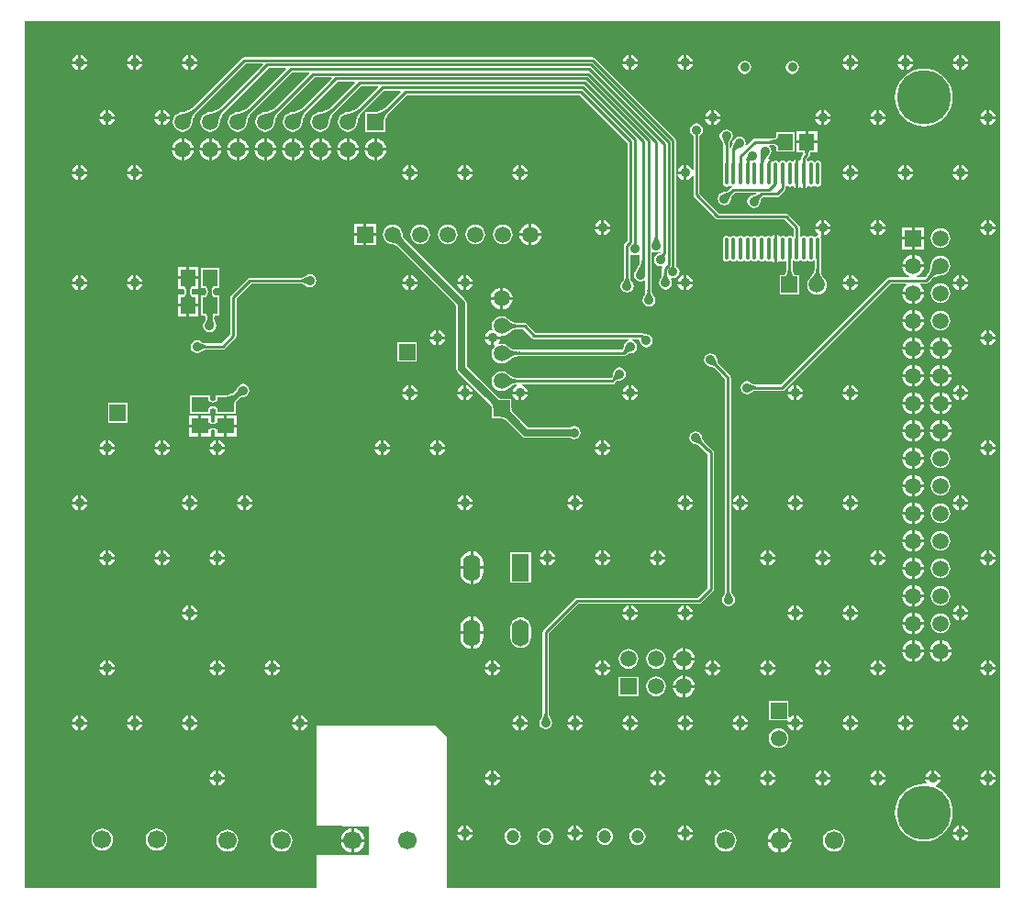
<source format=gbl>
%FSLAX25Y25*%
%MOIN*%
G70*
G01*
G75*
G04 Layer_Physical_Order=2*
G04 Layer_Color=16711680*
%ADD10C,0.01000*%
%ADD11C,0.02500*%
%ADD12C,0.03000*%
%ADD13R,0.07087X0.06299*%
%ADD14R,0.01575X0.09449*%
%ADD15R,0.05512X0.05906*%
%ADD16R,0.01181X0.04724*%
%ADD17R,0.04724X0.01181*%
%ADD18R,0.11811X0.11811*%
%ADD19R,0.05906X0.05512*%
%ADD20R,0.06299X0.05984*%
%ADD21R,0.05984X0.06299*%
%ADD22R,0.08268X0.12598*%
%ADD23R,0.08268X0.03543*%
%ADD24R,0.03937X0.17716*%
%ADD25O,0.07087X0.01181*%
%ADD26O,0.01181X0.07087*%
%ADD27R,0.17716X0.03937*%
%ADD28R,0.05906X0.05906*%
%ADD29C,0.05906*%
%ADD30C,0.06693*%
%ADD31R,0.05906X0.05906*%
%ADD32C,0.19685*%
%ADD33O,0.06299X0.09843*%
%ADD34R,0.06299X0.09843*%
%ADD35C,0.04724*%
%ADD36C,0.03543*%
%ADD37C,0.03500*%
%ADD38O,0.01378X0.08268*%
G36*
X354331Y0D02*
X153543D01*
Y55118D01*
X149606Y59055D01*
X106299D01*
Y22679D01*
X125100Y22400D01*
X125000Y12200D01*
X114600Y12000D01*
X106300D01*
X106299Y0D01*
X0D01*
Y314961D01*
X354331D01*
Y0D01*
D02*
G37*
%LPC*%
G36*
X326756Y105720D02*
X323335D01*
Y102299D01*
X323867Y102369D01*
X324828Y102768D01*
X325654Y103401D01*
X326287Y104227D01*
X326686Y105189D01*
X326756Y105720D01*
D02*
G37*
G36*
X249300Y194396D02*
X248383Y194214D01*
X247606Y193694D01*
X247086Y192917D01*
X246904Y192000D01*
X247086Y191083D01*
X247606Y190306D01*
X248383Y189786D01*
X249300Y189604D01*
X249382Y189620D01*
X249464Y189604D01*
X250029Y189492D01*
X250590Y189117D01*
X250631Y189063D01*
X250641Y189073D01*
X250641Y189073D01*
X253044Y186670D01*
X253064Y186571D01*
X253307Y186207D01*
X254479Y185035D01*
Y108401D01*
X254459D01*
X254479Y108250D01*
Y107435D01*
X254473D01*
X254381Y106973D01*
X254147Y106622D01*
X254106Y106594D01*
X253586Y105817D01*
X253404Y104900D01*
X253586Y103983D01*
X254106Y103206D01*
X254883Y102686D01*
X255800Y102504D01*
X256717Y102686D01*
X257494Y103206D01*
X258014Y103983D01*
X258196Y104900D01*
X258014Y105817D01*
X257494Y106594D01*
X257396Y106660D01*
X256898Y107405D01*
X256721Y108292D01*
Y185500D01*
X256722Y185500D01*
X256636Y185929D01*
X256393Y186293D01*
X255156Y187530D01*
X255136Y187629D01*
X254893Y187993D01*
X254893Y187993D01*
X252227Y190659D01*
X252227Y190659D01*
X252237Y190669D01*
X252183Y190710D01*
X251808Y191271D01*
X251680Y191918D01*
X251696Y192000D01*
X251514Y192917D01*
X250994Y193694D01*
X250217Y194214D01*
X249300Y194396D01*
D02*
G37*
G36*
X322335Y105720D02*
X318914D01*
X318984Y105189D01*
X319382Y104227D01*
X320016Y103401D01*
X320841Y102768D01*
X321803Y102369D01*
X322335Y102299D01*
Y105720D01*
D02*
G37*
G36*
X339500Y102708D02*
X339282Y102679D01*
X338613Y102402D01*
X338039Y101961D01*
X337598Y101387D01*
X337321Y100718D01*
X337292Y100500D01*
X339500D01*
Y102708D01*
D02*
G37*
G36*
X340500D02*
Y100500D01*
X342708D01*
X342679Y100718D01*
X342402Y101387D01*
X341961Y101961D01*
X341387Y102402D01*
X340718Y102679D01*
X340500Y102708D01*
D02*
G37*
G36*
X243900Y166096D02*
X242983Y165914D01*
X242206Y165394D01*
X241686Y164617D01*
X241504Y163700D01*
X241686Y162783D01*
X242206Y162006D01*
X242983Y161486D01*
X243900Y161304D01*
X243982Y161320D01*
X244064Y161304D01*
X244629Y161192D01*
X245190Y160817D01*
X245231Y160763D01*
X245241Y160773D01*
X245241Y160773D01*
X247507Y158507D01*
X247871Y158264D01*
X247970Y158244D01*
X248278Y157935D01*
Y109265D01*
X244635Y105622D01*
X200800D01*
X200371Y105536D01*
X200007Y105293D01*
X200007Y105293D01*
X188607Y93893D01*
X188364Y93529D01*
X188278Y93100D01*
X188278Y93100D01*
Y63218D01*
X188265D01*
X188273Y63151D01*
X188180Y62679D01*
X188142Y62489D01*
X187775Y61941D01*
X187706Y61894D01*
X187186Y61117D01*
X187004Y60200D01*
X187186Y59283D01*
X187706Y58506D01*
X188483Y57986D01*
X189400Y57804D01*
X190317Y57986D01*
X191094Y58506D01*
X191614Y59283D01*
X191796Y60200D01*
X191614Y61117D01*
X191094Y61894D01*
X191025Y61941D01*
X190658Y62489D01*
X190527Y63151D01*
X190535Y63218D01*
X190522D01*
Y92635D01*
X201265Y103378D01*
X245100D01*
X245100Y103378D01*
X245529Y103464D01*
X245893Y103707D01*
X250193Y108007D01*
X250193Y108007D01*
X250436Y108371D01*
X250436Y108371D01*
X250436Y108371D01*
X250522Y108800D01*
X250521Y108800D01*
Y158400D01*
X250436Y158829D01*
X250193Y159193D01*
X250193Y159193D01*
X249293Y160093D01*
X248929Y160336D01*
X248830Y160356D01*
X246827Y162359D01*
X246827Y162359D01*
X246837Y162369D01*
X246783Y162410D01*
X246408Y162971D01*
X246280Y163618D01*
X246296Y163700D01*
X246114Y164617D01*
X245594Y165394D01*
X244817Y165914D01*
X243900Y166096D01*
D02*
G37*
G36*
X162083Y116000D02*
X158398D01*
Y114728D01*
X158541Y113645D01*
X158959Y112636D01*
X159624Y111769D01*
X160491Y111104D01*
X161500Y110686D01*
X162083Y110609D01*
Y116000D01*
D02*
G37*
G36*
X323335Y110141D02*
Y106720D01*
X326756D01*
X326686Y107252D01*
X326287Y108214D01*
X325654Y109039D01*
X324828Y109673D01*
X323867Y110071D01*
X323335Y110141D01*
D02*
G37*
G36*
X332835Y109804D02*
X331907Y109682D01*
X331043Y109324D01*
X330301Y108754D01*
X329731Y108012D01*
X329373Y107148D01*
X329251Y106220D01*
X329373Y105293D01*
X329731Y104429D01*
X330301Y103687D01*
X331043Y103117D01*
X331907Y102759D01*
X332835Y102637D01*
X333762Y102759D01*
X334626Y103117D01*
X335368Y103687D01*
X335938Y104429D01*
X336296Y105293D01*
X336418Y106220D01*
X336296Y107148D01*
X335938Y108012D01*
X335368Y108754D01*
X334626Y109324D01*
X333762Y109682D01*
X332835Y109804D01*
D02*
G37*
G36*
X322335Y110141D02*
X321803Y110071D01*
X320841Y109673D01*
X320016Y109039D01*
X319382Y108214D01*
X318984Y107252D01*
X318914Y106720D01*
X322335D01*
Y110141D01*
D02*
G37*
G36*
X220500Y102708D02*
Y100500D01*
X222708D01*
X222679Y100718D01*
X222402Y101387D01*
X221961Y101961D01*
X221387Y102402D01*
X220718Y102679D01*
X220500Y102708D01*
D02*
G37*
G36*
X239500D02*
X239282Y102679D01*
X238613Y102402D01*
X238039Y101961D01*
X237598Y101387D01*
X237321Y100718D01*
X237292Y100500D01*
X239500D01*
Y102708D01*
D02*
G37*
G36*
X219500D02*
X219282Y102679D01*
X218613Y102402D01*
X218039Y101961D01*
X217598Y101387D01*
X217321Y100718D01*
X217292Y100500D01*
X219500D01*
Y102708D01*
D02*
G37*
G36*
X59500D02*
X59282Y102679D01*
X58613Y102402D01*
X58039Y101961D01*
X57598Y101387D01*
X57321Y100718D01*
X57292Y100500D01*
X59500D01*
Y102708D01*
D02*
G37*
G36*
X60500D02*
Y100500D01*
X62708D01*
X62679Y100718D01*
X62402Y101387D01*
X61961Y101961D01*
X61387Y102402D01*
X60718Y102679D01*
X60500Y102708D01*
D02*
G37*
G36*
X299500D02*
X299282Y102679D01*
X298613Y102402D01*
X298039Y101961D01*
X297598Y101387D01*
X297321Y100718D01*
X297292Y100500D01*
X299500D01*
Y102708D01*
D02*
G37*
G36*
X300500D02*
Y100500D01*
X302708D01*
X302679Y100718D01*
X302402Y101387D01*
X301961Y101961D01*
X301387Y102402D01*
X300718Y102679D01*
X300500Y102708D01*
D02*
G37*
G36*
X280500D02*
Y100500D01*
X282708D01*
X282679Y100718D01*
X282402Y101387D01*
X281961Y101961D01*
X281387Y102402D01*
X280718Y102679D01*
X280500Y102708D01*
D02*
G37*
G36*
X240500D02*
Y100500D01*
X242708D01*
X242679Y100718D01*
X242402Y101387D01*
X241961Y101961D01*
X241387Y102402D01*
X240718Y102679D01*
X240500Y102708D01*
D02*
G37*
G36*
X279500D02*
X279282Y102679D01*
X278613Y102402D01*
X278039Y101961D01*
X277598Y101387D01*
X277321Y100718D01*
X277292Y100500D01*
X279500D01*
Y102708D01*
D02*
G37*
G36*
X69500Y119500D02*
X67292D01*
X67321Y119282D01*
X67598Y118613D01*
X68039Y118039D01*
X68613Y117598D01*
X69282Y117321D01*
X69500Y117292D01*
Y119500D01*
D02*
G37*
G36*
X72708D02*
X70500D01*
Y117292D01*
X70718Y117321D01*
X71387Y117598D01*
X71961Y118039D01*
X72402Y118613D01*
X72679Y119282D01*
X72708Y119500D01*
D02*
G37*
G36*
X52708D02*
X50500D01*
Y117292D01*
X50718Y117321D01*
X51387Y117598D01*
X51961Y118039D01*
X52402Y118613D01*
X52679Y119282D01*
X52708Y119500D01*
D02*
G37*
G36*
X32708D02*
X30500D01*
Y117292D01*
X30718Y117321D01*
X31387Y117598D01*
X31961Y118039D01*
X32402Y118613D01*
X32679Y119282D01*
X32708Y119500D01*
D02*
G37*
G36*
X49500D02*
X47292D01*
X47321Y119282D01*
X47598Y118613D01*
X48039Y118039D01*
X48613Y117598D01*
X49282Y117321D01*
X49500Y117292D01*
Y119500D01*
D02*
G37*
G36*
X212708D02*
X210500D01*
Y117292D01*
X210718Y117321D01*
X211387Y117598D01*
X211961Y118039D01*
X212402Y118613D01*
X212679Y119282D01*
X212708Y119500D01*
D02*
G37*
G36*
X229500D02*
X227292D01*
X227321Y119282D01*
X227598Y118613D01*
X228039Y118039D01*
X228613Y117598D01*
X229282Y117321D01*
X229500Y117292D01*
Y119500D01*
D02*
G37*
G36*
X209500D02*
X207292D01*
X207321Y119282D01*
X207598Y118613D01*
X208039Y118039D01*
X208613Y117598D01*
X209282Y117321D01*
X209500Y117292D01*
Y119500D01*
D02*
G37*
G36*
X189500D02*
X187292D01*
X187321Y119282D01*
X187598Y118613D01*
X188039Y118039D01*
X188613Y117598D01*
X189282Y117321D01*
X189500Y117292D01*
Y119500D01*
D02*
G37*
G36*
X192708D02*
X190500D01*
Y117292D01*
X190718Y117321D01*
X191387Y117598D01*
X191961Y118039D01*
X192402Y118613D01*
X192679Y119282D01*
X192708Y119500D01*
D02*
G37*
G36*
X326756Y115720D02*
X323335D01*
Y112299D01*
X323867Y112369D01*
X324828Y112768D01*
X325654Y113401D01*
X326287Y114227D01*
X326686Y115189D01*
X326756Y115720D01*
D02*
G37*
G36*
X332835Y119804D02*
X331907Y119682D01*
X331043Y119324D01*
X330301Y118754D01*
X329731Y118012D01*
X329373Y117148D01*
X329251Y116220D01*
X329373Y115293D01*
X329731Y114429D01*
X330301Y113687D01*
X331043Y113117D01*
X331907Y112759D01*
X332835Y112637D01*
X333762Y112759D01*
X334626Y113117D01*
X335368Y113687D01*
X335938Y114429D01*
X336296Y115293D01*
X336418Y116220D01*
X336296Y117148D01*
X335938Y118012D01*
X335368Y118754D01*
X334626Y119324D01*
X333762Y119682D01*
X332835Y119804D01*
D02*
G37*
G36*
X322335Y115720D02*
X318914D01*
X318984Y115189D01*
X319382Y114227D01*
X320016Y113401D01*
X320841Y112768D01*
X321803Y112369D01*
X322335Y112299D01*
Y115720D01*
D02*
G37*
G36*
X166769Y116000D02*
X163083D01*
Y110609D01*
X163667Y110686D01*
X164676Y111104D01*
X165543Y111769D01*
X166208Y112636D01*
X166626Y113645D01*
X166769Y114728D01*
Y116000D01*
D02*
G37*
G36*
X184050Y122021D02*
X176550D01*
Y110979D01*
X184050D01*
Y122021D01*
D02*
G37*
G36*
X163083Y122391D02*
Y117000D01*
X166769D01*
Y118272D01*
X166626Y119355D01*
X166208Y120364D01*
X165543Y121231D01*
X164676Y121896D01*
X163667Y122315D01*
X163083Y122391D01*
D02*
G37*
G36*
X29500Y119500D02*
X27292D01*
X27321Y119282D01*
X27598Y118613D01*
X28039Y118039D01*
X28613Y117598D01*
X29282Y117321D01*
X29500Y117292D01*
Y119500D01*
D02*
G37*
G36*
X162083Y122391D02*
X161500Y122315D01*
X160491Y121896D01*
X159624Y121231D01*
X158959Y120364D01*
X158541Y119355D01*
X158398Y118272D01*
Y117000D01*
X162083D01*
Y122391D01*
D02*
G37*
G36*
X322335Y120141D02*
X321803Y120071D01*
X320841Y119673D01*
X320016Y119039D01*
X319382Y118214D01*
X318984Y117252D01*
X318914Y116720D01*
X322335D01*
Y120141D01*
D02*
G37*
G36*
X323335D02*
Y116720D01*
X326756D01*
X326686Y117252D01*
X326287Y118214D01*
X325654Y119039D01*
X324828Y119673D01*
X323867Y120071D01*
X323335Y120141D01*
D02*
G37*
G36*
X342708Y99500D02*
X340500D01*
Y97292D01*
X340718Y97321D01*
X341387Y97598D01*
X341961Y98039D01*
X342402Y98613D01*
X342679Y99282D01*
X342708Y99500D01*
D02*
G37*
G36*
X239000Y87321D02*
X238468Y87251D01*
X237507Y86853D01*
X236681Y86219D01*
X236047Y85393D01*
X235649Y84432D01*
X235579Y83900D01*
X239000D01*
Y87321D01*
D02*
G37*
G36*
X240000D02*
Y83900D01*
X243421D01*
X243351Y84432D01*
X242953Y85393D01*
X242319Y86219D01*
X241494Y86853D01*
X240532Y87251D01*
X240000Y87321D01*
D02*
G37*
G36*
X336756Y85720D02*
X333335D01*
Y82299D01*
X333867Y82369D01*
X334828Y82768D01*
X335654Y83401D01*
X336287Y84227D01*
X336686Y85189D01*
X336756Y85720D01*
D02*
G37*
G36*
X326756D02*
X323335D01*
Y82299D01*
X323867Y82369D01*
X324828Y82768D01*
X325654Y83401D01*
X326287Y84227D01*
X326686Y85189D01*
X326756Y85720D01*
D02*
G37*
G36*
X332335D02*
X328914D01*
X328984Y85189D01*
X329382Y84227D01*
X330015Y83401D01*
X330841Y82768D01*
X331803Y82369D01*
X332335Y82299D01*
Y85720D01*
D02*
G37*
G36*
X333335Y90141D02*
Y86720D01*
X336756D01*
X336686Y87252D01*
X336287Y88214D01*
X335654Y89039D01*
X334828Y89673D01*
X333867Y90071D01*
X333335Y90141D01*
D02*
G37*
G36*
X162083Y92378D02*
X158398D01*
Y91106D01*
X158541Y90023D01*
X158959Y89014D01*
X159624Y88147D01*
X160491Y87482D01*
X161500Y87063D01*
X162083Y86987D01*
Y92378D01*
D02*
G37*
G36*
X332335Y90141D02*
X331803Y90071D01*
X330841Y89673D01*
X330015Y89039D01*
X329382Y88214D01*
X328984Y87252D01*
X328914Y86720D01*
X332335D01*
Y90141D01*
D02*
G37*
G36*
X322335D02*
X321803Y90071D01*
X320841Y89673D01*
X320016Y89039D01*
X319382Y88214D01*
X318984Y87252D01*
X318914Y86720D01*
X322335D01*
Y90141D01*
D02*
G37*
G36*
X323335D02*
Y86720D01*
X326756D01*
X326686Y87252D01*
X326287Y88214D01*
X325654Y89039D01*
X324828Y89673D01*
X323867Y90071D01*
X323335Y90141D01*
D02*
G37*
G36*
X289500Y82708D02*
X289282Y82679D01*
X288613Y82402D01*
X288039Y81961D01*
X287598Y81387D01*
X287321Y80718D01*
X287292Y80500D01*
X289500D01*
Y82708D01*
D02*
G37*
G36*
X290500D02*
Y80500D01*
X292708D01*
X292679Y80718D01*
X292402Y81387D01*
X291961Y81961D01*
X291387Y82402D01*
X290718Y82679D01*
X290500Y82708D01*
D02*
G37*
G36*
X270500D02*
Y80500D01*
X272708D01*
X272679Y80718D01*
X272402Y81387D01*
X271961Y81961D01*
X271387Y82402D01*
X270718Y82679D01*
X270500Y82708D01*
D02*
G37*
G36*
X250500D02*
Y80500D01*
X252708D01*
X252679Y80718D01*
X252402Y81387D01*
X251961Y81961D01*
X251387Y82402D01*
X250718Y82679D01*
X250500Y82708D01*
D02*
G37*
G36*
X269500D02*
X269282Y82679D01*
X268613Y82402D01*
X268039Y81961D01*
X267598Y81387D01*
X267321Y80718D01*
X267292Y80500D01*
X269500D01*
Y82708D01*
D02*
G37*
G36*
X350500D02*
Y80500D01*
X352708D01*
X352679Y80718D01*
X352402Y81387D01*
X351961Y81961D01*
X351387Y82402D01*
X350718Y82679D01*
X350500Y82708D01*
D02*
G37*
G36*
X322335Y85720D02*
X318914D01*
X318984Y85189D01*
X319382Y84227D01*
X320016Y83401D01*
X320841Y82768D01*
X321803Y82369D01*
X322335Y82299D01*
Y85720D01*
D02*
G37*
G36*
X349500Y82708D02*
X349282Y82679D01*
X348613Y82402D01*
X348039Y81961D01*
X347598Y81387D01*
X347321Y80718D01*
X347292Y80500D01*
X349500D01*
Y82708D01*
D02*
G37*
G36*
X309500D02*
X309282Y82679D01*
X308613Y82402D01*
X308039Y81961D01*
X307598Y81387D01*
X307321Y80718D01*
X307292Y80500D01*
X309500D01*
Y82708D01*
D02*
G37*
G36*
X310500D02*
Y80500D01*
X312708D01*
X312679Y80718D01*
X312402Y81387D01*
X311961Y81961D01*
X311387Y82402D01*
X310718Y82679D01*
X310500Y82708D01*
D02*
G37*
G36*
X239500Y99500D02*
X237292D01*
X237321Y99282D01*
X237598Y98613D01*
X238039Y98039D01*
X238613Y97598D01*
X239282Y97321D01*
X239500Y97292D01*
Y99500D01*
D02*
G37*
G36*
X242708D02*
X240500D01*
Y97292D01*
X240718Y97321D01*
X241387Y97598D01*
X241961Y98039D01*
X242402Y98613D01*
X242679Y99282D01*
X242708Y99500D01*
D02*
G37*
G36*
X222708D02*
X220500D01*
Y97292D01*
X220718Y97321D01*
X221387Y97598D01*
X221961Y98039D01*
X222402Y98613D01*
X222679Y99282D01*
X222708Y99500D01*
D02*
G37*
G36*
X62708D02*
X60500D01*
Y97292D01*
X60718Y97321D01*
X61387Y97598D01*
X61961Y98039D01*
X62402Y98613D01*
X62679Y99282D01*
X62708Y99500D01*
D02*
G37*
G36*
X219500D02*
X217292D01*
X217321Y99282D01*
X217598Y98613D01*
X218039Y98039D01*
X218613Y97598D01*
X219282Y97321D01*
X219500Y97292D01*
Y99500D01*
D02*
G37*
G36*
X302708D02*
X300500D01*
Y97292D01*
X300718Y97321D01*
X301387Y97598D01*
X301961Y98039D01*
X302402Y98613D01*
X302679Y99282D01*
X302708Y99500D01*
D02*
G37*
G36*
X339500D02*
X337292D01*
X337321Y99282D01*
X337598Y98613D01*
X338039Y98039D01*
X338613Y97598D01*
X339282Y97321D01*
X339500Y97292D01*
Y99500D01*
D02*
G37*
G36*
X299500D02*
X297292D01*
X297321Y99282D01*
X297598Y98613D01*
X298039Y98039D01*
X298613Y97598D01*
X299282Y97321D01*
X299500Y97292D01*
Y99500D01*
D02*
G37*
G36*
X279500D02*
X277292D01*
X277321Y99282D01*
X277598Y98613D01*
X278039Y98039D01*
X278613Y97598D01*
X279282Y97321D01*
X279500Y97292D01*
Y99500D01*
D02*
G37*
G36*
X282708D02*
X280500D01*
Y97292D01*
X280718Y97321D01*
X281387Y97598D01*
X281961Y98039D01*
X282402Y98613D01*
X282679Y99282D01*
X282708Y99500D01*
D02*
G37*
G36*
X326756Y95720D02*
X323335D01*
Y92299D01*
X323867Y92369D01*
X324828Y92768D01*
X325654Y93401D01*
X326287Y94227D01*
X326686Y95188D01*
X326756Y95720D01*
D02*
G37*
G36*
X332835Y99804D02*
X331907Y99682D01*
X331043Y99324D01*
X330301Y98754D01*
X329731Y98012D01*
X329373Y97148D01*
X329251Y96220D01*
X329373Y95293D01*
X329731Y94429D01*
X330301Y93686D01*
X331043Y93117D01*
X331907Y92759D01*
X332835Y92637D01*
X333762Y92759D01*
X334626Y93117D01*
X335368Y93686D01*
X335938Y94429D01*
X336296Y95293D01*
X336418Y96220D01*
X336296Y97148D01*
X335938Y98012D01*
X335368Y98754D01*
X334626Y99324D01*
X333762Y99682D01*
X332835Y99804D01*
D02*
G37*
G36*
X322335Y95720D02*
X318914D01*
X318984Y95188D01*
X319382Y94227D01*
X320016Y93401D01*
X320841Y92768D01*
X321803Y92369D01*
X322335Y92299D01*
Y95720D01*
D02*
G37*
G36*
X166769Y92378D02*
X163083D01*
Y86987D01*
X163667Y87063D01*
X164676Y87482D01*
X165543Y88147D01*
X166208Y89014D01*
X166626Y90023D01*
X166769Y91106D01*
Y92378D01*
D02*
G37*
G36*
X180300Y98432D02*
X179321Y98303D01*
X178409Y97925D01*
X177626Y97324D01*
X177025Y96541D01*
X176647Y95628D01*
X176518Y94650D01*
Y91106D01*
X176647Y90127D01*
X177025Y89215D01*
X177626Y88432D01*
X178409Y87831D01*
X179321Y87453D01*
X180300Y87324D01*
X181279Y87453D01*
X182191Y87831D01*
X182974Y88432D01*
X183575Y89215D01*
X183953Y90127D01*
X184082Y91106D01*
Y94650D01*
X183953Y95628D01*
X183575Y96541D01*
X182974Y97324D01*
X182191Y97925D01*
X181279Y98303D01*
X180300Y98432D01*
D02*
G37*
G36*
X323335Y100141D02*
Y96720D01*
X326756D01*
X326686Y97252D01*
X326287Y98214D01*
X325654Y99040D01*
X324828Y99673D01*
X323867Y100071D01*
X323335Y100141D01*
D02*
G37*
G36*
X59500Y99500D02*
X57292D01*
X57321Y99282D01*
X57598Y98613D01*
X58039Y98039D01*
X58613Y97598D01*
X59282Y97321D01*
X59500Y97292D01*
Y99500D01*
D02*
G37*
G36*
X322335Y100141D02*
X321803Y100071D01*
X320841Y99673D01*
X320016Y99040D01*
X319382Y98214D01*
X318984Y97252D01*
X318914Y96720D01*
X322335D01*
Y100141D01*
D02*
G37*
G36*
X162083Y98769D02*
X161500Y98693D01*
X160491Y98274D01*
X159624Y97609D01*
X158959Y96742D01*
X158541Y95733D01*
X158398Y94650D01*
Y93378D01*
X162083D01*
Y98769D01*
D02*
G37*
G36*
X163083D02*
Y93378D01*
X166769D01*
Y94650D01*
X166626Y95733D01*
X166208Y96742D01*
X165543Y97609D01*
X164676Y98274D01*
X163667Y98693D01*
X163083Y98769D01*
D02*
G37*
G36*
X232708Y119500D02*
X230500D01*
Y117292D01*
X230718Y117321D01*
X231387Y117598D01*
X231961Y118039D01*
X232402Y118613D01*
X232679Y119282D01*
X232708Y119500D01*
D02*
G37*
G36*
X299500Y139500D02*
X297292D01*
X297321Y139282D01*
X297598Y138613D01*
X298039Y138039D01*
X298613Y137598D01*
X299282Y137321D01*
X299500Y137292D01*
Y139500D01*
D02*
G37*
G36*
X302708D02*
X300500D01*
Y137292D01*
X300718Y137321D01*
X301387Y137598D01*
X301961Y138039D01*
X302402Y138613D01*
X302679Y139282D01*
X302708Y139500D01*
D02*
G37*
G36*
X282708D02*
X280500D01*
Y137292D01*
X280718Y137321D01*
X281387Y137598D01*
X281961Y138039D01*
X282402Y138613D01*
X282679Y139282D01*
X282708Y139500D01*
D02*
G37*
G36*
X262708D02*
X260500D01*
Y137292D01*
X260718Y137321D01*
X261387Y137598D01*
X261961Y138039D01*
X262402Y138613D01*
X262679Y139282D01*
X262708Y139500D01*
D02*
G37*
G36*
X279500D02*
X277292D01*
X277321Y139282D01*
X277598Y138613D01*
X278039Y138039D01*
X278613Y137598D01*
X279282Y137321D01*
X279500Y137292D01*
Y139500D01*
D02*
G37*
G36*
X20500Y142708D02*
Y140500D01*
X22708D01*
X22679Y140718D01*
X22402Y141387D01*
X21961Y141961D01*
X21387Y142402D01*
X20718Y142679D01*
X20500Y142708D01*
D02*
G37*
G36*
X59500D02*
X59282Y142679D01*
X58613Y142402D01*
X58039Y141961D01*
X57598Y141387D01*
X57321Y140718D01*
X57292Y140500D01*
X59500D01*
Y142708D01*
D02*
G37*
G36*
X19500D02*
X19282Y142679D01*
X18613Y142402D01*
X18039Y141961D01*
X17598Y141387D01*
X17321Y140718D01*
X17292Y140500D01*
X19500D01*
Y142708D01*
D02*
G37*
G36*
X339500Y139500D02*
X337292D01*
X337321Y139282D01*
X337598Y138613D01*
X338039Y138039D01*
X338613Y137598D01*
X339282Y137321D01*
X339500Y137292D01*
Y139500D01*
D02*
G37*
G36*
X342708D02*
X340500D01*
Y137292D01*
X340718Y137321D01*
X341387Y137598D01*
X341961Y138039D01*
X342402Y138613D01*
X342679Y139282D01*
X342708Y139500D01*
D02*
G37*
G36*
X159500D02*
X157292D01*
X157321Y139282D01*
X157598Y138613D01*
X158039Y138039D01*
X158613Y137598D01*
X159282Y137321D01*
X159500Y137292D01*
Y139500D01*
D02*
G37*
G36*
X162708D02*
X160500D01*
Y137292D01*
X160718Y137321D01*
X161387Y137598D01*
X161961Y138039D01*
X162402Y138613D01*
X162679Y139282D01*
X162708Y139500D01*
D02*
G37*
G36*
X82708D02*
X80500D01*
Y137292D01*
X80718Y137321D01*
X81387Y137598D01*
X81961Y138039D01*
X82402Y138613D01*
X82679Y139282D01*
X82708Y139500D01*
D02*
G37*
G36*
X62708D02*
X60500D01*
Y137292D01*
X60718Y137321D01*
X61387Y137598D01*
X61961Y138039D01*
X62402Y138613D01*
X62679Y139282D01*
X62708Y139500D01*
D02*
G37*
G36*
X79500D02*
X77292D01*
X77321Y139282D01*
X77598Y138613D01*
X78039Y138039D01*
X78613Y137598D01*
X79282Y137321D01*
X79500Y137292D01*
Y139500D01*
D02*
G37*
G36*
X242708D02*
X240500D01*
Y137292D01*
X240718Y137321D01*
X241387Y137598D01*
X241961Y138039D01*
X242402Y138613D01*
X242679Y139282D01*
X242708Y139500D01*
D02*
G37*
G36*
X259500D02*
X257292D01*
X257321Y139282D01*
X257598Y138613D01*
X258039Y138039D01*
X258613Y137598D01*
X259282Y137321D01*
X259500Y137292D01*
Y139500D01*
D02*
G37*
G36*
X239500D02*
X237292D01*
X237321Y139282D01*
X237598Y138613D01*
X238039Y138039D01*
X238613Y137598D01*
X239282Y137321D01*
X239500Y137292D01*
Y139500D01*
D02*
G37*
G36*
X199500D02*
X197292D01*
X197321Y139282D01*
X197598Y138613D01*
X198039Y138039D01*
X198613Y137598D01*
X199282Y137321D01*
X199500Y137292D01*
Y139500D01*
D02*
G37*
G36*
X202708D02*
X200500D01*
Y137292D01*
X200718Y137321D01*
X201387Y137598D01*
X201961Y138039D01*
X202402Y138613D01*
X202679Y139282D01*
X202708Y139500D01*
D02*
G37*
G36*
X299500Y142708D02*
X299282Y142679D01*
X298613Y142402D01*
X298039Y141961D01*
X297598Y141387D01*
X297321Y140718D01*
X297292Y140500D01*
X299500D01*
Y142708D01*
D02*
G37*
G36*
X300500D02*
Y140500D01*
X302708D01*
X302679Y140718D01*
X302402Y141387D01*
X301961Y141961D01*
X301387Y142402D01*
X300718Y142679D01*
X300500Y142708D01*
D02*
G37*
G36*
X280500D02*
Y140500D01*
X282708D01*
X282679Y140718D01*
X282402Y141387D01*
X281961Y141961D01*
X281387Y142402D01*
X280718Y142679D01*
X280500Y142708D01*
D02*
G37*
G36*
X260500D02*
Y140500D01*
X262708D01*
X262679Y140718D01*
X262402Y141387D01*
X261961Y141961D01*
X261387Y142402D01*
X260718Y142679D01*
X260500Y142708D01*
D02*
G37*
G36*
X279500D02*
X279282Y142679D01*
X278613Y142402D01*
X278039Y141961D01*
X277598Y141387D01*
X277321Y140718D01*
X277292Y140500D01*
X279500D01*
Y142708D01*
D02*
G37*
G36*
X326756Y145720D02*
X323335D01*
Y142299D01*
X323867Y142369D01*
X324828Y142768D01*
X325654Y143401D01*
X326287Y144227D01*
X326686Y145188D01*
X326756Y145720D01*
D02*
G37*
G36*
X332835Y149804D02*
X331907Y149682D01*
X331043Y149324D01*
X330301Y148754D01*
X329731Y148012D01*
X329373Y147148D01*
X329251Y146220D01*
X329373Y145293D01*
X329731Y144429D01*
X330301Y143687D01*
X331043Y143117D01*
X331907Y142759D01*
X332835Y142637D01*
X333762Y142759D01*
X334626Y143117D01*
X335368Y143687D01*
X335938Y144429D01*
X336296Y145293D01*
X336418Y146220D01*
X336296Y147148D01*
X335938Y148012D01*
X335368Y148754D01*
X334626Y149324D01*
X333762Y149682D01*
X332835Y149804D01*
D02*
G37*
G36*
X322335Y145720D02*
X318914D01*
X318984Y145188D01*
X319382Y144227D01*
X320016Y143401D01*
X320841Y142768D01*
X321803Y142369D01*
X322335Y142299D01*
Y145720D01*
D02*
G37*
G36*
X339500Y142708D02*
X339282Y142679D01*
X338613Y142402D01*
X338039Y141961D01*
X337598Y141387D01*
X337321Y140718D01*
X337292Y140500D01*
X339500D01*
Y142708D01*
D02*
G37*
G36*
X340500D02*
Y140500D01*
X342708D01*
X342679Y140718D01*
X342402Y141387D01*
X341961Y141961D01*
X341387Y142402D01*
X340718Y142679D01*
X340500Y142708D01*
D02*
G37*
G36*
X159500D02*
X159282Y142679D01*
X158613Y142402D01*
X158039Y141961D01*
X157598Y141387D01*
X157321Y140718D01*
X157292Y140500D01*
X159500D01*
Y142708D01*
D02*
G37*
G36*
X160500D02*
Y140500D01*
X162708D01*
X162679Y140718D01*
X162402Y141387D01*
X161961Y141961D01*
X161387Y142402D01*
X160718Y142679D01*
X160500Y142708D01*
D02*
G37*
G36*
X80500D02*
Y140500D01*
X82708D01*
X82679Y140718D01*
X82402Y141387D01*
X81961Y141961D01*
X81387Y142402D01*
X80718Y142679D01*
X80500Y142708D01*
D02*
G37*
G36*
X60500D02*
Y140500D01*
X62708D01*
X62679Y140718D01*
X62402Y141387D01*
X61961Y141961D01*
X61387Y142402D01*
X60718Y142679D01*
X60500Y142708D01*
D02*
G37*
G36*
X79500D02*
X79282Y142679D01*
X78613Y142402D01*
X78039Y141961D01*
X77598Y141387D01*
X77321Y140718D01*
X77292Y140500D01*
X79500D01*
Y142708D01*
D02*
G37*
G36*
X240500D02*
Y140500D01*
X242708D01*
X242679Y140718D01*
X242402Y141387D01*
X241961Y141961D01*
X241387Y142402D01*
X240718Y142679D01*
X240500Y142708D01*
D02*
G37*
G36*
X259500D02*
X259282Y142679D01*
X258613Y142402D01*
X258039Y141961D01*
X257598Y141387D01*
X257321Y140718D01*
X257292Y140500D01*
X259500D01*
Y142708D01*
D02*
G37*
G36*
X239500D02*
X239282Y142679D01*
X238613Y142402D01*
X238039Y141961D01*
X237598Y141387D01*
X237321Y140718D01*
X237292Y140500D01*
X239500D01*
Y142708D01*
D02*
G37*
G36*
X199500D02*
X199282Y142679D01*
X198613Y142402D01*
X198039Y141961D01*
X197598Y141387D01*
X197321Y140718D01*
X197292Y140500D01*
X199500D01*
Y142708D01*
D02*
G37*
G36*
X200500D02*
Y140500D01*
X202708D01*
X202679Y140718D01*
X202402Y141387D01*
X201961Y141961D01*
X201387Y142402D01*
X200718Y142679D01*
X200500Y142708D01*
D02*
G37*
G36*
X59500Y139500D02*
X57292D01*
X57321Y139282D01*
X57598Y138613D01*
X58039Y138039D01*
X58613Y137598D01*
X59282Y137321D01*
X59500Y137292D01*
Y139500D01*
D02*
G37*
G36*
X70500Y122708D02*
Y120500D01*
X72708D01*
X72679Y120718D01*
X72402Y121387D01*
X71961Y121961D01*
X71387Y122402D01*
X70718Y122679D01*
X70500Y122708D01*
D02*
G37*
G36*
X189500D02*
X189282Y122679D01*
X188613Y122402D01*
X188039Y121961D01*
X187598Y121387D01*
X187321Y120718D01*
X187292Y120500D01*
X189500D01*
Y122708D01*
D02*
G37*
G36*
X69500D02*
X69282Y122679D01*
X68613Y122402D01*
X68039Y121961D01*
X67598Y121387D01*
X67321Y120718D01*
X67292Y120500D01*
X69500D01*
Y122708D01*
D02*
G37*
G36*
X49500D02*
X49282Y122679D01*
X48613Y122402D01*
X48039Y121961D01*
X47598Y121387D01*
X47321Y120718D01*
X47292Y120500D01*
X49500D01*
Y122708D01*
D02*
G37*
G36*
X50500D02*
Y120500D01*
X52708D01*
X52679Y120718D01*
X52402Y121387D01*
X51961Y121961D01*
X51387Y122402D01*
X50718Y122679D01*
X50500Y122708D01*
D02*
G37*
G36*
X229500D02*
X229282Y122679D01*
X228613Y122402D01*
X228039Y121961D01*
X227598Y121387D01*
X227321Y120718D01*
X227292Y120500D01*
X229500D01*
Y122708D01*
D02*
G37*
G36*
X230500D02*
Y120500D01*
X232708D01*
X232679Y120718D01*
X232402Y121387D01*
X231961Y121961D01*
X231387Y122402D01*
X230718Y122679D01*
X230500Y122708D01*
D02*
G37*
G36*
X210500D02*
Y120500D01*
X212708D01*
X212679Y120718D01*
X212402Y121387D01*
X211961Y121961D01*
X211387Y122402D01*
X210718Y122679D01*
X210500Y122708D01*
D02*
G37*
G36*
X190500D02*
Y120500D01*
X192708D01*
X192679Y120718D01*
X192402Y121387D01*
X191961Y121961D01*
X191387Y122402D01*
X190718Y122679D01*
X190500Y122708D01*
D02*
G37*
G36*
X209500D02*
X209282Y122679D01*
X208613Y122402D01*
X208039Y121961D01*
X207598Y121387D01*
X207321Y120718D01*
X207292Y120500D01*
X209500D01*
Y122708D01*
D02*
G37*
G36*
X292708Y119500D02*
X290500D01*
Y117292D01*
X290718Y117321D01*
X291387Y117598D01*
X291961Y118039D01*
X292402Y118613D01*
X292679Y119282D01*
X292708Y119500D01*
D02*
G37*
G36*
X309500D02*
X307292D01*
X307321Y119282D01*
X307598Y118613D01*
X308039Y118039D01*
X308613Y117598D01*
X309282Y117321D01*
X309500Y117292D01*
Y119500D01*
D02*
G37*
G36*
X289500D02*
X287292D01*
X287321Y119282D01*
X287598Y118613D01*
X288039Y118039D01*
X288613Y117598D01*
X289282Y117321D01*
X289500Y117292D01*
Y119500D01*
D02*
G37*
G36*
X269500D02*
X267292D01*
X267321Y119282D01*
X267598Y118613D01*
X268039Y118039D01*
X268613Y117598D01*
X269282Y117321D01*
X269500Y117292D01*
Y119500D01*
D02*
G37*
G36*
X272708D02*
X270500D01*
Y117292D01*
X270718Y117321D01*
X271387Y117598D01*
X271961Y118039D01*
X272402Y118613D01*
X272679Y119282D01*
X272708Y119500D01*
D02*
G37*
G36*
X29500Y122708D02*
X29282Y122679D01*
X28613Y122402D01*
X28039Y121961D01*
X27598Y121387D01*
X27321Y120718D01*
X27292Y120500D01*
X29500D01*
Y122708D01*
D02*
G37*
G36*
X30500D02*
Y120500D01*
X32708D01*
X32679Y120718D01*
X32402Y121387D01*
X31961Y121961D01*
X31387Y122402D01*
X30718Y122679D01*
X30500Y122708D01*
D02*
G37*
G36*
X352708Y119500D02*
X350500D01*
Y117292D01*
X350718Y117321D01*
X351387Y117598D01*
X351961Y118039D01*
X352402Y118613D01*
X352679Y119282D01*
X352708Y119500D01*
D02*
G37*
G36*
X312708D02*
X310500D01*
Y117292D01*
X310718Y117321D01*
X311387Y117598D01*
X311961Y118039D01*
X312402Y118613D01*
X312679Y119282D01*
X312708Y119500D01*
D02*
G37*
G36*
X349500D02*
X347292D01*
X347321Y119282D01*
X347598Y118613D01*
X348039Y118039D01*
X348613Y117598D01*
X349282Y117321D01*
X349500Y117292D01*
Y119500D01*
D02*
G37*
G36*
X322335Y135720D02*
X318914D01*
X318984Y135188D01*
X319382Y134227D01*
X320016Y133401D01*
X320841Y132768D01*
X321803Y132369D01*
X322335Y132299D01*
Y135720D01*
D02*
G37*
G36*
X326756D02*
X323335D01*
Y132299D01*
X323867Y132369D01*
X324828Y132768D01*
X325654Y133401D01*
X326287Y134227D01*
X326686Y135188D01*
X326756Y135720D01*
D02*
G37*
G36*
X323335Y130141D02*
Y126720D01*
X326756D01*
X326686Y127252D01*
X326287Y128214D01*
X325654Y129040D01*
X324828Y129673D01*
X323867Y130071D01*
X323335Y130141D01*
D02*
G37*
G36*
X332835Y129804D02*
X331907Y129682D01*
X331043Y129324D01*
X330301Y128754D01*
X329731Y128012D01*
X329373Y127148D01*
X329251Y126220D01*
X329373Y125293D01*
X329731Y124429D01*
X330301Y123687D01*
X331043Y123117D01*
X331907Y122759D01*
X332835Y122637D01*
X333762Y122759D01*
X334626Y123117D01*
X335368Y123687D01*
X335938Y124429D01*
X336296Y125293D01*
X336418Y126220D01*
X336296Y127148D01*
X335938Y128012D01*
X335368Y128754D01*
X334626Y129324D01*
X333762Y129682D01*
X332835Y129804D01*
D02*
G37*
G36*
X322335Y130141D02*
X321803Y130071D01*
X320841Y129673D01*
X320016Y129040D01*
X319382Y128214D01*
X318984Y127252D01*
X318914Y126720D01*
X322335D01*
Y130141D01*
D02*
G37*
G36*
X19500Y139500D02*
X17292D01*
X17321Y139282D01*
X17598Y138613D01*
X18039Y138039D01*
X18613Y137598D01*
X19282Y137321D01*
X19500Y137292D01*
Y139500D01*
D02*
G37*
G36*
X22708D02*
X20500D01*
Y137292D01*
X20718Y137321D01*
X21387Y137598D01*
X21961Y138039D01*
X22402Y138613D01*
X22679Y139282D01*
X22708Y139500D01*
D02*
G37*
G36*
X323335Y140141D02*
Y136720D01*
X326756D01*
X326686Y137252D01*
X326287Y138214D01*
X325654Y139040D01*
X324828Y139673D01*
X323867Y140071D01*
X323335Y140141D01*
D02*
G37*
G36*
X332835Y139804D02*
X331907Y139682D01*
X331043Y139324D01*
X330301Y138754D01*
X329731Y138012D01*
X329373Y137148D01*
X329251Y136220D01*
X329373Y135293D01*
X329731Y134429D01*
X330301Y133687D01*
X331043Y133117D01*
X331907Y132759D01*
X332835Y132637D01*
X333762Y132759D01*
X334626Y133117D01*
X335368Y133687D01*
X335938Y134429D01*
X336296Y135293D01*
X336418Y136220D01*
X336296Y137148D01*
X335938Y138012D01*
X335368Y138754D01*
X334626Y139324D01*
X333762Y139682D01*
X332835Y139804D01*
D02*
G37*
G36*
X322335Y140141D02*
X321803Y140071D01*
X320841Y139673D01*
X320016Y139040D01*
X319382Y138214D01*
X318984Y137252D01*
X318914Y136720D01*
X322335D01*
Y140141D01*
D02*
G37*
G36*
X290500Y122708D02*
Y120500D01*
X292708D01*
X292679Y120718D01*
X292402Y121387D01*
X291961Y121961D01*
X291387Y122402D01*
X290718Y122679D01*
X290500Y122708D01*
D02*
G37*
G36*
X309500D02*
X309282Y122679D01*
X308613Y122402D01*
X308039Y121961D01*
X307598Y121387D01*
X307321Y120718D01*
X307292Y120500D01*
X309500D01*
Y122708D01*
D02*
G37*
G36*
X289500D02*
X289282Y122679D01*
X288613Y122402D01*
X288039Y121961D01*
X287598Y121387D01*
X287321Y120718D01*
X287292Y120500D01*
X289500D01*
Y122708D01*
D02*
G37*
G36*
X269500D02*
X269282Y122679D01*
X268613Y122402D01*
X268039Y121961D01*
X267598Y121387D01*
X267321Y120718D01*
X267292Y120500D01*
X269500D01*
Y122708D01*
D02*
G37*
G36*
X270500D02*
Y120500D01*
X272708D01*
X272679Y120718D01*
X272402Y121387D01*
X271961Y121961D01*
X271387Y122402D01*
X270718Y122679D01*
X270500Y122708D01*
D02*
G37*
G36*
X322335Y125720D02*
X318914D01*
X318984Y125189D01*
X319382Y124227D01*
X320016Y123401D01*
X320841Y122768D01*
X321803Y122369D01*
X322335Y122299D01*
Y125720D01*
D02*
G37*
G36*
X326756D02*
X323335D01*
Y122299D01*
X323867Y122369D01*
X324828Y122768D01*
X325654Y123401D01*
X326287Y124227D01*
X326686Y125189D01*
X326756Y125720D01*
D02*
G37*
G36*
X350500Y122708D02*
Y120500D01*
X352708D01*
X352679Y120718D01*
X352402Y121387D01*
X351961Y121961D01*
X351387Y122402D01*
X350718Y122679D01*
X350500Y122708D01*
D02*
G37*
G36*
X310500D02*
Y120500D01*
X312708D01*
X312679Y120718D01*
X312402Y121387D01*
X311961Y121961D01*
X311387Y122402D01*
X310718Y122679D01*
X310500Y122708D01*
D02*
G37*
G36*
X349500D02*
X349282Y122679D01*
X348613Y122402D01*
X348039Y121961D01*
X347598Y121387D01*
X347321Y120718D01*
X347292Y120500D01*
X349500D01*
Y122708D01*
D02*
G37*
G36*
X170500Y42708D02*
Y40500D01*
X172708D01*
X172679Y40718D01*
X172402Y41387D01*
X171961Y41961D01*
X171387Y42402D01*
X170718Y42679D01*
X170500Y42708D01*
D02*
G37*
G36*
X229500D02*
X229282Y42679D01*
X228613Y42402D01*
X228039Y41961D01*
X227598Y41387D01*
X227321Y40718D01*
X227292Y40500D01*
X229500D01*
Y42708D01*
D02*
G37*
G36*
X169500D02*
X169282Y42679D01*
X168613Y42402D01*
X168039Y41961D01*
X167598Y41387D01*
X167321Y40718D01*
X167292Y40500D01*
X169500D01*
Y42708D01*
D02*
G37*
G36*
X69500D02*
X69282Y42679D01*
X68613Y42402D01*
X68039Y41961D01*
X67598Y41387D01*
X67321Y40718D01*
X67292Y40500D01*
X69500D01*
Y42708D01*
D02*
G37*
G36*
X70500D02*
Y40500D01*
X72708D01*
X72679Y40718D01*
X72402Y41387D01*
X71961Y41961D01*
X71387Y42402D01*
X70718Y42679D01*
X70500Y42708D01*
D02*
G37*
G36*
X269500D02*
X269282Y42679D01*
X268613Y42402D01*
X268039Y41961D01*
X267598Y41387D01*
X267321Y40718D01*
X267292Y40500D01*
X269500D01*
Y42708D01*
D02*
G37*
G36*
X270500D02*
Y40500D01*
X272708D01*
X272679Y40718D01*
X272402Y41387D01*
X271961Y41961D01*
X271387Y42402D01*
X270718Y42679D01*
X270500Y42708D01*
D02*
G37*
G36*
X250500D02*
Y40500D01*
X252708D01*
X252679Y40718D01*
X252402Y41387D01*
X251961Y41961D01*
X251387Y42402D01*
X250718Y42679D01*
X250500Y42708D01*
D02*
G37*
G36*
X230500D02*
Y40500D01*
X232708D01*
X232679Y40718D01*
X232402Y41387D01*
X231961Y41961D01*
X231387Y42402D01*
X230718Y42679D01*
X230500Y42708D01*
D02*
G37*
G36*
X249500D02*
X249282Y42679D01*
X248613Y42402D01*
X248039Y41961D01*
X247598Y41387D01*
X247321Y40718D01*
X247292Y40500D01*
X249500D01*
Y42708D01*
D02*
G37*
G36*
X289500Y39500D02*
X287292D01*
X287321Y39282D01*
X287598Y38613D01*
X288039Y38039D01*
X288613Y37598D01*
X289282Y37321D01*
X289500Y37292D01*
Y39500D01*
D02*
G37*
G36*
X292708D02*
X290500D01*
Y37292D01*
X290718Y37321D01*
X291387Y37598D01*
X291961Y38039D01*
X292402Y38613D01*
X292679Y39282D01*
X292708Y39500D01*
D02*
G37*
G36*
X272708D02*
X270500D01*
Y37292D01*
X270718Y37321D01*
X271387Y37598D01*
X271961Y38039D01*
X272402Y38613D01*
X272679Y39282D01*
X272708Y39500D01*
D02*
G37*
G36*
X252708D02*
X250500D01*
Y37292D01*
X250718Y37321D01*
X251387Y37598D01*
X251961Y38039D01*
X252402Y38613D01*
X252679Y39282D01*
X252708Y39500D01*
D02*
G37*
G36*
X269500D02*
X267292D01*
X267321Y39282D01*
X267598Y38613D01*
X268039Y38039D01*
X268613Y37598D01*
X269282Y37321D01*
X269500Y37292D01*
Y39500D01*
D02*
G37*
G36*
X352708D02*
X350500D01*
Y37292D01*
X350718Y37321D01*
X351387Y37598D01*
X351961Y38039D01*
X352402Y38613D01*
X352679Y39282D01*
X352708Y39500D01*
D02*
G37*
G36*
X332708D02*
X327292D01*
X327321Y39282D01*
X327598Y38613D01*
X327750Y38415D01*
X327511Y37976D01*
X326772Y38034D01*
X325133Y37905D01*
X323535Y37521D01*
X322016Y36892D01*
X320615Y36033D01*
X319365Y34966D01*
X318297Y33716D01*
X317439Y32315D01*
X316810Y30796D01*
X316426Y29198D01*
X316297Y27559D01*
X316426Y25920D01*
X316810Y24322D01*
X317439Y22804D01*
X318297Y21402D01*
X319365Y20152D01*
X320615Y19085D01*
X322016Y18226D01*
X323535Y17597D01*
X325133Y17213D01*
X326772Y17084D01*
X328410Y17213D01*
X330009Y17597D01*
X331527Y18226D01*
X332928Y19085D01*
X334178Y20152D01*
X335246Y21402D01*
X336105Y22804D01*
X336734Y24322D01*
X337118Y25920D01*
X337246Y27559D01*
X337118Y29198D01*
X336734Y30796D01*
X336105Y32315D01*
X335246Y33716D01*
X334178Y34966D01*
X332928Y36033D01*
X331527Y36892D01*
X331209Y37024D01*
Y37524D01*
X331387Y37598D01*
X331961Y38039D01*
X332402Y38613D01*
X332679Y39282D01*
X332708Y39500D01*
D02*
G37*
G36*
X349500D02*
X347292D01*
X347321Y39282D01*
X347598Y38613D01*
X348039Y38039D01*
X348613Y37598D01*
X349282Y37321D01*
X349500Y37292D01*
Y39500D01*
D02*
G37*
G36*
X309500D02*
X307292D01*
X307321Y39282D01*
X307598Y38613D01*
X308039Y38039D01*
X308613Y37598D01*
X309282Y37321D01*
X309500Y37292D01*
Y39500D01*
D02*
G37*
G36*
X312708D02*
X310500D01*
Y37292D01*
X310718Y37321D01*
X311387Y37598D01*
X311961Y38039D01*
X312402Y38613D01*
X312679Y39282D01*
X312708Y39500D01*
D02*
G37*
G36*
X59500Y59500D02*
X57292D01*
X57321Y59282D01*
X57598Y58613D01*
X58039Y58039D01*
X58613Y57598D01*
X59282Y57321D01*
X59500Y57292D01*
Y59500D01*
D02*
G37*
G36*
X62708D02*
X60500D01*
Y57292D01*
X60718Y57321D01*
X61387Y57598D01*
X61961Y58039D01*
X62402Y58613D01*
X62679Y59282D01*
X62708Y59500D01*
D02*
G37*
G36*
X42708D02*
X40500D01*
Y57292D01*
X40718Y57321D01*
X41387Y57598D01*
X41961Y58039D01*
X42402Y58613D01*
X42679Y59282D01*
X42708Y59500D01*
D02*
G37*
G36*
X22708D02*
X20500D01*
Y57292D01*
X20718Y57321D01*
X21387Y57598D01*
X21961Y58039D01*
X22402Y58613D01*
X22679Y59282D01*
X22708Y59500D01*
D02*
G37*
G36*
X39500D02*
X37292D01*
X37321Y59282D01*
X37598Y58613D01*
X38039Y58039D01*
X38613Y57598D01*
X39282Y57321D01*
X39500Y57292D01*
Y59500D01*
D02*
G37*
G36*
X182708D02*
X180500D01*
Y57292D01*
X180718Y57321D01*
X181387Y57598D01*
X181961Y58039D01*
X182402Y58613D01*
X182679Y59282D01*
X182708Y59500D01*
D02*
G37*
G36*
X199500D02*
X197292D01*
X197321Y59282D01*
X197598Y58613D01*
X198039Y58039D01*
X198613Y57598D01*
X199282Y57321D01*
X199500Y57292D01*
Y59500D01*
D02*
G37*
G36*
X179500D02*
X177292D01*
X177321Y59282D01*
X177598Y58613D01*
X178039Y58039D01*
X178613Y57598D01*
X179282Y57321D01*
X179500Y57292D01*
Y59500D01*
D02*
G37*
G36*
X99500D02*
X97292D01*
X97321Y59282D01*
X97598Y58613D01*
X98039Y58039D01*
X98613Y57598D01*
X99282Y57321D01*
X99500Y57292D01*
Y59500D01*
D02*
G37*
G36*
X102708D02*
X100500D01*
Y57292D01*
X100718Y57321D01*
X101387Y57598D01*
X101961Y58039D01*
X102402Y58613D01*
X102679Y59282D01*
X102708Y59500D01*
D02*
G37*
G36*
X310500Y42708D02*
Y40500D01*
X312708D01*
X312679Y40718D01*
X312402Y41387D01*
X311961Y41961D01*
X311387Y42402D01*
X310718Y42679D01*
X310500Y42708D01*
D02*
G37*
G36*
X329500D02*
X329282Y42679D01*
X328613Y42402D01*
X328039Y41961D01*
X327598Y41387D01*
X327321Y40718D01*
X327292Y40500D01*
X329500D01*
Y42708D01*
D02*
G37*
G36*
X309500D02*
X309282Y42679D01*
X308613Y42402D01*
X308039Y41961D01*
X307598Y41387D01*
X307321Y40718D01*
X307292Y40500D01*
X309500D01*
Y42708D01*
D02*
G37*
G36*
X289500D02*
X289282Y42679D01*
X288613Y42402D01*
X288039Y41961D01*
X287598Y41387D01*
X287321Y40718D01*
X287292Y40500D01*
X289500D01*
Y42708D01*
D02*
G37*
G36*
X290500D02*
Y40500D01*
X292708D01*
X292679Y40718D01*
X292402Y41387D01*
X291961Y41961D01*
X291387Y42402D01*
X290718Y42679D01*
X290500Y42708D01*
D02*
G37*
G36*
X274016Y58150D02*
X273088Y58028D01*
X272224Y57670D01*
X271482Y57101D01*
X270913Y56359D01*
X270554Y55494D01*
X270432Y54567D01*
X270554Y53640D01*
X270913Y52775D01*
X271482Y52033D01*
X272224Y51464D01*
X273088Y51106D01*
X274016Y50984D01*
X274943Y51106D01*
X275807Y51464D01*
X276550Y52033D01*
X277119Y52775D01*
X277477Y53640D01*
X277599Y54567D01*
X277477Y55494D01*
X277119Y56359D01*
X276550Y57101D01*
X275807Y57670D01*
X274943Y58028D01*
X274016Y58150D01*
D02*
G37*
G36*
X19500Y59500D02*
X17292D01*
X17321Y59282D01*
X17598Y58613D01*
X18039Y58039D01*
X18613Y57598D01*
X19282Y57321D01*
X19500Y57292D01*
Y59500D01*
D02*
G37*
G36*
X350500Y42708D02*
Y40500D01*
X352708D01*
X352679Y40718D01*
X352402Y41387D01*
X351961Y41961D01*
X351387Y42402D01*
X350718Y42679D01*
X350500Y42708D01*
D02*
G37*
G36*
X330500D02*
Y40500D01*
X332708D01*
X332679Y40718D01*
X332402Y41387D01*
X331961Y41961D01*
X331387Y42402D01*
X330718Y42679D01*
X330500Y42708D01*
D02*
G37*
G36*
X349500D02*
X349282Y42679D01*
X348613Y42402D01*
X348039Y41961D01*
X347598Y41387D01*
X347321Y40718D01*
X347292Y40500D01*
X349500D01*
Y42708D01*
D02*
G37*
G36*
X249500Y39500D02*
X247292D01*
X247321Y39282D01*
X247598Y38613D01*
X248039Y38039D01*
X248613Y37598D01*
X249282Y37321D01*
X249500Y37292D01*
Y39500D01*
D02*
G37*
G36*
X222670Y21785D02*
X221897Y21684D01*
X221176Y21385D01*
X220557Y20910D01*
X220082Y20291D01*
X219784Y19571D01*
X219682Y18798D01*
X219784Y18024D01*
X220082Y17304D01*
X220557Y16685D01*
X221176Y16210D01*
X221897Y15912D01*
X222670Y15810D01*
X223443Y15912D01*
X224164Y16210D01*
X224783Y16685D01*
X225257Y17304D01*
X225556Y18024D01*
X225658Y18798D01*
X225556Y19571D01*
X225257Y20291D01*
X224783Y20910D01*
X224164Y21385D01*
X223443Y21684D01*
X222670Y21785D01*
D02*
G37*
G36*
X159500Y19500D02*
X157292D01*
X157321Y19282D01*
X157598Y18613D01*
X158039Y18039D01*
X158613Y17598D01*
X159282Y17321D01*
X159500Y17292D01*
Y19500D01*
D02*
G37*
G36*
X210859Y21785D02*
X210086Y21684D01*
X209365Y21385D01*
X208746Y20910D01*
X208272Y20291D01*
X207973Y19571D01*
X207871Y18798D01*
X207973Y18024D01*
X208272Y17304D01*
X208746Y16685D01*
X209365Y16210D01*
X210086Y15912D01*
X210859Y15810D01*
X211632Y15912D01*
X212353Y16210D01*
X212972Y16685D01*
X213446Y17304D01*
X213745Y18024D01*
X213847Y18798D01*
X213745Y19571D01*
X213446Y20291D01*
X212972Y20910D01*
X212353Y21385D01*
X211632Y21684D01*
X210859Y21785D01*
D02*
G37*
G36*
X177395D02*
X176621Y21684D01*
X175901Y21385D01*
X175282Y20910D01*
X174807Y20291D01*
X174509Y19571D01*
X174407Y18798D01*
X174509Y18024D01*
X174807Y17304D01*
X175282Y16685D01*
X175901Y16210D01*
X176621Y15912D01*
X177395Y15810D01*
X178168Y15912D01*
X178888Y16210D01*
X179507Y16685D01*
X179982Y17304D01*
X180280Y18024D01*
X180382Y18798D01*
X180280Y19571D01*
X179982Y20291D01*
X179507Y20910D01*
X178888Y21385D01*
X178168Y21684D01*
X177395Y21785D01*
D02*
G37*
G36*
X189206D02*
X188432Y21684D01*
X187712Y21385D01*
X187093Y20910D01*
X186618Y20291D01*
X186320Y19571D01*
X186218Y18798D01*
X186320Y18024D01*
X186618Y17304D01*
X187093Y16685D01*
X187712Y16210D01*
X188432Y15912D01*
X189206Y15810D01*
X189979Y15912D01*
X190700Y16210D01*
X191318Y16685D01*
X191793Y17304D01*
X192092Y18024D01*
X192193Y18798D01*
X192092Y19571D01*
X191793Y20291D01*
X191318Y20910D01*
X190700Y21385D01*
X189979Y21684D01*
X189206Y21785D01*
D02*
G37*
G36*
X239500Y19500D02*
X237292D01*
X237321Y19282D01*
X237598Y18613D01*
X238039Y18039D01*
X238613Y17598D01*
X239282Y17321D01*
X239500Y17292D01*
Y19500D01*
D02*
G37*
G36*
X242708D02*
X240500D01*
Y17292D01*
X240718Y17321D01*
X241387Y17598D01*
X241961Y18039D01*
X242402Y18613D01*
X242679Y19282D01*
X242708Y19500D01*
D02*
G37*
G36*
X202708D02*
X200500D01*
Y17292D01*
X200718Y17321D01*
X201387Y17598D01*
X201961Y18039D01*
X202402Y18613D01*
X202679Y19282D01*
X202708Y19500D01*
D02*
G37*
G36*
X162708D02*
X160500D01*
Y17292D01*
X160718Y17321D01*
X161387Y17598D01*
X161961Y18039D01*
X162402Y18613D01*
X162679Y19282D01*
X162708Y19500D01*
D02*
G37*
G36*
X199500D02*
X197292D01*
X197321Y19282D01*
X197598Y18613D01*
X198039Y18039D01*
X198613Y17598D01*
X199282Y17321D01*
X199500Y17292D01*
Y19500D01*
D02*
G37*
G36*
X278703Y16900D02*
X274885D01*
Y13082D01*
X275520Y13165D01*
X276577Y13603D01*
X277485Y14300D01*
X278182Y15208D01*
X278620Y16265D01*
X278703Y16900D01*
D02*
G37*
G36*
X73700Y21381D02*
X72670Y21245D01*
X71710Y20847D01*
X70885Y20215D01*
X70253Y19390D01*
X69855Y18430D01*
X69719Y17400D01*
X69855Y16370D01*
X70253Y15410D01*
X70885Y14585D01*
X71710Y13953D01*
X72670Y13555D01*
X73700Y13419D01*
X74730Y13555D01*
X75690Y13953D01*
X76515Y14585D01*
X77147Y15410D01*
X77545Y16370D01*
X77680Y17400D01*
X77545Y18430D01*
X77147Y19390D01*
X76515Y20215D01*
X75690Y20847D01*
X74730Y21245D01*
X73700Y21381D01*
D02*
G37*
G36*
X273885Y16900D02*
X270067D01*
X270150Y16265D01*
X270588Y15208D01*
X271285Y14300D01*
X272193Y13603D01*
X273250Y13165D01*
X273885Y13082D01*
Y16900D01*
D02*
G37*
G36*
X118800D02*
X114982D01*
X115065Y16265D01*
X115503Y15208D01*
X116200Y14300D01*
X117108Y13603D01*
X118165Y13165D01*
X118800Y13082D01*
Y16900D01*
D02*
G37*
G36*
X123618D02*
X119800D01*
Y13082D01*
X120435Y13165D01*
X121492Y13603D01*
X122400Y14300D01*
X123097Y15208D01*
X123535Y16265D01*
X123618Y16900D01*
D02*
G37*
G36*
X28300Y21680D02*
X27270Y21545D01*
X26310Y21147D01*
X25485Y20515D01*
X24853Y19690D01*
X24455Y18730D01*
X24319Y17700D01*
X24455Y16670D01*
X24853Y15710D01*
X25485Y14885D01*
X26310Y14253D01*
X27270Y13855D01*
X28300Y13720D01*
X29330Y13855D01*
X30290Y14253D01*
X31115Y14885D01*
X31747Y15710D01*
X32145Y16670D01*
X32280Y17700D01*
X32145Y18730D01*
X31747Y19690D01*
X31115Y20515D01*
X30290Y21147D01*
X29330Y21545D01*
X28300Y21680D01*
D02*
G37*
G36*
X47985D02*
X46955Y21545D01*
X45995Y21147D01*
X45170Y20515D01*
X44538Y19690D01*
X44140Y18730D01*
X44004Y17700D01*
X44140Y16670D01*
X44538Y15710D01*
X45170Y14885D01*
X45995Y14253D01*
X46955Y13855D01*
X47985Y13720D01*
X49015Y13855D01*
X49975Y14253D01*
X50800Y14885D01*
X51432Y15710D01*
X51830Y16670D01*
X51965Y17700D01*
X51830Y18730D01*
X51432Y19690D01*
X50800Y20515D01*
X49975Y21147D01*
X49015Y21545D01*
X47985Y21680D01*
D02*
G37*
G36*
X294070Y21381D02*
X293040Y21245D01*
X292080Y20847D01*
X291255Y20215D01*
X290623Y19390D01*
X290225Y18430D01*
X290090Y17400D01*
X290225Y16370D01*
X290623Y15410D01*
X291255Y14585D01*
X292080Y13953D01*
X293040Y13555D01*
X294070Y13419D01*
X295100Y13555D01*
X296060Y13953D01*
X296885Y14585D01*
X297517Y15410D01*
X297915Y16370D01*
X298051Y17400D01*
X297915Y18430D01*
X297517Y19390D01*
X296885Y20215D01*
X296060Y20847D01*
X295100Y21245D01*
X294070Y21381D01*
D02*
G37*
G36*
X93385D02*
X92355Y21245D01*
X91395Y20847D01*
X90570Y20215D01*
X89938Y19390D01*
X89540Y18430D01*
X89404Y17400D01*
X89540Y16370D01*
X89938Y15410D01*
X90570Y14585D01*
X91395Y13953D01*
X92355Y13555D01*
X93385Y13419D01*
X94415Y13555D01*
X95375Y13953D01*
X96200Y14585D01*
X96832Y15410D01*
X97230Y16370D01*
X97365Y17400D01*
X97230Y18430D01*
X96832Y19390D01*
X96200Y20215D01*
X95375Y20847D01*
X94415Y21245D01*
X93385Y21381D01*
D02*
G37*
G36*
X254700D02*
X253670Y21245D01*
X252710Y20847D01*
X251885Y20215D01*
X251253Y19390D01*
X250855Y18430D01*
X250719Y17400D01*
X250855Y16370D01*
X251253Y15410D01*
X251885Y14585D01*
X252710Y13953D01*
X253670Y13555D01*
X254700Y13419D01*
X255730Y13555D01*
X256690Y13953D01*
X257515Y14585D01*
X258147Y15410D01*
X258545Y16370D01*
X258681Y17400D01*
X258545Y18430D01*
X258147Y19390D01*
X257515Y20215D01*
X256690Y20847D01*
X255730Y21245D01*
X254700Y21381D01*
D02*
G37*
G36*
X340500Y22708D02*
Y20500D01*
X342708D01*
X342679Y20718D01*
X342402Y21387D01*
X341961Y21961D01*
X341387Y22402D01*
X340718Y22679D01*
X340500Y22708D01*
D02*
G37*
G36*
X69500Y39500D02*
X67292D01*
X67321Y39282D01*
X67598Y38613D01*
X68039Y38039D01*
X68613Y37598D01*
X69282Y37321D01*
X69500Y37292D01*
Y39500D01*
D02*
G37*
G36*
X339500Y22708D02*
X339282Y22679D01*
X338613Y22402D01*
X338039Y21961D01*
X337598Y21387D01*
X337321Y20718D01*
X337292Y20500D01*
X339500D01*
Y22708D01*
D02*
G37*
G36*
X239500D02*
X239282Y22679D01*
X238613Y22402D01*
X238039Y21961D01*
X237598Y21387D01*
X237321Y20718D01*
X237292Y20500D01*
X239500D01*
Y22708D01*
D02*
G37*
G36*
X240500D02*
Y20500D01*
X242708D01*
X242679Y20718D01*
X242402Y21387D01*
X241961Y21961D01*
X241387Y22402D01*
X240718Y22679D01*
X240500Y22708D01*
D02*
G37*
G36*
X229500Y39500D02*
X227292D01*
X227321Y39282D01*
X227598Y38613D01*
X228039Y38039D01*
X228613Y37598D01*
X229282Y37321D01*
X229500Y37292D01*
Y39500D01*
D02*
G37*
G36*
X232708D02*
X230500D01*
Y37292D01*
X230718Y37321D01*
X231387Y37598D01*
X231961Y38039D01*
X232402Y38613D01*
X232679Y39282D01*
X232708Y39500D01*
D02*
G37*
G36*
X172708D02*
X170500D01*
Y37292D01*
X170718Y37321D01*
X171387Y37598D01*
X171961Y38039D01*
X172402Y38613D01*
X172679Y39282D01*
X172708Y39500D01*
D02*
G37*
G36*
X72708D02*
X70500D01*
Y37292D01*
X70718Y37321D01*
X71387Y37598D01*
X71961Y38039D01*
X72402Y38613D01*
X72679Y39282D01*
X72708Y39500D01*
D02*
G37*
G36*
X169500D02*
X167292D01*
X167321Y39282D01*
X167598Y38613D01*
X168039Y38039D01*
X168613Y37598D01*
X169282Y37321D01*
X169500Y37292D01*
Y39500D01*
D02*
G37*
G36*
X119800Y21718D02*
Y17900D01*
X123618D01*
X123535Y18535D01*
X123097Y19592D01*
X122400Y20500D01*
X121492Y21197D01*
X120435Y21635D01*
X119800Y21718D01*
D02*
G37*
G36*
X273885D02*
X273250Y21635D01*
X272193Y21197D01*
X271285Y20500D01*
X270588Y19592D01*
X270150Y18535D01*
X270067Y17900D01*
X273885D01*
Y21718D01*
D02*
G37*
G36*
X118800D02*
X118165Y21635D01*
X117108Y21197D01*
X116200Y20500D01*
X115503Y19592D01*
X115065Y18535D01*
X114982Y17900D01*
X118800D01*
Y21718D01*
D02*
G37*
G36*
X339500Y19500D02*
X337292D01*
X337321Y19282D01*
X337598Y18613D01*
X338039Y18039D01*
X338613Y17598D01*
X339282Y17321D01*
X339500Y17292D01*
Y19500D01*
D02*
G37*
G36*
X342708D02*
X340500D01*
Y17292D01*
X340718Y17321D01*
X341387Y17598D01*
X341961Y18039D01*
X342402Y18613D01*
X342679Y19282D01*
X342708Y19500D01*
D02*
G37*
G36*
X199500Y22708D02*
X199282Y22679D01*
X198613Y22402D01*
X198039Y21961D01*
X197598Y21387D01*
X197321Y20718D01*
X197292Y20500D01*
X199500D01*
Y22708D01*
D02*
G37*
G36*
X200500D02*
Y20500D01*
X202708D01*
X202679Y20718D01*
X202402Y21387D01*
X201961Y21961D01*
X201387Y22402D01*
X200718Y22679D01*
X200500Y22708D01*
D02*
G37*
G36*
X160500D02*
Y20500D01*
X162708D01*
X162679Y20718D01*
X162402Y21387D01*
X161961Y21961D01*
X161387Y22402D01*
X160718Y22679D01*
X160500Y22708D01*
D02*
G37*
G36*
X274885Y21718D02*
Y17900D01*
X278703D01*
X278620Y18535D01*
X278182Y19592D01*
X277485Y20500D01*
X276577Y21197D01*
X275520Y21635D01*
X274885Y21718D01*
D02*
G37*
G36*
X159500Y22708D02*
X159282Y22679D01*
X158613Y22402D01*
X158039Y21961D01*
X157598Y21387D01*
X157321Y20718D01*
X157292Y20500D01*
X159500D01*
Y22708D01*
D02*
G37*
G36*
X202708Y59500D02*
X200500D01*
Y57292D01*
X200718Y57321D01*
X201387Y57598D01*
X201961Y58039D01*
X202402Y58613D01*
X202679Y59282D01*
X202708Y59500D01*
D02*
G37*
G36*
X209500Y79500D02*
X207292D01*
X207321Y79282D01*
X207598Y78613D01*
X208039Y78039D01*
X208613Y77598D01*
X209282Y77321D01*
X209500Y77292D01*
Y79500D01*
D02*
G37*
G36*
X212708D02*
X210500D01*
Y77292D01*
X210718Y77321D01*
X211387Y77598D01*
X211961Y78039D01*
X212402Y78613D01*
X212679Y79282D01*
X212708Y79500D01*
D02*
G37*
G36*
X172708D02*
X170500D01*
Y77292D01*
X170718Y77321D01*
X171387Y77598D01*
X171961Y78039D01*
X172402Y78613D01*
X172679Y79282D01*
X172708Y79500D01*
D02*
G37*
G36*
X92708D02*
X90500D01*
Y77292D01*
X90718Y77321D01*
X91387Y77598D01*
X91961Y78039D01*
X92402Y78613D01*
X92679Y79282D01*
X92708Y79500D01*
D02*
G37*
G36*
X169500D02*
X167292D01*
X167321Y79282D01*
X167598Y78613D01*
X168039Y78039D01*
X168613Y77598D01*
X169282Y77321D01*
X169500Y77292D01*
Y79500D01*
D02*
G37*
G36*
X272708D02*
X270500D01*
Y77292D01*
X270718Y77321D01*
X271387Y77598D01*
X271961Y78039D01*
X272402Y78613D01*
X272679Y79282D01*
X272708Y79500D01*
D02*
G37*
G36*
X289500D02*
X287292D01*
X287321Y79282D01*
X287598Y78613D01*
X288039Y78039D01*
X288613Y77598D01*
X289282Y77321D01*
X289500Y77292D01*
Y79500D01*
D02*
G37*
G36*
X269500D02*
X267292D01*
X267321Y79282D01*
X267598Y78613D01*
X268039Y78039D01*
X268613Y77598D01*
X269282Y77321D01*
X269500Y77292D01*
Y79500D01*
D02*
G37*
G36*
X249500D02*
X247292D01*
X247321Y79282D01*
X247598Y78613D01*
X248039Y78039D01*
X248613Y77598D01*
X249282Y77321D01*
X249500Y77292D01*
Y79500D01*
D02*
G37*
G36*
X252708D02*
X250500D01*
Y77292D01*
X250718Y77321D01*
X251387Y77598D01*
X251961Y78039D01*
X252402Y78613D01*
X252679Y79282D01*
X252708Y79500D01*
D02*
G37*
G36*
X239000Y77321D02*
X238468Y77251D01*
X237507Y76853D01*
X236681Y76219D01*
X236047Y75393D01*
X235649Y74432D01*
X235579Y73900D01*
X239000D01*
Y77321D01*
D02*
G37*
G36*
X240000D02*
Y73900D01*
X243421D01*
X243351Y74432D01*
X242953Y75393D01*
X242319Y76219D01*
X241494Y76853D01*
X240532Y77251D01*
X240000Y77321D01*
D02*
G37*
G36*
X223053Y76953D02*
X215947D01*
Y69847D01*
X223053D01*
Y76953D01*
D02*
G37*
G36*
X243421Y72900D02*
X240000D01*
Y69479D01*
X240532Y69549D01*
X241494Y69947D01*
X242319Y70581D01*
X242953Y71407D01*
X243351Y72368D01*
X243421Y72900D01*
D02*
G37*
G36*
X229500Y76983D02*
X228573Y76861D01*
X227708Y76503D01*
X226966Y75934D01*
X226397Y75192D01*
X226039Y74327D01*
X225917Y73400D01*
X226039Y72473D01*
X226397Y71608D01*
X226966Y70866D01*
X227708Y70297D01*
X228573Y69939D01*
X229500Y69817D01*
X230428Y69939D01*
X231292Y70297D01*
X232034Y70866D01*
X232603Y71608D01*
X232961Y72473D01*
X233084Y73400D01*
X232961Y74327D01*
X232603Y75192D01*
X232034Y75934D01*
X231292Y76503D01*
X230428Y76861D01*
X229500Y76983D01*
D02*
G37*
G36*
X72708Y79500D02*
X70500D01*
Y77292D01*
X70718Y77321D01*
X71387Y77598D01*
X71961Y78039D01*
X72402Y78613D01*
X72679Y79282D01*
X72708Y79500D01*
D02*
G37*
G36*
X89500D02*
X87292D01*
X87321Y79282D01*
X87598Y78613D01*
X88039Y78039D01*
X88613Y77598D01*
X89282Y77321D01*
X89500Y77292D01*
Y79500D01*
D02*
G37*
G36*
X69500D02*
X67292D01*
X67321Y79282D01*
X67598Y78613D01*
X68039Y78039D01*
X68613Y77598D01*
X69282Y77321D01*
X69500Y77292D01*
Y79500D01*
D02*
G37*
G36*
X29500D02*
X27292D01*
X27321Y79282D01*
X27598Y78613D01*
X28039Y78039D01*
X28613Y77598D01*
X29282Y77321D01*
X29500Y77292D01*
Y79500D01*
D02*
G37*
G36*
X32708D02*
X30500D01*
Y77292D01*
X30718Y77321D01*
X31387Y77598D01*
X31961Y78039D01*
X32402Y78613D01*
X32679Y79282D01*
X32708Y79500D01*
D02*
G37*
G36*
X89500Y82708D02*
X89282Y82679D01*
X88613Y82402D01*
X88039Y81961D01*
X87598Y81387D01*
X87321Y80718D01*
X87292Y80500D01*
X89500D01*
Y82708D01*
D02*
G37*
G36*
X90500D02*
Y80500D01*
X92708D01*
X92679Y80718D01*
X92402Y81387D01*
X91961Y81961D01*
X91387Y82402D01*
X90718Y82679D01*
X90500Y82708D01*
D02*
G37*
G36*
X70500D02*
Y80500D01*
X72708D01*
X72679Y80718D01*
X72402Y81387D01*
X71961Y81961D01*
X71387Y82402D01*
X70718Y82679D01*
X70500Y82708D01*
D02*
G37*
G36*
X30500D02*
Y80500D01*
X32708D01*
X32679Y80718D01*
X32402Y81387D01*
X31961Y81961D01*
X31387Y82402D01*
X30718Y82679D01*
X30500Y82708D01*
D02*
G37*
G36*
X69500D02*
X69282Y82679D01*
X68613Y82402D01*
X68039Y81961D01*
X67598Y81387D01*
X67321Y80718D01*
X67292Y80500D01*
X69500D01*
Y82708D01*
D02*
G37*
G36*
X210500D02*
Y80500D01*
X212708D01*
X212679Y80718D01*
X212402Y81387D01*
X211961Y81961D01*
X211387Y82402D01*
X210718Y82679D01*
X210500Y82708D01*
D02*
G37*
G36*
X249500D02*
X249282Y82679D01*
X248613Y82402D01*
X248039Y81961D01*
X247598Y81387D01*
X247321Y80718D01*
X247292Y80500D01*
X249500D01*
Y82708D01*
D02*
G37*
G36*
X209500D02*
X209282Y82679D01*
X208613Y82402D01*
X208039Y81961D01*
X207598Y81387D01*
X207321Y80718D01*
X207292Y80500D01*
X209500D01*
Y82708D01*
D02*
G37*
G36*
X169500D02*
X169282Y82679D01*
X168613Y82402D01*
X168039Y81961D01*
X167598Y81387D01*
X167321Y80718D01*
X167292Y80500D01*
X169500D01*
Y82708D01*
D02*
G37*
G36*
X170500D02*
Y80500D01*
X172708D01*
X172679Y80718D01*
X172402Y81387D01*
X171961Y81961D01*
X171387Y82402D01*
X170718Y82679D01*
X170500Y82708D01*
D02*
G37*
G36*
X349500Y79500D02*
X347292D01*
X347321Y79282D01*
X347598Y78613D01*
X348039Y78039D01*
X348613Y77598D01*
X349282Y77321D01*
X349500Y77292D01*
Y79500D01*
D02*
G37*
G36*
X352708D02*
X350500D01*
Y77292D01*
X350718Y77321D01*
X351387Y77598D01*
X351961Y78039D01*
X352402Y78613D01*
X352679Y79282D01*
X352708Y79500D01*
D02*
G37*
G36*
X312708D02*
X310500D01*
Y77292D01*
X310718Y77321D01*
X311387Y77598D01*
X311961Y78039D01*
X312402Y78613D01*
X312679Y79282D01*
X312708Y79500D01*
D02*
G37*
G36*
X292708D02*
X290500D01*
Y77292D01*
X290718Y77321D01*
X291387Y77598D01*
X291961Y78039D01*
X292402Y78613D01*
X292679Y79282D01*
X292708Y79500D01*
D02*
G37*
G36*
X309500D02*
X307292D01*
X307321Y79282D01*
X307598Y78613D01*
X308039Y78039D01*
X308613Y77598D01*
X309282Y77321D01*
X309500Y77292D01*
Y79500D01*
D02*
G37*
G36*
X229500Y86983D02*
X228573Y86861D01*
X227708Y86503D01*
X226966Y85934D01*
X226397Y85192D01*
X226039Y84327D01*
X225917Y83400D01*
X226039Y82472D01*
X226397Y81608D01*
X226966Y80866D01*
X227708Y80297D01*
X228573Y79939D01*
X229500Y79817D01*
X230428Y79939D01*
X231292Y80297D01*
X232034Y80866D01*
X232603Y81608D01*
X232961Y82472D01*
X233084Y83400D01*
X232961Y84327D01*
X232603Y85192D01*
X232034Y85934D01*
X231292Y86503D01*
X230428Y86861D01*
X229500Y86983D01*
D02*
G37*
G36*
X29500Y82708D02*
X29282Y82679D01*
X28613Y82402D01*
X28039Y81961D01*
X27598Y81387D01*
X27321Y80718D01*
X27292Y80500D01*
X29500D01*
Y82708D01*
D02*
G37*
G36*
X219500Y86983D02*
X218573Y86861D01*
X217708Y86503D01*
X216966Y85934D01*
X216397Y85192D01*
X216039Y84327D01*
X215917Y83400D01*
X216039Y82472D01*
X216397Y81608D01*
X216966Y80866D01*
X217708Y80297D01*
X218573Y79939D01*
X219500Y79817D01*
X220427Y79939D01*
X221292Y80297D01*
X222034Y80866D01*
X222603Y81608D01*
X222961Y82472D01*
X223083Y83400D01*
X222961Y84327D01*
X222603Y85192D01*
X222034Y85934D01*
X221292Y86503D01*
X220427Y86861D01*
X219500Y86983D01*
D02*
G37*
G36*
X239000Y82900D02*
X235579D01*
X235649Y82368D01*
X236047Y81406D01*
X236681Y80581D01*
X237507Y79947D01*
X238468Y79549D01*
X239000Y79479D01*
Y82900D01*
D02*
G37*
G36*
X243421D02*
X240000D01*
Y79479D01*
X240532Y79549D01*
X241494Y79947D01*
X242319Y80581D01*
X242953Y81406D01*
X243351Y82368D01*
X243421Y82900D01*
D02*
G37*
G36*
X239000Y72900D02*
X235579D01*
X235649Y72368D01*
X236047Y71407D01*
X236681Y70581D01*
X237507Y69947D01*
X238468Y69549D01*
X239000Y69479D01*
Y72900D01*
D02*
G37*
G36*
X342708Y59500D02*
X340500D01*
Y57292D01*
X340718Y57321D01*
X341387Y57598D01*
X341961Y58039D01*
X342402Y58613D01*
X342679Y59282D01*
X342708Y59500D01*
D02*
G37*
G36*
X19500Y62708D02*
X19282Y62679D01*
X18613Y62402D01*
X18039Y61961D01*
X17598Y61387D01*
X17321Y60718D01*
X17292Y60500D01*
X19500D01*
Y62708D01*
D02*
G37*
G36*
X339500Y59500D02*
X337292D01*
X337321Y59282D01*
X337598Y58613D01*
X338039Y58039D01*
X338613Y57598D01*
X339282Y57321D01*
X339500Y57292D01*
Y59500D01*
D02*
G37*
G36*
X319500D02*
X317292D01*
X317321Y59282D01*
X317598Y58613D01*
X318039Y58039D01*
X318613Y57598D01*
X319282Y57321D01*
X319500Y57292D01*
Y59500D01*
D02*
G37*
G36*
X322708D02*
X320500D01*
Y57292D01*
X320718Y57321D01*
X321387Y57598D01*
X321961Y58039D01*
X322402Y58613D01*
X322679Y59282D01*
X322708Y59500D01*
D02*
G37*
G36*
X59500Y62708D02*
X59282Y62679D01*
X58613Y62402D01*
X58039Y61961D01*
X57598Y61387D01*
X57321Y60718D01*
X57292Y60500D01*
X59500D01*
Y62708D01*
D02*
G37*
G36*
X60500D02*
Y60500D01*
X62708D01*
X62679Y60718D01*
X62402Y61387D01*
X61961Y61961D01*
X61387Y62402D01*
X60718Y62679D01*
X60500Y62708D01*
D02*
G37*
G36*
X40500D02*
Y60500D01*
X42708D01*
X42679Y60718D01*
X42402Y61387D01*
X41961Y61961D01*
X41387Y62402D01*
X40718Y62679D01*
X40500Y62708D01*
D02*
G37*
G36*
X20500D02*
Y60500D01*
X22708D01*
X22679Y60718D01*
X22402Y61387D01*
X21961Y61961D01*
X21387Y62402D01*
X20718Y62679D01*
X20500Y62708D01*
D02*
G37*
G36*
X39500D02*
X39282Y62679D01*
X38613Y62402D01*
X38039Y61961D01*
X37598Y61387D01*
X37321Y60718D01*
X37292Y60500D01*
X39500D01*
Y62708D01*
D02*
G37*
G36*
X242708Y59500D02*
X240500D01*
Y57292D01*
X240718Y57321D01*
X241387Y57598D01*
X241961Y58039D01*
X242402Y58613D01*
X242679Y59282D01*
X242708Y59500D01*
D02*
G37*
G36*
X259500D02*
X257292D01*
X257321Y59282D01*
X257598Y58613D01*
X258039Y58039D01*
X258613Y57598D01*
X259282Y57321D01*
X259500Y57292D01*
Y59500D01*
D02*
G37*
G36*
X239500D02*
X237292D01*
X237321Y59282D01*
X237598Y58613D01*
X238039Y58039D01*
X238613Y57598D01*
X239282Y57321D01*
X239500Y57292D01*
Y59500D01*
D02*
G37*
G36*
X219500D02*
X217292D01*
X217321Y59282D01*
X217598Y58613D01*
X218039Y58039D01*
X218613Y57598D01*
X219282Y57321D01*
X219500Y57292D01*
Y59500D01*
D02*
G37*
G36*
X222708D02*
X220500D01*
Y57292D01*
X220718Y57321D01*
X221387Y57598D01*
X221961Y58039D01*
X222402Y58613D01*
X222679Y59282D01*
X222708Y59500D01*
D02*
G37*
G36*
X299500D02*
X297292D01*
X297321Y59282D01*
X297598Y58613D01*
X298039Y58039D01*
X298613Y57598D01*
X299282Y57321D01*
X299500Y57292D01*
Y59500D01*
D02*
G37*
G36*
X302708D02*
X300500D01*
Y57292D01*
X300718Y57321D01*
X301387Y57598D01*
X301961Y58039D01*
X302402Y58613D01*
X302679Y59282D01*
X302708Y59500D01*
D02*
G37*
G36*
X282708D02*
X280500D01*
Y57292D01*
X280718Y57321D01*
X281387Y57598D01*
X281961Y58039D01*
X282402Y58613D01*
X282679Y59282D01*
X282708Y59500D01*
D02*
G37*
G36*
X262708D02*
X260500D01*
Y57292D01*
X260718Y57321D01*
X261387Y57598D01*
X261961Y58039D01*
X262402Y58613D01*
X262679Y59282D01*
X262708Y59500D01*
D02*
G37*
G36*
X279500D02*
X277292D01*
X277321Y59282D01*
X277598Y58613D01*
X278039Y58039D01*
X278613Y57598D01*
X279282Y57321D01*
X279500Y57292D01*
Y59500D01*
D02*
G37*
G36*
X280500Y62708D02*
Y60500D01*
X282708D01*
X282679Y60718D01*
X282402Y61387D01*
X281961Y61961D01*
X281387Y62402D01*
X280718Y62679D01*
X280500Y62708D01*
D02*
G37*
G36*
X299500D02*
X299282Y62679D01*
X298613Y62402D01*
X298039Y61961D01*
X297598Y61387D01*
X297321Y60718D01*
X297292Y60500D01*
X299500D01*
Y62708D01*
D02*
G37*
G36*
X277569Y68120D02*
X270463D01*
Y61014D01*
X276981D01*
X277310Y60638D01*
X277292Y60500D01*
X279500D01*
Y62708D01*
X279282Y62679D01*
X278613Y62402D01*
X278039Y61961D01*
X277569Y62322D01*
Y68120D01*
D02*
G37*
G36*
X259500Y62708D02*
X259282Y62679D01*
X258613Y62402D01*
X258039Y61961D01*
X257598Y61387D01*
X257321Y60718D01*
X257292Y60500D01*
X259500D01*
Y62708D01*
D02*
G37*
G36*
X260500D02*
Y60500D01*
X262708D01*
X262679Y60718D01*
X262402Y61387D01*
X261961Y61961D01*
X261387Y62402D01*
X260718Y62679D01*
X260500Y62708D01*
D02*
G37*
G36*
X339500D02*
X339282Y62679D01*
X338613Y62402D01*
X338039Y61961D01*
X337598Y61387D01*
X337321Y60718D01*
X337292Y60500D01*
X339500D01*
Y62708D01*
D02*
G37*
G36*
X340500D02*
Y60500D01*
X342708D01*
X342679Y60718D01*
X342402Y61387D01*
X341961Y61961D01*
X341387Y62402D01*
X340718Y62679D01*
X340500Y62708D01*
D02*
G37*
G36*
X320500D02*
Y60500D01*
X322708D01*
X322679Y60718D01*
X322402Y61387D01*
X321961Y61961D01*
X321387Y62402D01*
X320718Y62679D01*
X320500Y62708D01*
D02*
G37*
G36*
X300500D02*
Y60500D01*
X302708D01*
X302679Y60718D01*
X302402Y61387D01*
X301961Y61961D01*
X301387Y62402D01*
X300718Y62679D01*
X300500Y62708D01*
D02*
G37*
G36*
X319500D02*
X319282Y62679D01*
X318613Y62402D01*
X318039Y61961D01*
X317598Y61387D01*
X317321Y60718D01*
X317292Y60500D01*
X319500D01*
Y62708D01*
D02*
G37*
G36*
X180500D02*
Y60500D01*
X182708D01*
X182679Y60718D01*
X182402Y61387D01*
X181961Y61961D01*
X181387Y62402D01*
X180718Y62679D01*
X180500Y62708D01*
D02*
G37*
G36*
X199500D02*
X199282Y62679D01*
X198613Y62402D01*
X198039Y61961D01*
X197598Y61387D01*
X197321Y60718D01*
X197292Y60500D01*
X199500D01*
Y62708D01*
D02*
G37*
G36*
X179500D02*
X179282Y62679D01*
X178613Y62402D01*
X178039Y61961D01*
X177598Y61387D01*
X177321Y60718D01*
X177292Y60500D01*
X179500D01*
Y62708D01*
D02*
G37*
G36*
X99500D02*
X99282Y62679D01*
X98613Y62402D01*
X98039Y61961D01*
X97598Y61387D01*
X97321Y60718D01*
X97292Y60500D01*
X99500D01*
Y62708D01*
D02*
G37*
G36*
X100500D02*
Y60500D01*
X102708D01*
X102679Y60718D01*
X102402Y61387D01*
X101961Y61961D01*
X101387Y62402D01*
X100718Y62679D01*
X100500Y62708D01*
D02*
G37*
G36*
X239500D02*
X239282Y62679D01*
X238613Y62402D01*
X238039Y61961D01*
X237598Y61387D01*
X237321Y60718D01*
X237292Y60500D01*
X239500D01*
Y62708D01*
D02*
G37*
G36*
X240500D02*
Y60500D01*
X242708D01*
X242679Y60718D01*
X242402Y61387D01*
X241961Y61961D01*
X241387Y62402D01*
X240718Y62679D01*
X240500Y62708D01*
D02*
G37*
G36*
X220500D02*
Y60500D01*
X222708D01*
X222679Y60718D01*
X222402Y61387D01*
X221961Y61961D01*
X221387Y62402D01*
X220718Y62679D01*
X220500Y62708D01*
D02*
G37*
G36*
X200500D02*
Y60500D01*
X202708D01*
X202679Y60718D01*
X202402Y61387D01*
X201961Y61961D01*
X201387Y62402D01*
X200718Y62679D01*
X200500Y62708D01*
D02*
G37*
G36*
X219500D02*
X219282Y62679D01*
X218613Y62402D01*
X218039Y61961D01*
X217598Y61387D01*
X217321Y60718D01*
X217292Y60500D01*
X219500D01*
Y62708D01*
D02*
G37*
G36*
X139500Y262708D02*
X139282Y262679D01*
X138613Y262402D01*
X138039Y261961D01*
X137598Y261387D01*
X137321Y260718D01*
X137292Y260500D01*
X139500D01*
Y262708D01*
D02*
G37*
G36*
X140500D02*
Y260500D01*
X142708D01*
X142679Y260718D01*
X142402Y261387D01*
X141961Y261961D01*
X141387Y262402D01*
X140718Y262679D01*
X140500Y262708D01*
D02*
G37*
G36*
X40500D02*
Y260500D01*
X42708D01*
X42679Y260718D01*
X42402Y261387D01*
X41961Y261961D01*
X41387Y262402D01*
X40718Y262679D01*
X40500Y262708D01*
D02*
G37*
G36*
X20500D02*
Y260500D01*
X22708D01*
X22679Y260718D01*
X22402Y261387D01*
X21961Y261961D01*
X21387Y262402D01*
X20718Y262679D01*
X20500Y262708D01*
D02*
G37*
G36*
X39500D02*
X39282Y262679D01*
X38613Y262402D01*
X38039Y261961D01*
X37598Y261387D01*
X37321Y260718D01*
X37292Y260500D01*
X39500D01*
Y262708D01*
D02*
G37*
G36*
X180500D02*
Y260500D01*
X182708D01*
X182679Y260718D01*
X182402Y261387D01*
X181961Y261961D01*
X181387Y262402D01*
X180718Y262679D01*
X180500Y262708D01*
D02*
G37*
G36*
X239500D02*
X239282Y262679D01*
X238613Y262402D01*
X238039Y261961D01*
X237598Y261387D01*
X237321Y260718D01*
X237292Y260500D01*
X239500D01*
Y262708D01*
D02*
G37*
G36*
X179500D02*
X179282Y262679D01*
X178613Y262402D01*
X178039Y261961D01*
X177598Y261387D01*
X177321Y260718D01*
X177292Y260500D01*
X179500D01*
Y262708D01*
D02*
G37*
G36*
X159500D02*
X159282Y262679D01*
X158613Y262402D01*
X158039Y261961D01*
X157598Y261387D01*
X157321Y260718D01*
X157292Y260500D01*
X159500D01*
Y262708D01*
D02*
G37*
G36*
X160500D02*
Y260500D01*
X162708D01*
X162679Y260718D01*
X162402Y261387D01*
X161961Y261961D01*
X161387Y262402D01*
X160718Y262679D01*
X160500Y262708D01*
D02*
G37*
G36*
X299500Y259500D02*
X297292D01*
X297321Y259282D01*
X297598Y258613D01*
X298039Y258039D01*
X298613Y257598D01*
X299282Y257321D01*
X299500Y257292D01*
Y259500D01*
D02*
G37*
G36*
X302708D02*
X300500D01*
Y257292D01*
X300718Y257321D01*
X301387Y257598D01*
X301961Y258039D01*
X302402Y258613D01*
X302679Y259282D01*
X302708Y259500D01*
D02*
G37*
G36*
X239500D02*
X237292D01*
X237321Y259282D01*
X237598Y258613D01*
X238039Y258039D01*
X238613Y257598D01*
X239282Y257321D01*
X239500Y257292D01*
Y259500D01*
D02*
G37*
G36*
X179500D02*
X177292D01*
X177321Y259282D01*
X177598Y258613D01*
X178039Y258039D01*
X178613Y257598D01*
X179282Y257321D01*
X179500Y257292D01*
Y259500D01*
D02*
G37*
G36*
X182708D02*
X180500D01*
Y257292D01*
X180718Y257321D01*
X181387Y257598D01*
X181961Y258039D01*
X182402Y258613D01*
X182679Y259282D01*
X182708Y259500D01*
D02*
G37*
G36*
X342708D02*
X340500D01*
Y257292D01*
X340718Y257321D01*
X341387Y257598D01*
X341961Y258039D01*
X342402Y258613D01*
X342679Y259282D01*
X342708Y259500D01*
D02*
G37*
G36*
X19500Y262708D02*
X19282Y262679D01*
X18613Y262402D01*
X18039Y261961D01*
X17598Y261387D01*
X17321Y260718D01*
X17292Y260500D01*
X19500D01*
Y262708D01*
D02*
G37*
G36*
X339500Y259500D02*
X337292D01*
X337321Y259282D01*
X337598Y258613D01*
X338039Y258039D01*
X338613Y257598D01*
X339282Y257321D01*
X339500Y257292D01*
Y259500D01*
D02*
G37*
G36*
X319500D02*
X317292D01*
X317321Y259282D01*
X317598Y258613D01*
X318039Y258039D01*
X318613Y257598D01*
X319282Y257321D01*
X319500Y257292D01*
Y259500D01*
D02*
G37*
G36*
X322708D02*
X320500D01*
Y257292D01*
X320718Y257321D01*
X321387Y257598D01*
X321961Y258039D01*
X322402Y258613D01*
X322679Y259282D01*
X322708Y259500D01*
D02*
G37*
G36*
X87000Y268000D02*
X83579D01*
X83649Y267468D01*
X84047Y266507D01*
X84681Y265681D01*
X85507Y265047D01*
X86468Y264649D01*
X87000Y264579D01*
Y268000D01*
D02*
G37*
G36*
X91421D02*
X88000D01*
Y264579D01*
X88532Y264649D01*
X89493Y265047D01*
X90319Y265681D01*
X90953Y266507D01*
X91351Y267468D01*
X91421Y268000D01*
D02*
G37*
G36*
X81421D02*
X78000D01*
Y264579D01*
X78532Y264649D01*
X79493Y265047D01*
X80319Y265681D01*
X80953Y266507D01*
X81351Y267468D01*
X81421Y268000D01*
D02*
G37*
G36*
X71421D02*
X68000D01*
Y264579D01*
X68532Y264649D01*
X69493Y265047D01*
X70319Y265681D01*
X70953Y266507D01*
X71351Y267468D01*
X71421Y268000D01*
D02*
G37*
G36*
X77000D02*
X73579D01*
X73649Y267468D01*
X74047Y266507D01*
X74681Y265681D01*
X75507Y265047D01*
X76468Y264649D01*
X77000Y264579D01*
Y268000D01*
D02*
G37*
G36*
X111421D02*
X108000D01*
Y264579D01*
X108532Y264649D01*
X109493Y265047D01*
X110319Y265681D01*
X110953Y266507D01*
X111351Y267468D01*
X111421Y268000D01*
D02*
G37*
G36*
X117000D02*
X113579D01*
X113649Y267468D01*
X114047Y266507D01*
X114681Y265681D01*
X115507Y265047D01*
X116468Y264649D01*
X117000Y264579D01*
Y268000D01*
D02*
G37*
G36*
X107000D02*
X103579D01*
X103649Y267468D01*
X104047Y266507D01*
X104681Y265681D01*
X105507Y265047D01*
X106468Y264649D01*
X107000Y264579D01*
Y268000D01*
D02*
G37*
G36*
X97000D02*
X93579D01*
X93649Y267468D01*
X94047Y266507D01*
X94681Y265681D01*
X95507Y265047D01*
X96468Y264649D01*
X97000Y264579D01*
Y268000D01*
D02*
G37*
G36*
X101421D02*
X98000D01*
Y264579D01*
X98532Y264649D01*
X99493Y265047D01*
X100319Y265681D01*
X100953Y266507D01*
X101351Y267468D01*
X101421Y268000D01*
D02*
G37*
G36*
X320500Y262708D02*
Y260500D01*
X322708D01*
X322679Y260718D01*
X322402Y261387D01*
X321961Y261961D01*
X321387Y262402D01*
X320718Y262679D01*
X320500Y262708D01*
D02*
G37*
G36*
X339500D02*
X339282Y262679D01*
X338613Y262402D01*
X338039Y261961D01*
X337598Y261387D01*
X337321Y260718D01*
X337292Y260500D01*
X339500D01*
Y262708D01*
D02*
G37*
G36*
X319500D02*
X319282Y262679D01*
X318613Y262402D01*
X318039Y261961D01*
X317598Y261387D01*
X317321Y260718D01*
X317292Y260500D01*
X319500D01*
Y262708D01*
D02*
G37*
G36*
X299500D02*
X299282Y262679D01*
X298613Y262402D01*
X298039Y261961D01*
X297598Y261387D01*
X297321Y260718D01*
X297292Y260500D01*
X299500D01*
Y262708D01*
D02*
G37*
G36*
X300500D02*
Y260500D01*
X302708D01*
X302679Y260718D01*
X302402Y261387D01*
X301961Y261961D01*
X301387Y262402D01*
X300718Y262679D01*
X300500Y262708D01*
D02*
G37*
G36*
X61421Y268000D02*
X58000D01*
Y264579D01*
X58532Y264649D01*
X59493Y265047D01*
X60319Y265681D01*
X60953Y266507D01*
X61351Y267468D01*
X61421Y268000D01*
D02*
G37*
G36*
X67000D02*
X63579D01*
X63649Y267468D01*
X64047Y266507D01*
X64681Y265681D01*
X65507Y265047D01*
X66468Y264649D01*
X67000Y264579D01*
Y268000D01*
D02*
G37*
G36*
X57000D02*
X53579D01*
X53649Y267468D01*
X54047Y266507D01*
X54681Y265681D01*
X55507Y265047D01*
X56468Y264649D01*
X57000Y264579D01*
Y268000D01*
D02*
G37*
G36*
X340500Y262708D02*
Y260500D01*
X342708D01*
X342679Y260718D01*
X342402Y261387D01*
X341961Y261961D01*
X341387Y262402D01*
X340718Y262679D01*
X340500Y262708D01*
D02*
G37*
G36*
X244094Y277987D02*
X243178Y277804D01*
X242400Y277285D01*
X241881Y276507D01*
X241699Y275590D01*
X241881Y274674D01*
X242400Y273896D01*
X242973Y273514D01*
Y261290D01*
X242482Y261193D01*
X242402Y261387D01*
X241961Y261961D01*
X241387Y262402D01*
X240718Y262679D01*
X240500Y262708D01*
Y260000D01*
Y257292D01*
X240718Y257321D01*
X241387Y257598D01*
X241961Y258039D01*
X242402Y258613D01*
X242482Y258807D01*
X242973Y258710D01*
Y251969D01*
X242973Y251969D01*
X243058Y251539D01*
X243301Y251175D01*
X251175Y243302D01*
X251175Y243301D01*
X251539Y243058D01*
X251539Y243058D01*
X251539Y243058D01*
D01*
X251539Y243058D01*
X251539Y243058D01*
X251969Y242973D01*
X276209D01*
X279489Y239693D01*
Y236955D01*
X279010Y236810D01*
X278980Y236855D01*
X278554Y237140D01*
X278051Y237240D01*
X277548Y237140D01*
X277122Y236855D01*
X277022Y236705D01*
X276522D01*
X276421Y236855D01*
X275995Y237140D01*
X275492Y237240D01*
X274989Y237140D01*
X274705Y236950D01*
X274215Y237047D01*
X274151Y237143D01*
X273592Y237516D01*
X273433Y237548D01*
Y232480D01*
Y227413D01*
X273592Y227445D01*
X274151Y227818D01*
X274215Y227914D01*
X274705Y228011D01*
X274989Y227821D01*
X275492Y227721D01*
X275995Y227821D01*
X276390Y228085D01*
X276702Y227919D01*
X276831Y227832D01*
Y225213D01*
X276819D01*
X276830Y225104D01*
X276680Y223967D01*
X276215Y222844D01*
X274400D01*
Y215739D01*
X281505D01*
Y222844D01*
X279691D01*
X279226Y223967D01*
X279195Y224197D01*
X279142Y224604D01*
X279076Y225104D01*
X279087Y225213D01*
X279074D01*
Y228153D01*
X279367Y228242D01*
X279577Y228262D01*
X279681Y228106D01*
X280107Y227821D01*
X280610Y227721D01*
X281113Y227821D01*
X281540Y228106D01*
X281640Y228256D01*
X282140D01*
X282240Y228106D01*
X282666Y227821D01*
X283169Y227721D01*
X283672Y227821D01*
X284099Y228106D01*
X284199Y228256D01*
X284699D01*
X284799Y228106D01*
X285226Y227821D01*
X285728Y227721D01*
X286231Y227821D01*
X286658Y228106D01*
X286687Y228151D01*
X287166Y228006D01*
Y226019D01*
X287086Y225205D01*
X287052Y224861D01*
X286714Y223747D01*
X286164Y222719D01*
X285451Y221850D01*
X285419Y221825D01*
X284850Y221083D01*
X284491Y220219D01*
X284369Y219291D01*
X284491Y218364D01*
X284850Y217500D01*
X285419Y216757D01*
X286161Y216188D01*
X287025Y215830D01*
X287953Y215708D01*
X288880Y215830D01*
X289744Y216188D01*
X290487Y216757D01*
X291056Y217500D01*
X291414Y218364D01*
X291536Y219291D01*
X291414Y220219D01*
X291056Y221083D01*
X290487Y221825D01*
X290450Y221853D01*
X289896Y222575D01*
X289531Y223458D01*
X289409Y224383D01*
Y225838D01*
X289427Y226021D01*
X289409D01*
Y228394D01*
X289502Y228533D01*
X289602Y229035D01*
Y235925D01*
X289502Y236428D01*
X289217Y236855D01*
X289500Y237279D01*
Y239500D01*
X287292D01*
X287321Y239282D01*
X287598Y238613D01*
X288039Y238039D01*
X288392Y237767D01*
X288287Y237240D01*
X287785Y237140D01*
X287358Y236855D01*
X287258Y236705D01*
X286758D01*
X286658Y236855D01*
X286231Y237140D01*
X285728Y237240D01*
X285226Y237140D01*
X284799Y236855D01*
X284699Y236705D01*
X284199D01*
X284099Y236855D01*
X283672Y237140D01*
X283169Y237240D01*
X282666Y237140D01*
X282240Y236855D01*
X282210Y236810D01*
X281732Y236955D01*
Y240158D01*
X281646Y240587D01*
X281403Y240950D01*
X281403Y240951D01*
X277466Y244888D01*
X277102Y245131D01*
X276673Y245216D01*
X276673Y245216D01*
X252433D01*
X245216Y252433D01*
Y273514D01*
X245789Y273896D01*
X246308Y274674D01*
X246491Y275590D01*
X246308Y276507D01*
X245789Y277285D01*
X245011Y277804D01*
X244094Y277987D01*
D02*
G37*
G36*
X162708Y259500D02*
X160500D01*
Y257292D01*
X160718Y257321D01*
X161387Y257598D01*
X161961Y258039D01*
X162402Y258613D01*
X162679Y259282D01*
X162708Y259500D01*
D02*
G37*
G36*
X272433Y237548D02*
X272274Y237516D01*
X271715Y237143D01*
X271652Y237047D01*
X271161Y236950D01*
X270877Y237140D01*
X270374Y237240D01*
X269871Y237140D01*
X269445Y236855D01*
X269344Y236705D01*
X268845D01*
X268744Y236855D01*
X268318Y237140D01*
X267815Y237240D01*
X267312Y237140D01*
X266886Y236855D01*
X266786Y236705D01*
X266285D01*
X266185Y236855D01*
X265759Y237140D01*
X265256Y237240D01*
X264753Y237140D01*
X264327Y236855D01*
X264227Y236705D01*
X263726D01*
X263626Y236855D01*
X263200Y237140D01*
X262697Y237240D01*
X262194Y237140D01*
X261768Y236855D01*
X261667Y236704D01*
X261167D01*
X261067Y236855D01*
X260641Y237140D01*
X260138Y237240D01*
X259635Y237140D01*
X259208Y236855D01*
X259108Y236705D01*
X258608D01*
X258508Y236855D01*
X258082Y237140D01*
X257579Y237240D01*
X257076Y237140D01*
X256649Y236855D01*
X256549Y236705D01*
X256049D01*
X255949Y236855D01*
X255523Y237140D01*
X255020Y237240D01*
X254517Y237140D01*
X254090Y236855D01*
X253806Y236428D01*
X253706Y235925D01*
Y229035D01*
X253806Y228533D01*
X254090Y228106D01*
X254517Y227821D01*
X255020Y227721D01*
X255523Y227821D01*
X255949Y228106D01*
X256049Y228256D01*
X256549D01*
X256649Y228106D01*
X257076Y227821D01*
X257579Y227721D01*
X258082Y227821D01*
X258508Y228106D01*
X258608Y228256D01*
X259108D01*
X259208Y228106D01*
X259635Y227821D01*
X260138Y227721D01*
X260641Y227821D01*
X261067Y228106D01*
X261167Y228256D01*
X261667D01*
X261768Y228106D01*
X262194Y227821D01*
X262697Y227721D01*
X263200Y227821D01*
X263626Y228106D01*
X263726Y228256D01*
X264227D01*
X264327Y228106D01*
X264753Y227821D01*
X265256Y227721D01*
X265759Y227821D01*
X266185Y228106D01*
X266285Y228256D01*
X266786D01*
X266886Y228106D01*
X267312Y227821D01*
X267815Y227721D01*
X268318Y227821D01*
X268744Y228106D01*
X268845Y228256D01*
X269344D01*
X269445Y228106D01*
X269871Y227821D01*
X270374Y227721D01*
X270877Y227821D01*
X271161Y228011D01*
X271652Y227914D01*
X271715Y227818D01*
X272274Y227445D01*
X272433Y227413D01*
Y232480D01*
Y237548D01*
D02*
G37*
G36*
X209500Y239500D02*
X207292D01*
X207321Y239282D01*
X207598Y238613D01*
X208039Y238039D01*
X208613Y237598D01*
X209282Y237321D01*
X209500Y237292D01*
Y239500D01*
D02*
G37*
G36*
X326787Y240173D02*
X323335D01*
Y236720D01*
X326787D01*
Y240173D01*
D02*
G37*
G36*
X173800Y241183D02*
X172873Y241061D01*
X172008Y240703D01*
X171266Y240134D01*
X170697Y239392D01*
X170339Y238527D01*
X170217Y237600D01*
X170339Y236673D01*
X170697Y235808D01*
X171266Y235066D01*
X172008Y234497D01*
X172873Y234139D01*
X173800Y234017D01*
X174727Y234139D01*
X175592Y234497D01*
X176334Y235066D01*
X176903Y235808D01*
X177261Y236673D01*
X177383Y237600D01*
X177261Y238527D01*
X176903Y239392D01*
X176334Y240134D01*
X175592Y240703D01*
X174727Y241061D01*
X173800Y241183D01*
D02*
G37*
G36*
X322335Y240173D02*
X318882D01*
Y236720D01*
X322335D01*
Y240173D01*
D02*
G37*
G36*
X312708Y239500D02*
X310500D01*
Y237292D01*
X310718Y237321D01*
X311387Y237598D01*
X311961Y238039D01*
X312402Y238613D01*
X312679Y239282D01*
X312708Y239500D01*
D02*
G37*
G36*
X349500D02*
X347292D01*
X347321Y239282D01*
X347598Y238613D01*
X348039Y238039D01*
X348613Y237598D01*
X349282Y237321D01*
X349500Y237292D01*
Y239500D01*
D02*
G37*
G36*
X309500D02*
X307292D01*
X307321Y239282D01*
X307598Y238613D01*
X308039Y238039D01*
X308613Y237598D01*
X309282Y237321D01*
X309500Y237292D01*
Y239500D01*
D02*
G37*
G36*
X212708D02*
X210500D01*
Y237292D01*
X210718Y237321D01*
X211387Y237598D01*
X211961Y238039D01*
X212402Y238613D01*
X212679Y239282D01*
X212708Y239500D01*
D02*
G37*
G36*
X292708D02*
X290500D01*
Y237292D01*
X290718Y237321D01*
X291387Y237598D01*
X291961Y238039D01*
X292402Y238613D01*
X292679Y239282D01*
X292708Y239500D01*
D02*
G37*
G36*
X123300Y237100D02*
X119847D01*
Y233647D01*
X123300D01*
Y237100D01*
D02*
G37*
G36*
X127753D02*
X124300D01*
Y233647D01*
X127753D01*
Y237100D01*
D02*
G37*
G36*
X332835Y239804D02*
X331907Y239682D01*
X331043Y239324D01*
X330301Y238754D01*
X329731Y238012D01*
X329373Y237148D01*
X329251Y236220D01*
X329373Y235293D01*
X329731Y234429D01*
X330301Y233686D01*
X331043Y233117D01*
X331907Y232759D01*
X332835Y232637D01*
X333762Y232759D01*
X334626Y233117D01*
X335368Y233686D01*
X335938Y234429D01*
X336296Y235293D01*
X336418Y236220D01*
X336296Y237148D01*
X335938Y238012D01*
X335368Y238754D01*
X334626Y239324D01*
X333762Y239682D01*
X332835Y239804D01*
D02*
G37*
G36*
X322335Y235720D02*
X318882D01*
Y232268D01*
X322335D01*
Y235720D01*
D02*
G37*
G36*
X326787D02*
X323335D01*
Y232268D01*
X326787D01*
Y235720D01*
D02*
G37*
G36*
X153800Y241183D02*
X152873Y241061D01*
X152008Y240703D01*
X151266Y240134D01*
X150697Y239392D01*
X150339Y238527D01*
X150217Y237600D01*
X150339Y236673D01*
X150697Y235808D01*
X151266Y235066D01*
X152008Y234497D01*
X152873Y234139D01*
X153800Y234017D01*
X154727Y234139D01*
X155592Y234497D01*
X156334Y235066D01*
X156903Y235808D01*
X157261Y236673D01*
X157383Y237600D01*
X157261Y238527D01*
X156903Y239392D01*
X156334Y240134D01*
X155592Y240703D01*
X154727Y241061D01*
X153800Y241183D01*
D02*
G37*
G36*
X163800D02*
X162873Y241061D01*
X162008Y240703D01*
X161266Y240134D01*
X160697Y239392D01*
X160339Y238527D01*
X160217Y237600D01*
X160339Y236673D01*
X160697Y235808D01*
X161266Y235066D01*
X162008Y234497D01*
X162873Y234139D01*
X163800Y234017D01*
X164727Y234139D01*
X165592Y234497D01*
X166334Y235066D01*
X166903Y235808D01*
X167261Y236673D01*
X167383Y237600D01*
X167261Y238527D01*
X166903Y239392D01*
X166334Y240134D01*
X165592Y240703D01*
X164727Y241061D01*
X163800Y241183D01*
D02*
G37*
G36*
X143800D02*
X142873Y241061D01*
X142008Y240703D01*
X141266Y240134D01*
X140697Y239392D01*
X140339Y238527D01*
X140217Y237600D01*
X140339Y236673D01*
X140697Y235808D01*
X141266Y235066D01*
X142008Y234497D01*
X142873Y234139D01*
X143800Y234017D01*
X144727Y234139D01*
X145592Y234497D01*
X146334Y235066D01*
X146903Y235808D01*
X147261Y236673D01*
X147383Y237600D01*
X147261Y238527D01*
X146903Y239392D01*
X146334Y240134D01*
X145592Y240703D01*
X144727Y241061D01*
X143800Y241183D01*
D02*
G37*
G36*
X183300Y237100D02*
X179879D01*
X179949Y236568D01*
X180347Y235607D01*
X180981Y234781D01*
X181807Y234147D01*
X182768Y233749D01*
X183300Y233679D01*
Y237100D01*
D02*
G37*
G36*
X187721D02*
X184300D01*
Y233679D01*
X184832Y233749D01*
X185793Y234147D01*
X186619Y234781D01*
X187253Y235607D01*
X187651Y236568D01*
X187721Y237100D01*
D02*
G37*
G36*
X19500Y259500D02*
X17292D01*
X17321Y259282D01*
X17598Y258613D01*
X18039Y258039D01*
X18613Y257598D01*
X19282Y257321D01*
X19500Y257292D01*
Y259500D01*
D02*
G37*
G36*
X22708D02*
X20500D01*
Y257292D01*
X20718Y257321D01*
X21387Y257598D01*
X21961Y258039D01*
X22402Y258613D01*
X22679Y259282D01*
X22708Y259500D01*
D02*
G37*
G36*
X350500Y242708D02*
Y240500D01*
X352708D01*
X352679Y240718D01*
X352402Y241387D01*
X351961Y241961D01*
X351387Y242402D01*
X350718Y242679D01*
X350500Y242708D01*
D02*
G37*
G36*
X310500D02*
Y240500D01*
X312708D01*
X312679Y240718D01*
X312402Y241387D01*
X311961Y241961D01*
X311387Y242402D01*
X310718Y242679D01*
X310500Y242708D01*
D02*
G37*
G36*
X349500D02*
X349282Y242679D01*
X348613Y242402D01*
X348039Y241961D01*
X347598Y241387D01*
X347321Y240718D01*
X347292Y240500D01*
X349500D01*
Y242708D01*
D02*
G37*
G36*
X142708Y259500D02*
X140500D01*
Y257292D01*
X140718Y257321D01*
X141387Y257598D01*
X141961Y258039D01*
X142402Y258613D01*
X142679Y259282D01*
X142708Y259500D01*
D02*
G37*
G36*
X159500D02*
X157292D01*
X157321Y259282D01*
X157598Y258613D01*
X158039Y258039D01*
X158613Y257598D01*
X159282Y257321D01*
X159500Y257292D01*
Y259500D01*
D02*
G37*
G36*
X139500D02*
X137292D01*
X137321Y259282D01*
X137598Y258613D01*
X138039Y258039D01*
X138613Y257598D01*
X139282Y257321D01*
X139500Y257292D01*
Y259500D01*
D02*
G37*
G36*
X39500D02*
X37292D01*
X37321Y259282D01*
X37598Y258613D01*
X38039Y258039D01*
X38613Y257598D01*
X39282Y257321D01*
X39500Y257292D01*
Y259500D01*
D02*
G37*
G36*
X42708D02*
X40500D01*
Y257292D01*
X40718Y257321D01*
X41387Y257598D01*
X41961Y258039D01*
X42402Y258613D01*
X42679Y259282D01*
X42708Y259500D01*
D02*
G37*
G36*
X183300Y241521D02*
X182768Y241451D01*
X181807Y241053D01*
X180981Y240419D01*
X180347Y239593D01*
X179949Y238632D01*
X179879Y238100D01*
X183300D01*
Y241521D01*
D02*
G37*
G36*
X184300D02*
Y238100D01*
X187721D01*
X187651Y238632D01*
X187253Y239593D01*
X186619Y240419D01*
X185793Y241053D01*
X184832Y241451D01*
X184300Y241521D01*
D02*
G37*
G36*
X127753Y241553D02*
X124300D01*
Y238100D01*
X127753D01*
Y241553D01*
D02*
G37*
G36*
X352708Y239500D02*
X350500D01*
Y237292D01*
X350718Y237321D01*
X351387Y237598D01*
X351961Y238039D01*
X352402Y238613D01*
X352679Y239282D01*
X352708Y239500D01*
D02*
G37*
G36*
X123300Y241553D02*
X119847D01*
Y238100D01*
X123300D01*
Y241553D01*
D02*
G37*
G36*
X290500Y242708D02*
Y240500D01*
X292708D01*
X292679Y240718D01*
X292402Y241387D01*
X291961Y241961D01*
X291387Y242402D01*
X290718Y242679D01*
X290500Y242708D01*
D02*
G37*
G36*
X309500D02*
X309282Y242679D01*
X308613Y242402D01*
X308039Y241961D01*
X307598Y241387D01*
X307321Y240718D01*
X307292Y240500D01*
X309500D01*
Y242708D01*
D02*
G37*
G36*
X289500D02*
X289282Y242679D01*
X288613Y242402D01*
X288039Y241961D01*
X287598Y241387D01*
X287321Y240718D01*
X287292Y240500D01*
X289500D01*
Y242708D01*
D02*
G37*
G36*
X209500D02*
X209282Y242679D01*
X208613Y242402D01*
X208039Y241961D01*
X207598Y241387D01*
X207321Y240718D01*
X207292Y240500D01*
X209500D01*
Y242708D01*
D02*
G37*
G36*
X210500D02*
Y240500D01*
X212708D01*
X212679Y240718D01*
X212402Y241387D01*
X211961Y241961D01*
X211387Y242402D01*
X210718Y242679D01*
X210500Y242708D01*
D02*
G37*
G36*
X121421Y268000D02*
X118000D01*
Y264579D01*
X118532Y264649D01*
X119493Y265047D01*
X120319Y265681D01*
X120953Y266507D01*
X121351Y267468D01*
X121421Y268000D01*
D02*
G37*
G36*
X62708Y299500D02*
X60500D01*
Y297292D01*
X60718Y297321D01*
X61387Y297598D01*
X61961Y298039D01*
X62402Y298613D01*
X62679Y299282D01*
X62708Y299500D01*
D02*
G37*
G36*
X219500D02*
X217292D01*
X217321Y299282D01*
X217598Y298613D01*
X218039Y298039D01*
X218613Y297598D01*
X219282Y297321D01*
X219500Y297292D01*
Y299500D01*
D02*
G37*
G36*
X59500D02*
X57292D01*
X57321Y299282D01*
X57598Y298613D01*
X58039Y298039D01*
X58613Y297598D01*
X59282Y297321D01*
X59500Y297292D01*
Y299500D01*
D02*
G37*
G36*
X39500D02*
X37292D01*
X37321Y299282D01*
X37598Y298613D01*
X38039Y298039D01*
X38613Y297598D01*
X39282Y297321D01*
X39500Y297292D01*
Y299500D01*
D02*
G37*
G36*
X42708D02*
X40500D01*
Y297292D01*
X40718Y297321D01*
X41387Y297598D01*
X41961Y298039D01*
X42402Y298613D01*
X42679Y299282D01*
X42708Y299500D01*
D02*
G37*
G36*
X299500D02*
X297292D01*
X297321Y299282D01*
X297598Y298613D01*
X298039Y298039D01*
X298613Y297598D01*
X299282Y297321D01*
X299500Y297292D01*
Y299500D01*
D02*
G37*
G36*
X302708D02*
X300500D01*
Y297292D01*
X300718Y297321D01*
X301387Y297598D01*
X301961Y298039D01*
X302402Y298613D01*
X302679Y299282D01*
X302708Y299500D01*
D02*
G37*
G36*
X242708D02*
X240500D01*
Y297292D01*
X240718Y297321D01*
X241387Y297598D01*
X241961Y298039D01*
X242402Y298613D01*
X242679Y299282D01*
X242708Y299500D01*
D02*
G37*
G36*
X222708D02*
X220500D01*
Y297292D01*
X220718Y297321D01*
X221387Y297598D01*
X221961Y298039D01*
X222402Y298613D01*
X222679Y299282D01*
X222708Y299500D01*
D02*
G37*
G36*
X239500D02*
X237292D01*
X237321Y299282D01*
X237598Y298613D01*
X238039Y298039D01*
X238613Y297598D01*
X239282Y297321D01*
X239500Y297292D01*
Y299500D01*
D02*
G37*
G36*
X310500Y282708D02*
Y280500D01*
X312708D01*
X312679Y280718D01*
X312402Y281387D01*
X311961Y281961D01*
X311387Y282402D01*
X310718Y282679D01*
X310500Y282708D01*
D02*
G37*
G36*
X349500D02*
X349282Y282679D01*
X348613Y282402D01*
X348039Y281961D01*
X347598Y281387D01*
X347321Y280718D01*
X347292Y280500D01*
X349500D01*
Y282708D01*
D02*
G37*
G36*
X309500D02*
X309282Y282679D01*
X308613Y282402D01*
X308039Y281961D01*
X307598Y281387D01*
X307321Y280718D01*
X307292Y280500D01*
X309500D01*
Y282708D01*
D02*
G37*
G36*
X289500D02*
X289282Y282679D01*
X288613Y282402D01*
X288039Y281961D01*
X287598Y281387D01*
X287321Y280718D01*
X287292Y280500D01*
X289500D01*
Y282708D01*
D02*
G37*
G36*
X290500D02*
Y280500D01*
X292708D01*
X292679Y280718D01*
X292402Y281387D01*
X291961Y281961D01*
X291387Y282402D01*
X290718Y282679D01*
X290500Y282708D01*
D02*
G37*
G36*
X19500Y299500D02*
X17292D01*
X17321Y299282D01*
X17598Y298613D01*
X18039Y298039D01*
X18613Y297598D01*
X19282Y297321D01*
X19500Y297292D01*
Y299500D01*
D02*
G37*
G36*
X22708D02*
X20500D01*
Y297292D01*
X20718Y297321D01*
X21387Y297598D01*
X21961Y298039D01*
X22402Y298613D01*
X22679Y299282D01*
X22708Y299500D01*
D02*
G37*
G36*
X279017Y300779D02*
X278092Y300595D01*
X277308Y300071D01*
X276783Y299286D01*
X276599Y298361D01*
X276783Y297435D01*
X277308Y296651D01*
X278092Y296127D01*
X279017Y295942D01*
X279943Y296127D01*
X280727Y296651D01*
X281251Y297435D01*
X281435Y298361D01*
X281251Y299286D01*
X280727Y300071D01*
X279943Y300595D01*
X279017Y300779D01*
D02*
G37*
G36*
X350500Y282708D02*
Y280500D01*
X352708D01*
X352679Y280718D01*
X352402Y281387D01*
X351961Y281961D01*
X351387Y282402D01*
X350718Y282679D01*
X350500Y282708D01*
D02*
G37*
G36*
X261695Y300779D02*
X260769Y300595D01*
X259985Y300071D01*
X259461Y299286D01*
X259277Y298361D01*
X259461Y297435D01*
X259985Y296651D01*
X260769Y296127D01*
X261695Y295942D01*
X262620Y296127D01*
X263404Y296651D01*
X263929Y297435D01*
X264113Y298361D01*
X263929Y299286D01*
X263404Y300071D01*
X262620Y300595D01*
X261695Y300779D01*
D02*
G37*
G36*
X240500Y302708D02*
Y300500D01*
X242708D01*
X242679Y300718D01*
X242402Y301387D01*
X241961Y301961D01*
X241387Y302402D01*
X240718Y302679D01*
X240500Y302708D01*
D02*
G37*
G36*
X299500D02*
X299282Y302679D01*
X298613Y302402D01*
X298039Y301961D01*
X297598Y301387D01*
X297321Y300718D01*
X297292Y300500D01*
X299500D01*
Y302708D01*
D02*
G37*
G36*
X239500D02*
X239282Y302679D01*
X238613Y302402D01*
X238039Y301961D01*
X237598Y301387D01*
X237321Y300718D01*
X237292Y300500D01*
X239500D01*
Y302708D01*
D02*
G37*
G36*
X219500D02*
X219282Y302679D01*
X218613Y302402D01*
X218039Y301961D01*
X217598Y301387D01*
X217321Y300718D01*
X217292Y300500D01*
X219500D01*
Y302708D01*
D02*
G37*
G36*
X220500D02*
Y300500D01*
X222708D01*
X222679Y300718D01*
X222402Y301387D01*
X221961Y301961D01*
X221387Y302402D01*
X220718Y302679D01*
X220500Y302708D01*
D02*
G37*
G36*
X339500D02*
X339282Y302679D01*
X338613Y302402D01*
X338039Y301961D01*
X337598Y301387D01*
X337321Y300718D01*
X337292Y300500D01*
X339500D01*
Y302708D01*
D02*
G37*
G36*
X340500D02*
Y300500D01*
X342708D01*
X342679Y300718D01*
X342402Y301387D01*
X341961Y301961D01*
X341387Y302402D01*
X340718Y302679D01*
X340500Y302708D01*
D02*
G37*
G36*
X320500D02*
Y300500D01*
X322708D01*
X322679Y300718D01*
X322402Y301387D01*
X321961Y301961D01*
X321387Y302402D01*
X320718Y302679D01*
X320500Y302708D01*
D02*
G37*
G36*
X300500D02*
Y300500D01*
X302708D01*
X302679Y300718D01*
X302402Y301387D01*
X301961Y301961D01*
X301387Y302402D01*
X300718Y302679D01*
X300500Y302708D01*
D02*
G37*
G36*
X319500D02*
X319282Y302679D01*
X318613Y302402D01*
X318039Y301961D01*
X317598Y301387D01*
X317321Y300718D01*
X317292Y300500D01*
X319500D01*
Y302708D01*
D02*
G37*
G36*
X342708Y299500D02*
X340500D01*
Y297292D01*
X340718Y297321D01*
X341387Y297598D01*
X341961Y298039D01*
X342402Y298613D01*
X342679Y299282D01*
X342708Y299500D01*
D02*
G37*
G36*
X19500Y302708D02*
X19282Y302679D01*
X18613Y302402D01*
X18039Y301961D01*
X17598Y301387D01*
X17321Y300718D01*
X17292Y300500D01*
X19500D01*
Y302708D01*
D02*
G37*
G36*
X339500Y299500D02*
X337292D01*
X337321Y299282D01*
X337598Y298613D01*
X338039Y298039D01*
X338613Y297598D01*
X339282Y297321D01*
X339500Y297292D01*
Y299500D01*
D02*
G37*
G36*
X319500D02*
X317292D01*
X317321Y299282D01*
X317598Y298613D01*
X318039Y298039D01*
X318613Y297598D01*
X319282Y297321D01*
X319500Y297292D01*
Y299500D01*
D02*
G37*
G36*
X322708D02*
X320500D01*
Y297292D01*
X320718Y297321D01*
X321387Y297598D01*
X321961Y298039D01*
X322402Y298613D01*
X322679Y299282D01*
X322708Y299500D01*
D02*
G37*
G36*
X59500Y302708D02*
X59282Y302679D01*
X58613Y302402D01*
X58039Y301961D01*
X57598Y301387D01*
X57321Y300718D01*
X57292Y300500D01*
X59500D01*
Y302708D01*
D02*
G37*
G36*
X60500D02*
Y300500D01*
X62708D01*
X62679Y300718D01*
X62402Y301387D01*
X61961Y301961D01*
X61387Y302402D01*
X60718Y302679D01*
X60500Y302708D01*
D02*
G37*
G36*
X40500D02*
Y300500D01*
X42708D01*
X42679Y300718D01*
X42402Y301387D01*
X41961Y301961D01*
X41387Y302402D01*
X40718Y302679D01*
X40500Y302708D01*
D02*
G37*
G36*
X20500D02*
Y300500D01*
X22708D01*
X22679Y300718D01*
X22402Y301387D01*
X21961Y301961D01*
X21387Y302402D01*
X20718Y302679D01*
X20500Y302708D01*
D02*
G37*
G36*
X39500D02*
X39282Y302679D01*
X38613Y302402D01*
X38039Y301961D01*
X37598Y301387D01*
X37321Y300718D01*
X37292Y300500D01*
X39500D01*
Y302708D01*
D02*
G37*
G36*
X250500Y282708D02*
Y280500D01*
X252708D01*
X252679Y280718D01*
X252402Y281387D01*
X251961Y281961D01*
X251387Y282402D01*
X250718Y282679D01*
X250500Y282708D01*
D02*
G37*
G36*
X98000Y272421D02*
Y269000D01*
X101421D01*
X101351Y269532D01*
X100953Y270493D01*
X100319Y271319D01*
X99493Y271953D01*
X98532Y272351D01*
X98000Y272421D01*
D02*
G37*
G36*
X107000D02*
X106468Y272351D01*
X105507Y271953D01*
X104681Y271319D01*
X104047Y270493D01*
X103649Y269532D01*
X103579Y269000D01*
X107000D01*
Y272421D01*
D02*
G37*
G36*
X97000D02*
X96468Y272351D01*
X95507Y271953D01*
X94681Y271319D01*
X94047Y270493D01*
X93649Y269532D01*
X93579Y269000D01*
X97000D01*
Y272421D01*
D02*
G37*
G36*
X87000D02*
X86468Y272351D01*
X85507Y271953D01*
X84681Y271319D01*
X84047Y270493D01*
X83649Y269532D01*
X83579Y269000D01*
X87000D01*
Y272421D01*
D02*
G37*
G36*
X88000D02*
Y269000D01*
X91421D01*
X91351Y269532D01*
X90953Y270493D01*
X90319Y271319D01*
X89493Y271953D01*
X88532Y272351D01*
X88000Y272421D01*
D02*
G37*
G36*
X127000D02*
X126468Y272351D01*
X125507Y271953D01*
X124681Y271319D01*
X124047Y270493D01*
X123649Y269532D01*
X123579Y269000D01*
X127000D01*
Y272421D01*
D02*
G37*
G36*
X128000D02*
Y269000D01*
X131421D01*
X131351Y269532D01*
X130953Y270493D01*
X130319Y271319D01*
X129493Y271953D01*
X128532Y272351D01*
X128000Y272421D01*
D02*
G37*
G36*
X118000D02*
Y269000D01*
X121421D01*
X121351Y269532D01*
X120953Y270493D01*
X120319Y271319D01*
X119493Y271953D01*
X118532Y272351D01*
X118000Y272421D01*
D02*
G37*
G36*
X108000D02*
Y269000D01*
X111421D01*
X111351Y269532D01*
X110953Y270493D01*
X110319Y271319D01*
X109493Y271953D01*
X108532Y272351D01*
X108000Y272421D01*
D02*
G37*
G36*
X117000D02*
X116468Y272351D01*
X115507Y271953D01*
X114681Y271319D01*
X114047Y270493D01*
X113649Y269532D01*
X113579Y269000D01*
X117000D01*
Y272421D01*
D02*
G37*
G36*
X255000Y275796D02*
X254083Y275614D01*
X253306Y275094D01*
X252786Y274317D01*
X252604Y273400D01*
X252786Y272483D01*
X253306Y271706D01*
X253378Y271657D01*
X253444Y271559D01*
X253758Y271090D01*
X253886Y270442D01*
X253885Y270430D01*
X253889D01*
X253898Y270382D01*
Y263732D01*
X253806Y263593D01*
X253706Y263090D01*
Y256201D01*
X253806Y255698D01*
X254090Y255271D01*
X254517Y254987D01*
X255020Y254887D01*
X255523Y254987D01*
X255949Y255271D01*
X256049Y255421D01*
X256549D01*
X256649Y255271D01*
X257076Y254987D01*
X257076Y254987D01*
X256807Y254693D01*
X256807Y254693D01*
X256807D01*
X256807Y254693D01*
X255641Y253527D01*
X255641Y253527D01*
X255631Y253537D01*
X255590Y253483D01*
X255029Y253108D01*
X254382Y252980D01*
X254300Y252996D01*
X253383Y252814D01*
X252606Y252294D01*
X252086Y251517D01*
X251904Y250600D01*
X252086Y249683D01*
X252606Y248906D01*
X253383Y248386D01*
X254300Y248204D01*
X255217Y248386D01*
X255994Y248906D01*
X256514Y249683D01*
X256696Y250600D01*
X256680Y250682D01*
X256808Y251329D01*
X257183Y251890D01*
X257237Y251931D01*
X257227Y251941D01*
X257227Y251941D01*
X258065Y252779D01*
X265870D01*
X265946Y252529D01*
X265689Y252100D01*
X265082Y251980D01*
X265000Y251996D01*
X264083Y251814D01*
X263306Y251294D01*
X262786Y250517D01*
X262604Y249600D01*
X262786Y248683D01*
X263306Y247906D01*
X264083Y247386D01*
X265000Y247204D01*
X265917Y247386D01*
X266694Y247906D01*
X267214Y248683D01*
X267396Y249600D01*
X267380Y249682D01*
X267508Y250329D01*
X267883Y250890D01*
X267937Y250931D01*
X267927Y250941D01*
X267927Y250941D01*
X268165Y251179D01*
X273400D01*
X273400Y251178D01*
X273829Y251264D01*
X274193Y251507D01*
X276285Y253599D01*
X276285Y253599D01*
X276528Y253963D01*
X276528Y253963D01*
X276528Y253963D01*
X276614Y254392D01*
X276614Y254392D01*
Y255171D01*
X277092Y255316D01*
X277122Y255271D01*
X277548Y254987D01*
X278051Y254887D01*
X278554Y254987D01*
X278838Y255176D01*
X279328Y255079D01*
X279393Y254983D01*
X279951Y254610D01*
X280110Y254578D01*
Y259646D01*
Y264713D01*
X279951Y264682D01*
X279393Y264308D01*
X279328Y264212D01*
X278838Y264115D01*
X278554Y264305D01*
X278051Y264405D01*
X277548Y264305D01*
X277122Y264020D01*
X277022Y263870D01*
X276522D01*
X276421Y264020D01*
X275995Y264305D01*
X275492Y264405D01*
X274989Y264305D01*
X274563Y264020D01*
X274463Y263870D01*
X273963D01*
X273863Y264020D01*
X273436Y264305D01*
X272933Y264405D01*
X272430Y264305D01*
X272146Y264115D01*
X271656Y264212D01*
X271592Y264308D01*
X271033Y264682D01*
X270374Y264813D01*
D01*
D01*
D01*
X270236Y265506D01*
X270336Y265748D01*
X270346Y265820D01*
X270624Y266159D01*
X270694Y266206D01*
X271214Y266983D01*
X271396Y267900D01*
X271214Y268817D01*
X270694Y269594D01*
X270596Y269660D01*
X270741Y270138D01*
X270932D01*
Y270128D01*
X271013Y270136D01*
X272053Y269999D01*
X273022Y269598D01*
Y267707D01*
X279734D01*
Y274813D01*
X273022D01*
Y272922D01*
X272053Y272520D01*
X271013Y272383D01*
X270932Y272392D01*
Y272381D01*
X265360D01*
X264931Y272296D01*
X264567Y272053D01*
X264567Y272053D01*
X262403Y269889D01*
X261962Y270124D01*
X262096Y270800D01*
X261914Y271717D01*
X261394Y272494D01*
X260617Y273014D01*
X259700Y273196D01*
X258783Y273014D01*
X258006Y272494D01*
X257486Y271717D01*
X257304Y270800D01*
X257332Y270659D01*
X257259Y270294D01*
X257195Y269972D01*
X256812Y269398D01*
X256786Y269372D01*
X256620Y269124D01*
X256141Y269269D01*
Y270334D01*
X256156D01*
X256141Y270445D01*
Y270464D01*
X256274Y271132D01*
X256627Y271661D01*
X256694Y271706D01*
X257214Y272483D01*
X257396Y273400D01*
X257214Y274317D01*
X256694Y275094D01*
X255917Y275614D01*
X255000Y275796D01*
D02*
G37*
G36*
X57000Y272421D02*
X56468Y272351D01*
X55507Y271953D01*
X54681Y271319D01*
X54047Y270493D01*
X53649Y269532D01*
X53579Y269000D01*
X57000D01*
Y272421D01*
D02*
G37*
G36*
X288008Y270760D02*
X280496D01*
Y267307D01*
X282768D01*
X282959Y266845D01*
X282376Y266263D01*
X282133Y265899D01*
X282048Y265469D01*
X282048Y265469D01*
Y264691D01*
X281607Y264456D01*
X281269Y264682D01*
X281110Y264713D01*
Y259646D01*
Y254578D01*
X281269Y254610D01*
X281828Y254983D01*
X281952D01*
X282510Y254610D01*
X282669Y254578D01*
Y259646D01*
X283669D01*
Y254578D01*
X283828Y254610D01*
X284387Y254983D01*
X284451Y255079D01*
X284941Y255176D01*
X285226Y254987D01*
X285728Y254887D01*
X286231Y254987D01*
X286658Y255271D01*
X286758Y255421D01*
X287258D01*
X287358Y255271D01*
X287785Y254987D01*
X288287Y254887D01*
X288790Y254987D01*
X289217Y255271D01*
X289502Y255698D01*
X289602Y256201D01*
Y263090D01*
X289502Y263593D01*
X289217Y264020D01*
X288790Y264305D01*
X288287Y264405D01*
X287785Y264305D01*
X287358Y264020D01*
X287258Y263870D01*
X286758D01*
X286658Y264020D01*
X286231Y264305D01*
X285728Y264405D01*
X285226Y264305D01*
X284941Y264115D01*
X284451Y264212D01*
X284387Y264308D01*
X284291Y264372D01*
Y265005D01*
X285045Y265759D01*
X285045Y265759D01*
X285288Y266123D01*
X285374Y266552D01*
D01*
D01*
D01*
X285374Y266552D01*
D01*
D01*
X285391Y266552D01*
X285390Y266554D01*
D01*
X285378Y266650D01*
X285508Y267307D01*
X288008D01*
Y270760D01*
D02*
G37*
G36*
X127000Y268000D02*
X123579D01*
X123649Y267468D01*
X124047Y266507D01*
X124681Y265681D01*
X125507Y265047D01*
X126468Y264649D01*
X127000Y264579D01*
Y268000D01*
D02*
G37*
G36*
X131421D02*
X128000D01*
Y264579D01*
X128532Y264649D01*
X129493Y265047D01*
X130319Y265681D01*
X130953Y266507D01*
X131351Y267468D01*
X131421Y268000D01*
D02*
G37*
G36*
X77000Y272421D02*
X76468Y272351D01*
X75507Y271953D01*
X74681Y271319D01*
X74047Y270493D01*
X73649Y269532D01*
X73579Y269000D01*
X77000D01*
Y272421D01*
D02*
G37*
G36*
X78000D02*
Y269000D01*
X81421D01*
X81351Y269532D01*
X80953Y270493D01*
X80319Y271319D01*
X79493Y271953D01*
X78532Y272351D01*
X78000Y272421D01*
D02*
G37*
G36*
X68000D02*
Y269000D01*
X71421D01*
X71351Y269532D01*
X70953Y270493D01*
X70319Y271319D01*
X69493Y271953D01*
X68532Y272351D01*
X68000Y272421D01*
D02*
G37*
G36*
X58000D02*
Y269000D01*
X61421D01*
X61351Y269532D01*
X60953Y270493D01*
X60319Y271319D01*
X59493Y271953D01*
X58532Y272351D01*
X58000Y272421D01*
D02*
G37*
G36*
X67000D02*
X66468Y272351D01*
X65507Y271953D01*
X64681Y271319D01*
X64047Y270493D01*
X63649Y269532D01*
X63579Y269000D01*
X67000D01*
Y272421D01*
D02*
G37*
G36*
X349500Y279500D02*
X347292D01*
X347321Y279282D01*
X347598Y278613D01*
X348039Y278039D01*
X348613Y277598D01*
X349282Y277321D01*
X349500Y277292D01*
Y279500D01*
D02*
G37*
G36*
X352708D02*
X350500D01*
Y277292D01*
X350718Y277321D01*
X351387Y277598D01*
X351961Y278039D01*
X352402Y278613D01*
X352679Y279282D01*
X352708Y279500D01*
D02*
G37*
G36*
X312708D02*
X310500D01*
Y277292D01*
X310718Y277321D01*
X311387Y277598D01*
X311961Y278039D01*
X312402Y278613D01*
X312679Y279282D01*
X312708Y279500D01*
D02*
G37*
G36*
X292708D02*
X290500D01*
Y277292D01*
X290718Y277321D01*
X291387Y277598D01*
X291961Y278039D01*
X292402Y278613D01*
X292679Y279282D01*
X292708Y279500D01*
D02*
G37*
G36*
X309500D02*
X307292D01*
X307321Y279282D01*
X307598Y278613D01*
X308039Y278039D01*
X308613Y277598D01*
X309282Y277321D01*
X309500Y277292D01*
Y279500D01*
D02*
G37*
G36*
X50500Y282708D02*
Y280500D01*
X52708D01*
X52679Y280718D01*
X52402Y281387D01*
X51961Y281961D01*
X51387Y282402D01*
X50718Y282679D01*
X50500Y282708D01*
D02*
G37*
G36*
X249500D02*
X249282Y282679D01*
X248613Y282402D01*
X248039Y281961D01*
X247598Y281387D01*
X247321Y280718D01*
X247292Y280500D01*
X249500D01*
Y282708D01*
D02*
G37*
G36*
X49500D02*
X49282Y282679D01*
X48613Y282402D01*
X48039Y281961D01*
X47598Y281387D01*
X47321Y280718D01*
X47292Y280500D01*
X49500D01*
Y282708D01*
D02*
G37*
G36*
X29500D02*
X29282Y282679D01*
X28613Y282402D01*
X28039Y281961D01*
X27598Y281387D01*
X27321Y280718D01*
X27292Y280500D01*
X29500D01*
Y282708D01*
D02*
G37*
G36*
X30500D02*
Y280500D01*
X32708D01*
X32679Y280718D01*
X32402Y281387D01*
X31961Y281961D01*
X31387Y282402D01*
X30718Y282679D01*
X30500Y282708D01*
D02*
G37*
G36*
X29500Y279500D02*
X27292D01*
X27321Y279282D01*
X27598Y278613D01*
X28039Y278039D01*
X28613Y277598D01*
X29282Y277321D01*
X29500Y277292D01*
Y279500D01*
D02*
G37*
G36*
X32708D02*
X30500D01*
Y277292D01*
X30718Y277321D01*
X31387Y277598D01*
X31961Y278039D01*
X32402Y278613D01*
X32679Y279282D01*
X32708Y279500D01*
D02*
G37*
G36*
X326772Y297876D02*
X325133Y297747D01*
X323535Y297364D01*
X322016Y296735D01*
X320615Y295876D01*
X319365Y294808D01*
X318297Y293559D01*
X317439Y292157D01*
X316810Y290638D01*
X316426Y289040D01*
X316297Y287402D01*
X316426Y285763D01*
X316810Y284165D01*
X317439Y282646D01*
X318297Y281245D01*
X319365Y279995D01*
X320615Y278927D01*
X322016Y278068D01*
X323535Y277439D01*
X325133Y277056D01*
X326772Y276927D01*
X328410Y277056D01*
X330009Y277439D01*
X331527Y278068D01*
X332928Y278927D01*
X334178Y279995D01*
X335246Y281245D01*
X336105Y282646D01*
X336734Y284165D01*
X337118Y285763D01*
X337246Y287402D01*
X337118Y289040D01*
X336734Y290638D01*
X336105Y292157D01*
X335246Y293559D01*
X334178Y294808D01*
X332928Y295876D01*
X331527Y296735D01*
X330009Y297364D01*
X328410Y297747D01*
X326772Y297876D01*
D02*
G37*
G36*
X283752Y275213D02*
X280496D01*
Y271760D01*
X283752D01*
Y275213D01*
D02*
G37*
G36*
X288008D02*
X284752D01*
Y271760D01*
X288008D01*
Y275213D01*
D02*
G37*
G36*
X252708Y279500D02*
X250500D01*
Y277292D01*
X250718Y277321D01*
X251387Y277598D01*
X251961Y278039D01*
X252402Y278613D01*
X252679Y279282D01*
X252708Y279500D01*
D02*
G37*
G36*
X289500D02*
X287292D01*
X287321Y279282D01*
X287598Y278613D01*
X288039Y278039D01*
X288613Y277598D01*
X289282Y277321D01*
X289500Y277292D01*
Y279500D01*
D02*
G37*
G36*
X249500D02*
X247292D01*
X247321Y279282D01*
X247598Y278613D01*
X248039Y278039D01*
X248613Y277598D01*
X249282Y277321D01*
X249500Y277292D01*
Y279500D01*
D02*
G37*
G36*
X49500D02*
X47292D01*
X47321Y279282D01*
X47598Y278613D01*
X48039Y278039D01*
X48613Y277598D01*
X49282Y277321D01*
X49500Y277292D01*
Y279500D01*
D02*
G37*
G36*
X52708D02*
X50500D01*
Y277292D01*
X50718Y277321D01*
X51387Y277598D01*
X51961Y278039D01*
X52402Y278613D01*
X52679Y279282D01*
X52708Y279500D01*
D02*
G37*
G36*
X323335Y230141D02*
Y226720D01*
X326756D01*
X326686Y227252D01*
X326287Y228214D01*
X325654Y229040D01*
X324828Y229673D01*
X323867Y230071D01*
X323335Y230141D01*
D02*
G37*
G36*
X322335Y180141D02*
X321803Y180071D01*
X320841Y179673D01*
X320016Y179040D01*
X319382Y178214D01*
X318984Y177252D01*
X318914Y176720D01*
X322335D01*
Y180141D01*
D02*
G37*
G36*
X323335D02*
Y176720D01*
X326756D01*
X326686Y177252D01*
X326287Y178214D01*
X325654Y179040D01*
X324828Y179673D01*
X323867Y180071D01*
X323335Y180141D01*
D02*
G37*
G36*
X336756Y175720D02*
X333335D01*
Y172299D01*
X333867Y172369D01*
X334828Y172768D01*
X335654Y173401D01*
X336287Y174227D01*
X336686Y175189D01*
X336756Y175720D01*
D02*
G37*
G36*
X326756D02*
X323335D01*
Y172299D01*
X323867Y172369D01*
X324828Y172768D01*
X325654Y173401D01*
X326287Y174227D01*
X326686Y175189D01*
X326756Y175720D01*
D02*
G37*
G36*
X332335D02*
X328914D01*
X328984Y175189D01*
X329382Y174227D01*
X330015Y173401D01*
X330841Y172768D01*
X331803Y172369D01*
X332335Y172299D01*
Y175720D01*
D02*
G37*
G36*
X142708Y179500D02*
X140500D01*
Y177292D01*
X140718Y177321D01*
X141387Y177598D01*
X141961Y178039D01*
X142402Y178613D01*
X142679Y179282D01*
X142708Y179500D01*
D02*
G37*
G36*
X159500D02*
X157292D01*
X157321Y179282D01*
X157598Y178613D01*
X158039Y178039D01*
X158613Y177598D01*
X159282Y177321D01*
X159500Y177292D01*
Y179500D01*
D02*
G37*
G36*
X139500D02*
X137292D01*
X137321Y179282D01*
X137598Y178613D01*
X138039Y178039D01*
X138613Y177598D01*
X139282Y177321D01*
X139500Y177292D01*
Y179500D01*
D02*
G37*
G36*
X332335Y180141D02*
X331803Y180071D01*
X330841Y179673D01*
X330015Y179040D01*
X329382Y178214D01*
X328984Y177252D01*
X328914Y176720D01*
X332335D01*
Y180141D01*
D02*
G37*
G36*
X333335D02*
Y176720D01*
X336756D01*
X336686Y177252D01*
X336287Y178214D01*
X335654Y179040D01*
X334828Y179673D01*
X333867Y180071D01*
X333335Y180141D01*
D02*
G37*
G36*
X332335Y170141D02*
X331803Y170071D01*
X330841Y169673D01*
X330015Y169039D01*
X329382Y168214D01*
X328984Y167252D01*
X328914Y166720D01*
X332335D01*
Y170141D01*
D02*
G37*
G36*
X333335D02*
Y166720D01*
X336756D01*
X336686Y167252D01*
X336287Y168214D01*
X335654Y169039D01*
X334828Y169673D01*
X333867Y170071D01*
X333335Y170141D01*
D02*
G37*
G36*
X323335D02*
Y166720D01*
X326756D01*
X326686Y167252D01*
X326287Y168214D01*
X325654Y169039D01*
X324828Y169673D01*
X323867Y170071D01*
X323335Y170141D01*
D02*
G37*
G36*
X77053Y167463D02*
X73600D01*
Y164207D01*
X77053D01*
Y167463D01*
D02*
G37*
G36*
X322335Y170141D02*
X321803Y170071D01*
X320841Y169673D01*
X320016Y169039D01*
X319382Y168214D01*
X318984Y167252D01*
X318914Y166720D01*
X322335D01*
Y170141D01*
D02*
G37*
G36*
X37453Y176353D02*
X30347D01*
Y169247D01*
X37453D01*
Y176353D01*
D02*
G37*
G36*
X322335Y175720D02*
X318914D01*
X318984Y175189D01*
X319382Y174227D01*
X320016Y173401D01*
X320841Y172768D01*
X321803Y172369D01*
X322335Y172299D01*
Y175720D01*
D02*
G37*
G36*
X72600Y171719D02*
X69147D01*
Y169459D01*
X68578Y169224D01*
X68450Y169207D01*
X68322Y169224D01*
X67753Y169459D01*
Y171719D01*
X64300D01*
Y167963D01*
Y164207D01*
X67753D01*
Y166467D01*
X68322Y166702D01*
X68450Y166719D01*
X68578Y166702D01*
X69147Y166467D01*
Y164207D01*
X72600D01*
Y167963D01*
Y171719D01*
D02*
G37*
G36*
X63300D02*
X59847D01*
Y168463D01*
X63300D01*
Y171719D01*
D02*
G37*
G36*
X77053D02*
X73600D01*
Y168463D01*
X77053D01*
Y171719D01*
D02*
G37*
G36*
X159500Y182708D02*
X159282Y182679D01*
X158613Y182402D01*
X158039Y181961D01*
X157598Y181387D01*
X157321Y180718D01*
X157292Y180500D01*
X159500D01*
Y182708D01*
D02*
G37*
G36*
X160500D02*
Y180500D01*
X162708D01*
X162679Y180718D01*
X162402Y181387D01*
X161961Y181961D01*
X161387Y182402D01*
X160718Y182679D01*
X160500Y182708D01*
D02*
G37*
G36*
X140500D02*
Y180500D01*
X142708D01*
X142679Y180718D01*
X142402Y181387D01*
X141961Y181961D01*
X141387Y182402D01*
X140718Y182679D01*
X140500Y182708D01*
D02*
G37*
G36*
X342708Y179500D02*
X340500D01*
Y177292D01*
X340718Y177321D01*
X341387Y177598D01*
X341961Y178039D01*
X342402Y178613D01*
X342679Y179282D01*
X342708Y179500D01*
D02*
G37*
G36*
X139500Y182708D02*
X139282Y182679D01*
X138613Y182402D01*
X138039Y181961D01*
X137598Y181387D01*
X137321Y180718D01*
X137292Y180500D01*
X139500D01*
Y182708D01*
D02*
G37*
G36*
X280500D02*
Y180500D01*
X282708D01*
X282679Y180718D01*
X282402Y181387D01*
X281961Y181961D01*
X281387Y182402D01*
X280718Y182679D01*
X280500Y182708D01*
D02*
G37*
G36*
X299500D02*
X299282Y182679D01*
X298613Y182402D01*
X298039Y181961D01*
X297598Y181387D01*
X297321Y180718D01*
X297292Y180500D01*
X299500D01*
Y182708D01*
D02*
G37*
G36*
X279500D02*
X279282Y182679D01*
X278613Y182402D01*
X278039Y181961D01*
X277598Y181387D01*
X277321Y180718D01*
X277292Y180500D01*
X279500D01*
Y182708D01*
D02*
G37*
G36*
X219500D02*
X219282Y182679D01*
X218613Y182402D01*
X218039Y181961D01*
X217598Y181387D01*
X217321Y180718D01*
X217292Y180500D01*
X219500D01*
Y182708D01*
D02*
G37*
G36*
X220500D02*
Y180500D01*
X222708D01*
X222679Y180718D01*
X222402Y181387D01*
X221961Y181961D01*
X221387Y182402D01*
X220718Y182679D01*
X220500Y182708D01*
D02*
G37*
G36*
X219500Y179500D02*
X217292D01*
X217321Y179282D01*
X217598Y178613D01*
X218039Y178039D01*
X218613Y177598D01*
X219282Y177321D01*
X219500Y177292D01*
Y179500D01*
D02*
G37*
G36*
X222708D02*
X220500D01*
Y177292D01*
X220718Y177321D01*
X221387Y177598D01*
X221961Y178039D01*
X222402Y178613D01*
X222679Y179282D01*
X222708Y179500D01*
D02*
G37*
G36*
X182708D02*
X180500D01*
Y177292D01*
X180718Y177321D01*
X181387Y177598D01*
X181961Y178039D01*
X182402Y178613D01*
X182679Y179282D01*
X182708Y179500D01*
D02*
G37*
G36*
X162708D02*
X160500D01*
Y177292D01*
X160718Y177321D01*
X161387Y177598D01*
X161961Y178039D01*
X162402Y178613D01*
X162679Y179282D01*
X162708Y179500D01*
D02*
G37*
G36*
X179500D02*
X177292D01*
X177321Y179282D01*
X177598Y178613D01*
X178039Y178039D01*
X178613Y177598D01*
X179282Y177321D01*
X179500Y177292D01*
Y179500D01*
D02*
G37*
G36*
X302708D02*
X300500D01*
Y177292D01*
X300718Y177321D01*
X301387Y177598D01*
X301961Y178039D01*
X302402Y178613D01*
X302679Y179282D01*
X302708Y179500D01*
D02*
G37*
G36*
X339500D02*
X337292D01*
X337321Y179282D01*
X337598Y178613D01*
X338039Y178039D01*
X338613Y177598D01*
X339282Y177321D01*
X339500Y177292D01*
Y179500D01*
D02*
G37*
G36*
X299500D02*
X297292D01*
X297321Y179282D01*
X297598Y178613D01*
X298039Y178039D01*
X298613Y177598D01*
X299282Y177321D01*
X299500Y177292D01*
Y179500D01*
D02*
G37*
G36*
X279500D02*
X277292D01*
X277321Y179282D01*
X277598Y178613D01*
X278039Y178039D01*
X278613Y177598D01*
X279282Y177321D01*
X279500Y177292D01*
Y179500D01*
D02*
G37*
G36*
X282708D02*
X280500D01*
Y177292D01*
X280718Y177321D01*
X281387Y177598D01*
X281961Y178039D01*
X282402Y178613D01*
X282679Y179282D01*
X282708Y179500D01*
D02*
G37*
G36*
X63300Y167463D02*
X59847D01*
Y164207D01*
X63300D01*
Y167463D01*
D02*
G37*
G36*
X129500Y159500D02*
X127292D01*
X127321Y159282D01*
X127598Y158613D01*
X128039Y158039D01*
X128613Y157598D01*
X129282Y157321D01*
X129500Y157292D01*
Y159500D01*
D02*
G37*
G36*
X132708D02*
X130500D01*
Y157292D01*
X130718Y157321D01*
X131387Y157598D01*
X131961Y158039D01*
X132402Y158613D01*
X132679Y159282D01*
X132708Y159500D01*
D02*
G37*
G36*
X72708D02*
X70500D01*
Y157292D01*
X70718Y157321D01*
X71387Y157598D01*
X71961Y158039D01*
X72402Y158613D01*
X72679Y159282D01*
X72708Y159500D01*
D02*
G37*
G36*
X52708D02*
X50500D01*
Y157292D01*
X50718Y157321D01*
X51387Y157598D01*
X51961Y158039D01*
X52402Y158613D01*
X52679Y159282D01*
X52708Y159500D01*
D02*
G37*
G36*
X69500D02*
X67292D01*
X67321Y159282D01*
X67598Y158613D01*
X68039Y158039D01*
X68613Y157598D01*
X69282Y157321D01*
X69500Y157292D01*
Y159500D01*
D02*
G37*
G36*
X212708D02*
X210500D01*
Y157292D01*
X210718Y157321D01*
X211387Y157598D01*
X211961Y158039D01*
X212402Y158613D01*
X212679Y159282D01*
X212708Y159500D01*
D02*
G37*
G36*
X349500D02*
X347292D01*
X347321Y159282D01*
X347598Y158613D01*
X348039Y158039D01*
X348613Y157598D01*
X349282Y157321D01*
X349500Y157292D01*
Y159500D01*
D02*
G37*
G36*
X209500D02*
X207292D01*
X207321Y159282D01*
X207598Y158613D01*
X208039Y158039D01*
X208613Y157598D01*
X209282Y157321D01*
X209500Y157292D01*
Y159500D01*
D02*
G37*
G36*
X149500D02*
X147292D01*
X147321Y159282D01*
X147598Y158613D01*
X148039Y158039D01*
X148613Y157598D01*
X149282Y157321D01*
X149500Y157292D01*
Y159500D01*
D02*
G37*
G36*
X152708D02*
X150500D01*
Y157292D01*
X150718Y157321D01*
X151387Y157598D01*
X151961Y158039D01*
X152402Y158613D01*
X152679Y159282D01*
X152708Y159500D01*
D02*
G37*
G36*
X326756Y155720D02*
X323335D01*
Y152299D01*
X323867Y152369D01*
X324828Y152768D01*
X325654Y153401D01*
X326287Y154227D01*
X326686Y155189D01*
X326756Y155720D01*
D02*
G37*
G36*
X332835Y159804D02*
X331907Y159682D01*
X331043Y159324D01*
X330301Y158754D01*
X329731Y158012D01*
X329373Y157148D01*
X329251Y156220D01*
X329373Y155293D01*
X329731Y154429D01*
X330301Y153687D01*
X331043Y153117D01*
X331907Y152759D01*
X332835Y152637D01*
X333762Y152759D01*
X334626Y153117D01*
X335368Y153687D01*
X335938Y154429D01*
X336296Y155293D01*
X336418Y156220D01*
X336296Y157148D01*
X335938Y158012D01*
X335368Y158754D01*
X334626Y159324D01*
X333762Y159682D01*
X332835Y159804D01*
D02*
G37*
G36*
X322335Y155720D02*
X318914D01*
X318984Y155189D01*
X319382Y154227D01*
X320016Y153401D01*
X320841Y152768D01*
X321803Y152369D01*
X322335Y152299D01*
Y155720D01*
D02*
G37*
G36*
Y150141D02*
X321803Y150071D01*
X320841Y149673D01*
X320016Y149039D01*
X319382Y148214D01*
X318984Y147252D01*
X318914Y146720D01*
X322335D01*
Y150141D01*
D02*
G37*
G36*
X323335D02*
Y146720D01*
X326756D01*
X326686Y147252D01*
X326287Y148214D01*
X325654Y149039D01*
X324828Y149673D01*
X323867Y150071D01*
X323335Y150141D01*
D02*
G37*
G36*
X32708Y159500D02*
X30500D01*
Y157292D01*
X30718Y157321D01*
X31387Y157598D01*
X31961Y158039D01*
X32402Y158613D01*
X32679Y159282D01*
X32708Y159500D01*
D02*
G37*
G36*
X49500D02*
X47292D01*
X47321Y159282D01*
X47598Y158613D01*
X48039Y158039D01*
X48613Y157598D01*
X49282Y157321D01*
X49500Y157292D01*
Y159500D01*
D02*
G37*
G36*
X29500D02*
X27292D01*
X27321Y159282D01*
X27598Y158613D01*
X28039Y158039D01*
X28613Y157598D01*
X29282Y157321D01*
X29500Y157292D01*
Y159500D01*
D02*
G37*
G36*
X322335Y160141D02*
X321803Y160071D01*
X320841Y159673D01*
X320016Y159039D01*
X319382Y158214D01*
X318984Y157252D01*
X318914Y156720D01*
X322335D01*
Y160141D01*
D02*
G37*
G36*
X323335D02*
Y156720D01*
X326756D01*
X326686Y157252D01*
X326287Y158214D01*
X325654Y159039D01*
X324828Y159673D01*
X323867Y160071D01*
X323335Y160141D01*
D02*
G37*
G36*
X349500Y162708D02*
X349282Y162679D01*
X348613Y162402D01*
X348039Y161961D01*
X347598Y161387D01*
X347321Y160718D01*
X347292Y160500D01*
X349500D01*
Y162708D01*
D02*
G37*
G36*
X350500D02*
Y160500D01*
X352708D01*
X352679Y160718D01*
X352402Y161387D01*
X351961Y161961D01*
X351387Y162402D01*
X350718Y162679D01*
X350500Y162708D01*
D02*
G37*
G36*
X210500D02*
Y160500D01*
X212708D01*
X212679Y160718D01*
X212402Y161387D01*
X211961Y161961D01*
X211387Y162402D01*
X210718Y162679D01*
X210500Y162708D01*
D02*
G37*
G36*
X150500D02*
Y160500D01*
X152708D01*
X152679Y160718D01*
X152402Y161387D01*
X151961Y161961D01*
X151387Y162402D01*
X150718Y162679D01*
X150500Y162708D01*
D02*
G37*
G36*
X209500D02*
X209282Y162679D01*
X208613Y162402D01*
X208039Y161961D01*
X207598Y161387D01*
X207321Y160718D01*
X207292Y160500D01*
X209500D01*
Y162708D01*
D02*
G37*
G36*
X336756Y165720D02*
X333335D01*
Y162299D01*
X333867Y162369D01*
X334828Y162768D01*
X335654Y163401D01*
X336287Y164227D01*
X336686Y165189D01*
X336756Y165720D01*
D02*
G37*
G36*
X133800Y241183D02*
X132873Y241061D01*
X132008Y240703D01*
X131266Y240134D01*
X130697Y239392D01*
X130339Y238527D01*
X130217Y237600D01*
X130339Y236673D01*
X130697Y235808D01*
X131266Y235066D01*
X132008Y234497D01*
X132873Y234139D01*
X133717Y234028D01*
X133800Y234011D01*
Y234017D01*
X133872Y234026D01*
X134663Y233869D01*
X135268Y233465D01*
X135373Y233360D01*
Y233360D01*
X135373Y233359D01*
X156914Y211819D01*
Y188900D01*
X156914Y188900D01*
X156914D01*
X157057Y188178D01*
X157466Y187566D01*
X169159Y175873D01*
X169159Y175873D01*
X169159D01*
X169264Y175768D01*
X169669Y175163D01*
X169835Y174329D01*
X169811Y174300D01*
X169811D01*
X169847Y174118D01*
Y170747D01*
X173218D01*
X173400Y170711D01*
Y170711D01*
X173429Y170735D01*
X174263Y170569D01*
X174868Y170165D01*
X174973Y170060D01*
Y170059D01*
X174973Y170059D01*
X180766Y164266D01*
X180766Y164266D01*
X180766D01*
X180766Y164266D01*
X180766D01*
X180766Y164266D01*
Y164266D01*
Y164266D01*
D01*
D01*
X180766D01*
Y164266D01*
X181378Y163857D01*
X182100Y163714D01*
X198293D01*
X198783Y163386D01*
X199700Y163204D01*
X200617Y163386D01*
X201394Y163906D01*
X201914Y164683D01*
X202096Y165600D01*
X201914Y166517D01*
X201394Y167294D01*
X200617Y167814D01*
X199700Y167996D01*
X198783Y167814D01*
X198293Y167486D01*
X182881D01*
X177641Y172727D01*
X177641Y172727D01*
X177640D01*
X177535Y172832D01*
X177131Y173437D01*
X176965Y174271D01*
X176989Y174300D01*
X176989D01*
X176953Y174482D01*
Y177853D01*
X173582D01*
X173400Y177889D01*
Y177889D01*
X173371Y177865D01*
X172537Y178031D01*
X171932Y178436D01*
X171827Y178541D01*
Y178541D01*
X171827Y178541D01*
X160686Y189681D01*
Y212600D01*
X160543Y213322D01*
X160134Y213934D01*
X138041Y236027D01*
X138041Y236027D01*
X138040D01*
X137935Y236132D01*
X137531Y236737D01*
X137374Y237527D01*
X137383Y237600D01*
X137389D01*
X137373Y237683D01*
X137261Y238527D01*
X136903Y239392D01*
X136334Y240134D01*
X135592Y240703D01*
X134727Y241061D01*
X133800Y241183D01*
D02*
G37*
G36*
X332335Y165720D02*
X328914D01*
X328984Y165189D01*
X329382Y164227D01*
X330015Y163401D01*
X330841Y162768D01*
X331803Y162369D01*
X332335Y162299D01*
Y165720D01*
D02*
G37*
G36*
X322335D02*
X318914D01*
X318984Y165189D01*
X319382Y164227D01*
X320016Y163401D01*
X320841Y162768D01*
X321803Y162369D01*
X322335Y162299D01*
Y165720D01*
D02*
G37*
G36*
X326756D02*
X323335D01*
Y162299D01*
X323867Y162369D01*
X324828Y162768D01*
X325654Y163401D01*
X326287Y164227D01*
X326686Y165189D01*
X326756Y165720D01*
D02*
G37*
G36*
X49500Y162708D02*
X49282Y162679D01*
X48613Y162402D01*
X48039Y161961D01*
X47598Y161387D01*
X47321Y160718D01*
X47292Y160500D01*
X49500D01*
Y162708D01*
D02*
G37*
G36*
X50500D02*
Y160500D01*
X52708D01*
X52679Y160718D01*
X52402Y161387D01*
X51961Y161961D01*
X51387Y162402D01*
X50718Y162679D01*
X50500Y162708D01*
D02*
G37*
G36*
X30500D02*
Y160500D01*
X32708D01*
X32679Y160718D01*
X32402Y161387D01*
X31961Y161961D01*
X31387Y162402D01*
X30718Y162679D01*
X30500Y162708D01*
D02*
G37*
G36*
X352708Y159500D02*
X350500D01*
Y157292D01*
X350718Y157321D01*
X351387Y157598D01*
X351961Y158039D01*
X352402Y158613D01*
X352679Y159282D01*
X352708Y159500D01*
D02*
G37*
G36*
X29500Y162708D02*
X29282Y162679D01*
X28613Y162402D01*
X28039Y161961D01*
X27598Y161387D01*
X27321Y160718D01*
X27292Y160500D01*
X29500D01*
Y162708D01*
D02*
G37*
G36*
X130500D02*
Y160500D01*
X132708D01*
X132679Y160718D01*
X132402Y161387D01*
X131961Y161961D01*
X131387Y162402D01*
X130718Y162679D01*
X130500Y162708D01*
D02*
G37*
G36*
X149500D02*
X149282Y162679D01*
X148613Y162402D01*
X148039Y161961D01*
X147598Y161387D01*
X147321Y160718D01*
X147292Y160500D01*
X149500D01*
Y162708D01*
D02*
G37*
G36*
X129500D02*
X129282Y162679D01*
X128613Y162402D01*
X128039Y161961D01*
X127598Y161387D01*
X127321Y160718D01*
X127292Y160500D01*
X129500D01*
Y162708D01*
D02*
G37*
G36*
X69500D02*
X69282Y162679D01*
X68613Y162402D01*
X68039Y161961D01*
X67598Y161387D01*
X67321Y160718D01*
X67292Y160500D01*
X69500D01*
Y162708D01*
D02*
G37*
G36*
X70500D02*
Y160500D01*
X72708D01*
X72679Y160718D01*
X72402Y161387D01*
X71961Y161961D01*
X71387Y162402D01*
X70718Y162679D01*
X70500Y162708D01*
D02*
G37*
G36*
X300500Y182708D02*
Y180500D01*
X302708D01*
X302679Y180718D01*
X302402Y181387D01*
X301961Y181961D01*
X301387Y182402D01*
X300718Y182679D01*
X300500Y182708D01*
D02*
G37*
G36*
X162708Y219500D02*
X160500D01*
Y217292D01*
X160718Y217321D01*
X161387Y217598D01*
X161961Y218039D01*
X162402Y218613D01*
X162679Y219282D01*
X162708Y219500D01*
D02*
G37*
G36*
X239500D02*
X237292D01*
X237321Y219282D01*
X237598Y218613D01*
X238039Y218039D01*
X238613Y217598D01*
X239282Y217321D01*
X239500Y217292D01*
Y219500D01*
D02*
G37*
G36*
X159500D02*
X157292D01*
X157321Y219282D01*
X157598Y218613D01*
X158039Y218039D01*
X158613Y217598D01*
X159282Y217321D01*
X159500Y217292D01*
Y219500D01*
D02*
G37*
G36*
X139500D02*
X137292D01*
X137321Y219282D01*
X137598Y218613D01*
X138039Y218039D01*
X138613Y217598D01*
X139282Y217321D01*
X139500Y217292D01*
Y219500D01*
D02*
G37*
G36*
X142708D02*
X140500D01*
Y217292D01*
X140718Y217321D01*
X141387Y217598D01*
X141961Y218039D01*
X142402Y218613D01*
X142679Y219282D01*
X142708Y219500D01*
D02*
G37*
G36*
X339500D02*
X337292D01*
X337321Y219282D01*
X337598Y218613D01*
X338039Y218039D01*
X338613Y217598D01*
X339282Y217321D01*
X339500Y217292D01*
Y219500D01*
D02*
G37*
G36*
X342708D02*
X340500D01*
Y217292D01*
X340718Y217321D01*
X341387Y217598D01*
X341961Y218039D01*
X342402Y218613D01*
X342679Y219282D01*
X342708Y219500D01*
D02*
G37*
G36*
X302708D02*
X300500D01*
Y217292D01*
X300718Y217321D01*
X301387Y217598D01*
X301961Y218039D01*
X302402Y218613D01*
X302679Y219282D01*
X302708Y219500D01*
D02*
G37*
G36*
X242708D02*
X240500D01*
Y217292D01*
X240718Y217321D01*
X241387Y217598D01*
X241961Y218039D01*
X242402Y218613D01*
X242679Y219282D01*
X242708Y219500D01*
D02*
G37*
G36*
X299500D02*
X297292D01*
X297321Y219282D01*
X297598Y218613D01*
X298039Y218039D01*
X298613Y217598D01*
X299282Y217321D01*
X299500Y217292D01*
Y219500D01*
D02*
G37*
G36*
X332835Y219804D02*
X331907Y219682D01*
X331043Y219324D01*
X330301Y218754D01*
X329731Y218012D01*
X329373Y217148D01*
X329251Y216220D01*
X329373Y215293D01*
X329731Y214429D01*
X330301Y213686D01*
X331043Y213117D01*
X331907Y212759D01*
X332835Y212637D01*
X333762Y212759D01*
X334626Y213117D01*
X335368Y213686D01*
X335938Y214429D01*
X336296Y215293D01*
X336418Y216220D01*
X336296Y217148D01*
X335938Y218012D01*
X335368Y218754D01*
X334626Y219324D01*
X333762Y219682D01*
X332835Y219804D01*
D02*
G37*
G36*
X172900Y218221D02*
X172368Y218151D01*
X171407Y217753D01*
X170581Y217119D01*
X169947Y216293D01*
X169549Y215332D01*
X169479Y214800D01*
X172900D01*
Y218221D01*
D02*
G37*
G36*
X63219Y221300D02*
X55707D01*
Y217847D01*
X57967D01*
X58111Y217500D01*
X58202Y217279D01*
X58265Y216800D01*
X58202Y216321D01*
X58096Y216065D01*
X57967Y215753D01*
X55707D01*
Y212300D01*
X63219D01*
Y215753D01*
X60959D01*
X60830Y216065D01*
X60724Y216321D01*
X60661Y216800D01*
X60724Y217279D01*
X60815Y217500D01*
X60959Y217847D01*
X63219D01*
Y221300D01*
D02*
G37*
G36*
X322335Y215720D02*
X318914D01*
X318984Y215189D01*
X319382Y214227D01*
X320016Y213401D01*
X320841Y212768D01*
X321803Y212369D01*
X322335Y212299D01*
Y215720D01*
D02*
G37*
G36*
X326756D02*
X323335D01*
Y212299D01*
X323867Y212369D01*
X324828Y212768D01*
X325654Y213401D01*
X326287Y214227D01*
X326686Y215189D01*
X326756Y215720D01*
D02*
G37*
G36*
X39500Y219500D02*
X37292D01*
X37321Y219282D01*
X37598Y218613D01*
X38039Y218039D01*
X38613Y217598D01*
X39282Y217321D01*
X39500Y217292D01*
Y219500D01*
D02*
G37*
G36*
X42708D02*
X40500D01*
Y217292D01*
X40718Y217321D01*
X41387Y217598D01*
X41961Y218039D01*
X42402Y218613D01*
X42679Y219282D01*
X42708Y219500D01*
D02*
G37*
G36*
X22708D02*
X20500D01*
Y217292D01*
X20718Y217321D01*
X21387Y217598D01*
X21961Y218039D01*
X22402Y218613D01*
X22679Y219282D01*
X22708Y219500D01*
D02*
G37*
G36*
X173900Y218221D02*
Y214800D01*
X177321D01*
X177251Y215332D01*
X176853Y216293D01*
X176219Y217119D01*
X175393Y217753D01*
X174432Y218151D01*
X173900Y218221D01*
D02*
G37*
G36*
X19500Y219500D02*
X17292D01*
X17321Y219282D01*
X17598Y218613D01*
X18039Y218039D01*
X18613Y217598D01*
X19282Y217321D01*
X19500Y217292D01*
Y219500D01*
D02*
G37*
G36*
X340500Y222708D02*
Y220500D01*
X342708D01*
X342679Y220718D01*
X342402Y221387D01*
X341961Y221961D01*
X341387Y222402D01*
X340718Y222679D01*
X340500Y222708D01*
D02*
G37*
G36*
X206500Y302022D02*
X206500Y302022D01*
X79900D01*
X79471Y301936D01*
X79107Y301693D01*
X79107Y301693D01*
X60894Y283480D01*
X60894D01*
X60894Y283480D01*
X60885Y283489D01*
X60816Y283404D01*
X59906Y282706D01*
X59796Y282661D01*
X59735Y282673D01*
X59449Y282616D01*
X59439Y282655D01*
X58241Y282159D01*
X57805Y282102D01*
X57583Y282072D01*
X57500Y282083D01*
X56573Y281961D01*
X55708Y281603D01*
X54966Y281034D01*
X54397Y280292D01*
X54039Y279427D01*
X53917Y278500D01*
X54039Y277573D01*
X54397Y276708D01*
X54966Y275966D01*
X55708Y275397D01*
X56573Y275039D01*
X57500Y274917D01*
X58427Y275039D01*
X59292Y275397D01*
X60034Y275966D01*
X60603Y276708D01*
X60961Y277573D01*
X61083Y278500D01*
X61072Y278583D01*
X61159Y279241D01*
X61236Y279427D01*
X61655Y280439D01*
X61616Y280449D01*
X61673Y280735D01*
X61661Y280796D01*
X61706Y280906D01*
X61804Y281034D01*
X62404Y281816D01*
X62489Y281885D01*
X62480Y281894D01*
X62480Y281894D01*
X80365Y299779D01*
X86539D01*
X86730Y299317D01*
X70894Y283480D01*
X70894Y283480D01*
X70885Y283489D01*
X70816Y283404D01*
X70441Y283116D01*
X69906Y282706D01*
X69796Y282661D01*
X69735Y282673D01*
X69449Y282616D01*
X69439Y282655D01*
X68241Y282159D01*
X67805Y282102D01*
X67583Y282072D01*
X67500Y282083D01*
X66573Y281961D01*
X65708Y281603D01*
X64966Y281034D01*
X64397Y280292D01*
X64039Y279427D01*
X63917Y278500D01*
X64039Y277573D01*
X64397Y276708D01*
X64966Y275966D01*
X65708Y275397D01*
X66573Y275039D01*
X67500Y274917D01*
X68427Y275039D01*
X69292Y275397D01*
X70034Y275966D01*
X70603Y276708D01*
X70961Y277573D01*
X71083Y278500D01*
X71073Y278583D01*
X71159Y279241D01*
X71655Y280439D01*
X71616Y280449D01*
X71673Y280735D01*
X71661Y280796D01*
X71706Y280906D01*
X71822Y281057D01*
X72404Y281816D01*
X72489Y281885D01*
X72480Y281894D01*
X72480Y281894D01*
X88765Y298179D01*
X94939D01*
X95130Y297716D01*
X80894Y283480D01*
X80894Y283480D01*
X80885Y283489D01*
X80816Y283404D01*
X80441Y283116D01*
X79906Y282706D01*
X79796Y282661D01*
X79735Y282673D01*
X79449Y282616D01*
X79439Y282655D01*
X78241Y282159D01*
X78058Y282135D01*
X77696Y282087D01*
X77583Y282072D01*
X77500Y282083D01*
X76573Y281961D01*
X75708Y281603D01*
X74966Y281034D01*
X74397Y280292D01*
X74039Y279427D01*
X73917Y278500D01*
X74039Y277573D01*
X74397Y276708D01*
X74966Y275966D01*
X75708Y275397D01*
X76573Y275039D01*
X77500Y274917D01*
X78427Y275039D01*
X79292Y275397D01*
X80034Y275966D01*
X80603Y276708D01*
X80961Y277573D01*
X81083Y278500D01*
X81072Y278583D01*
X81159Y279241D01*
X81215Y279377D01*
X81655Y280439D01*
X81616Y280449D01*
X81673Y280735D01*
X81661Y280796D01*
X81706Y280906D01*
X82404Y281816D01*
X82489Y281885D01*
X82480Y281894D01*
X82480Y281894D01*
X97165Y296579D01*
X103339D01*
X103530Y296116D01*
X90894Y283480D01*
X90894Y283480D01*
X90885Y283489D01*
X90816Y283404D01*
X90441Y283116D01*
X89906Y282706D01*
X89796Y282661D01*
X89735Y282673D01*
X89449Y282616D01*
X89439Y282655D01*
X88241Y282159D01*
X87805Y282102D01*
X87583Y282072D01*
X87500Y282083D01*
X86573Y281961D01*
X85708Y281603D01*
X84966Y281034D01*
X84397Y280292D01*
X84039Y279427D01*
X83917Y278500D01*
X84039Y277573D01*
X84397Y276708D01*
X84966Y275966D01*
X85708Y275397D01*
X86573Y275039D01*
X87500Y274917D01*
X88427Y275039D01*
X89292Y275397D01*
X90034Y275966D01*
X90603Y276708D01*
X90961Y277573D01*
X91083Y278500D01*
X91072Y278583D01*
X91159Y279241D01*
X91215Y279377D01*
X91655Y280439D01*
X91616Y280449D01*
X91673Y280735D01*
X91661Y280796D01*
X91706Y280906D01*
X92404Y281816D01*
X92489Y281885D01*
X92480Y281894D01*
X92480Y281894D01*
X105365Y294778D01*
X111539D01*
X111730Y294317D01*
X100894Y283480D01*
X100894Y283480D01*
X100885Y283489D01*
X100816Y283404D01*
X100441Y283116D01*
X99906Y282706D01*
X99796Y282661D01*
X99735Y282673D01*
X99449Y282616D01*
X99439Y282655D01*
X98241Y282159D01*
X97805Y282102D01*
X97583Y282072D01*
X97500Y282083D01*
X96573Y281961D01*
X95708Y281603D01*
X94966Y281034D01*
X94397Y280292D01*
X94039Y279427D01*
X93917Y278500D01*
X94039Y277573D01*
X94397Y276708D01*
X94966Y275966D01*
X95708Y275397D01*
X96573Y275039D01*
X97500Y274917D01*
X98427Y275039D01*
X99292Y275397D01*
X100034Y275966D01*
X100603Y276708D01*
X100961Y277573D01*
X101083Y278500D01*
X101073Y278583D01*
X101159Y279241D01*
X101215Y279377D01*
X101655Y280439D01*
X101616Y280449D01*
X101673Y280735D01*
X101661Y280796D01*
X101706Y280906D01*
X102404Y281816D01*
X102489Y281885D01*
X102480Y281894D01*
X102480Y281894D01*
X113765Y293179D01*
X119939D01*
X120130Y292717D01*
X110894Y283480D01*
X110894Y283480D01*
X110885Y283489D01*
X110816Y283404D01*
X110441Y283116D01*
X109906Y282706D01*
X109796Y282661D01*
X109735Y282673D01*
X109449Y282616D01*
X109439Y282655D01*
X108241Y282159D01*
X107583Y282072D01*
X107500Y282083D01*
X106573Y281961D01*
X105708Y281603D01*
X104966Y281034D01*
X104397Y280292D01*
X104039Y279427D01*
X103917Y278500D01*
X104039Y277573D01*
X104397Y276708D01*
X104966Y275966D01*
X105708Y275397D01*
X106573Y275039D01*
X107500Y274917D01*
X108427Y275039D01*
X109292Y275397D01*
X110034Y275966D01*
X110603Y276708D01*
X110961Y277573D01*
X111083Y278500D01*
X111073Y278583D01*
X111159Y279241D01*
X111655Y280439D01*
X111616Y280449D01*
X111673Y280735D01*
X111661Y280796D01*
X111706Y280906D01*
X112381Y281786D01*
X112404Y281816D01*
X112489Y281885D01*
X112480Y281894D01*
X112480Y281894D01*
X122165Y291579D01*
X128339D01*
X128530Y291116D01*
X120894Y283480D01*
X120894Y283480D01*
X120885Y283489D01*
X120816Y283404D01*
X120441Y283116D01*
X119906Y282706D01*
X119796Y282661D01*
X119735Y282673D01*
X119449Y282616D01*
X119439Y282655D01*
X118241Y282159D01*
X117805Y282102D01*
X117583Y282072D01*
X117500Y282083D01*
X116573Y281961D01*
X115708Y281603D01*
X114966Y281034D01*
X114397Y280292D01*
X114039Y279427D01*
X113917Y278500D01*
X114039Y277573D01*
X114397Y276708D01*
X114966Y275966D01*
X115708Y275397D01*
X116573Y275039D01*
X117500Y274917D01*
X118427Y275039D01*
X119292Y275397D01*
X120034Y275966D01*
X120603Y276708D01*
X120961Y277573D01*
X121083Y278500D01*
X121072Y278583D01*
X121159Y279241D01*
X121215Y279377D01*
X121655Y280439D01*
X121616Y280449D01*
X121673Y280735D01*
X121661Y280796D01*
X121706Y280906D01*
X121822Y281057D01*
X122404Y281816D01*
X122489Y281885D01*
X122480Y281894D01*
X122480Y281894D01*
X130465Y289879D01*
X136639D01*
X136830Y289417D01*
X130894Y283480D01*
X130894Y283480D01*
X130885Y283489D01*
X130816Y283404D01*
X129906Y282706D01*
X129796Y282661D01*
X129735Y282673D01*
X129449Y282616D01*
X129439Y282655D01*
X128241Y282159D01*
X127513Y282063D01*
X127500Y282074D01*
Y282074D01*
X127392Y282053D01*
X123947D01*
Y274947D01*
X131053D01*
Y278392D01*
X131074Y278500D01*
X131074D01*
X131063Y278513D01*
X131159Y279241D01*
X131215Y279377D01*
X131655Y280439D01*
X131616Y280449D01*
X131673Y280735D01*
X131661Y280796D01*
X131706Y280906D01*
X132404Y281816D01*
X132489Y281885D01*
X132480Y281894D01*
X132480Y281894D01*
X138865Y288279D01*
X201696D01*
X219078Y270896D01*
Y235295D01*
X218157Y234374D01*
X217914Y234010D01*
X217828Y233580D01*
X217828Y233580D01*
Y221868D01*
X217814D01*
X217823Y221801D01*
X217692Y221139D01*
X217325Y220591D01*
X217256Y220544D01*
X216736Y219767D01*
X216554Y218850D01*
X216736Y217933D01*
X217256Y217156D01*
X218033Y216636D01*
X218950Y216454D01*
X219867Y216636D01*
X220644Y217156D01*
X221164Y217933D01*
X221346Y218850D01*
X221164Y219767D01*
X220644Y220544D01*
X220575Y220591D01*
X220208Y221139D01*
X220104Y221664D01*
X220077Y221801D01*
X220086Y221868D01*
X220072D01*
Y230198D01*
X220513Y230434D01*
X220883Y230186D01*
X221800Y230004D01*
X222717Y230186D01*
X223137Y230467D01*
X223579Y230232D01*
Y227983D01*
X223423Y226801D01*
X223395Y226733D01*
X223351Y226704D01*
X223189Y226462D01*
X223171Y226472D01*
X222904Y225827D01*
X222901Y225801D01*
X222785Y225724D01*
X222624Y225482D01*
X222621Y225484D01*
X222435Y225205D01*
X222369Y224875D01*
X222205Y224660D01*
X222106Y224594D01*
X221586Y223817D01*
X221404Y222900D01*
X221586Y221983D01*
X222106Y221206D01*
X222883Y220686D01*
X223800Y220504D01*
X224717Y220686D01*
X225137Y220967D01*
X225578Y220732D01*
Y217201D01*
X225559D01*
X225578Y217050D01*
Y216235D01*
X225573D01*
X225481Y215773D01*
X225247Y215422D01*
X225206Y215394D01*
X224686Y214617D01*
X224504Y213700D01*
X224686Y212783D01*
X225206Y212006D01*
X225983Y211486D01*
X226900Y211304D01*
X227817Y211486D01*
X228594Y212006D01*
X229114Y212783D01*
X229296Y213700D01*
X229114Y214617D01*
X228594Y215394D01*
X228496Y215460D01*
X227998Y216205D01*
X227822Y217092D01*
Y231298D01*
X228262Y231534D01*
X228633Y231286D01*
X229550Y231104D01*
X230467Y231286D01*
X230837Y231534D01*
X230995Y231450D01*
X231069Y230955D01*
X230988Y230874D01*
X230183Y230714D01*
X229406Y230194D01*
X228886Y229417D01*
X228704Y228500D01*
X228886Y227583D01*
X229406Y226806D01*
X230183Y226286D01*
X231100Y226104D01*
X231471Y226178D01*
X231749Y225762D01*
X231714Y225710D01*
X231628Y225280D01*
X231628Y225280D01*
Y223380D01*
X231610D01*
X231628Y223240D01*
Y222656D01*
X231627D01*
X231521Y222127D01*
X231254Y221726D01*
X231206Y221694D01*
X230686Y220917D01*
X230504Y220000D01*
X230686Y219083D01*
X231206Y218306D01*
X231983Y217786D01*
X232900Y217604D01*
X233817Y217786D01*
X234594Y218306D01*
X235114Y219083D01*
X235296Y220000D01*
X235114Y220917D01*
X234796Y221393D01*
X235073Y221809D01*
X235600Y221704D01*
X236517Y221886D01*
X237294Y222406D01*
X237814Y223183D01*
X237996Y224100D01*
X237814Y225017D01*
X237294Y225794D01*
X236721Y226177D01*
Y271800D01*
X236636Y272229D01*
X236393Y272593D01*
X236393Y272593D01*
X207293Y301693D01*
X206929Y301936D01*
X206500Y302022D01*
D02*
G37*
G36*
X339500Y222708D02*
X339282Y222679D01*
X338613Y222402D01*
X338039Y221961D01*
X337598Y221387D01*
X337321Y220718D01*
X337292Y220500D01*
X339500D01*
Y222708D01*
D02*
G37*
G36*
X299500D02*
X299282Y222679D01*
X298613Y222402D01*
X298039Y221961D01*
X297598Y221387D01*
X297321Y220718D01*
X297292Y220500D01*
X299500D01*
Y222708D01*
D02*
G37*
G36*
X300500D02*
Y220500D01*
X302708D01*
X302679Y220718D01*
X302402Y221387D01*
X301961Y221961D01*
X301387Y222402D01*
X300718Y222679D01*
X300500Y222708D01*
D02*
G37*
G36*
X332835Y229804D02*
X331907Y229682D01*
X331043Y229324D01*
X330301Y228754D01*
X329731Y228012D01*
X329373Y227148D01*
X329251Y226220D01*
X329262Y226137D01*
X329175Y225479D01*
X328984Y225017D01*
X328823Y224628D01*
X328813Y224604D01*
X328679Y224281D01*
X328718Y224271D01*
X328661Y223986D01*
X328674Y223924D01*
X328628Y223814D01*
X327930Y222905D01*
X327846Y222835D01*
X327846Y222835D01*
X327854Y222826D01*
X327050Y222022D01*
X324308D01*
X324211Y222512D01*
X324828Y222768D01*
X325654Y223401D01*
X326287Y224227D01*
X326686Y225188D01*
X326756Y225720D01*
X318914D01*
X318984Y225188D01*
X319382Y224227D01*
X320016Y223401D01*
X320841Y222768D01*
X321459Y222512D01*
X321361Y222022D01*
X314300D01*
X314300Y222022D01*
X313871Y221936D01*
X313507Y221693D01*
X313507Y221693D01*
X274835Y183022D01*
X265618D01*
Y183036D01*
X265551Y183027D01*
X264889Y183158D01*
X264341Y183525D01*
X264294Y183594D01*
X263517Y184114D01*
X262600Y184296D01*
X261683Y184114D01*
X260906Y183594D01*
X260386Y182817D01*
X260204Y181900D01*
X260386Y180983D01*
X260906Y180206D01*
X261683Y179686D01*
X262600Y179504D01*
X263517Y179686D01*
X264294Y180206D01*
X264341Y180275D01*
X264889Y180642D01*
X265013Y180666D01*
X265551Y180773D01*
X265618Y180764D01*
Y180778D01*
X275300D01*
X275300Y180778D01*
X275729Y180864D01*
X276093Y181107D01*
X314765Y219778D01*
X320201D01*
X320361Y219305D01*
X320016Y219040D01*
X319382Y218214D01*
X318984Y217252D01*
X318914Y216720D01*
X326756D01*
X326686Y217252D01*
X326287Y218214D01*
X325654Y219040D01*
X325308Y219305D01*
X325468Y219778D01*
X327514D01*
X327514Y219778D01*
X327943Y219864D01*
X328307Y220107D01*
X329440Y221240D01*
X329449Y221231D01*
X329449Y221232D01*
X329519Y221316D01*
X329519Y221316D01*
Y221316D01*
X330428Y222014D01*
X330538Y222060D01*
X330600Y222047D01*
X330885Y222104D01*
X330896Y222065D01*
X332093Y222561D01*
X332752Y222648D01*
X332835Y222637D01*
X333762Y222759D01*
X334626Y223117D01*
X335368Y223687D01*
X335938Y224429D01*
X336296Y225293D01*
X336418Y226220D01*
X336296Y227148D01*
X335938Y228012D01*
X335368Y228754D01*
X334626Y229324D01*
X333762Y229682D01*
X332835Y229804D01*
D02*
G37*
G36*
X322335Y230141D02*
X321803Y230071D01*
X320841Y229673D01*
X320016Y229040D01*
X319382Y228214D01*
X318984Y227252D01*
X318914Y226720D01*
X322335D01*
Y230141D01*
D02*
G37*
G36*
X63219Y225753D02*
X59963D01*
Y222300D01*
X63219D01*
Y225753D01*
D02*
G37*
G36*
X103700Y223196D02*
X102783Y223014D01*
X102006Y222494D01*
X101959Y222425D01*
X101411Y222058D01*
X100749Y221927D01*
X100682Y221936D01*
Y221921D01*
X81900D01*
X81900Y221922D01*
X81471Y221836D01*
X81107Y221593D01*
X81107Y221593D01*
X75107Y215593D01*
X74864Y215229D01*
X74778Y214800D01*
X74778Y214800D01*
Y201165D01*
X71583Y197969D01*
X65765D01*
Y197983D01*
X65698Y197974D01*
X65036Y198106D01*
X64885Y198207D01*
X64488Y198472D01*
X64442Y198541D01*
X63664Y199061D01*
X62747Y199243D01*
X61830Y199061D01*
X61053Y198541D01*
X60534Y197764D01*
X60351Y196847D01*
X60534Y195930D01*
X61053Y195153D01*
X61830Y194633D01*
X62747Y194451D01*
X63664Y194633D01*
X64442Y195153D01*
X64488Y195222D01*
X65036Y195589D01*
D01*
X65036Y195589D01*
X65036Y195589D01*
X65698Y195721D01*
X65765Y195712D01*
Y195726D01*
X72047D01*
X72047Y195726D01*
X72476Y195811D01*
X72840Y196054D01*
X76693Y199907D01*
X76693Y199907D01*
X76936Y200271D01*
X77022Y200700D01*
Y214335D01*
X82365Y219678D01*
X100682D01*
Y219665D01*
X100749Y219673D01*
X101411Y219542D01*
X101959Y219175D01*
X102006Y219106D01*
X102783Y218586D01*
X103700Y218404D01*
X104617Y218586D01*
X105394Y219106D01*
X105914Y219883D01*
X106096Y220800D01*
X105914Y221717D01*
X105394Y222494D01*
X104617Y223014D01*
X103700Y223196D01*
D02*
G37*
G36*
X58963Y225753D02*
X55707D01*
Y222300D01*
X58963D01*
Y225753D01*
D02*
G37*
G36*
X40500Y222708D02*
Y220500D01*
X42708D01*
X42679Y220718D01*
X42402Y221387D01*
X41961Y221961D01*
X41387Y222402D01*
X40718Y222679D01*
X40500Y222708D01*
D02*
G37*
G36*
X139500D02*
X139282Y222679D01*
X138613Y222402D01*
X138039Y221961D01*
X137598Y221387D01*
X137321Y220718D01*
X137292Y220500D01*
X139500D01*
Y222708D01*
D02*
G37*
G36*
X39500D02*
X39282Y222679D01*
X38613Y222402D01*
X38039Y221961D01*
X37598Y221387D01*
X37321Y220718D01*
X37292Y220500D01*
X39500D01*
Y222708D01*
D02*
G37*
G36*
X19500D02*
X19282Y222679D01*
X18613Y222402D01*
X18039Y221961D01*
X17598Y221387D01*
X17321Y220718D01*
X17292Y220500D01*
X19500D01*
Y222708D01*
D02*
G37*
G36*
X20500D02*
Y220500D01*
X22708D01*
X22679Y220718D01*
X22402Y221387D01*
X21961Y221961D01*
X21387Y222402D01*
X20718Y222679D01*
X20500Y222708D01*
D02*
G37*
G36*
X239500D02*
X239282Y222679D01*
X238613Y222402D01*
X238039Y221961D01*
X237598Y221387D01*
X237321Y220718D01*
X237292Y220500D01*
X239500D01*
Y222708D01*
D02*
G37*
G36*
X240500D02*
Y220500D01*
X242708D01*
X242679Y220718D01*
X242402Y221387D01*
X241961Y221961D01*
X241387Y222402D01*
X240718Y222679D01*
X240500Y222708D01*
D02*
G37*
G36*
X160500D02*
Y220500D01*
X162708D01*
X162679Y220718D01*
X162402Y221387D01*
X161961Y221961D01*
X161387Y222402D01*
X160718Y222679D01*
X160500Y222708D01*
D02*
G37*
G36*
X140500D02*
Y220500D01*
X142708D01*
X142679Y220718D01*
X142402Y221387D01*
X141961Y221961D01*
X141387Y222402D01*
X140718Y222679D01*
X140500Y222708D01*
D02*
G37*
G36*
X159500D02*
X159282Y222679D01*
X158613Y222402D01*
X158039Y221961D01*
X157598Y221387D01*
X157321Y220718D01*
X157292Y220500D01*
X159500D01*
Y222708D01*
D02*
G37*
G36*
X177321Y213800D02*
X173900D01*
Y210379D01*
X174432Y210449D01*
X175393Y210847D01*
X176219Y211481D01*
X176853Y212307D01*
X177251Y213268D01*
X177321Y213800D01*
D02*
G37*
G36*
X322335Y195720D02*
X318914D01*
X318984Y195188D01*
X319382Y194227D01*
X320016Y193401D01*
X320841Y192768D01*
X321803Y192369D01*
X322335Y192299D01*
Y195720D01*
D02*
G37*
G36*
X326756D02*
X323335D01*
Y192299D01*
X323867Y192369D01*
X324828Y192768D01*
X325654Y193401D01*
X326287Y194227D01*
X326686Y195188D01*
X326756Y195720D01*
D02*
G37*
G36*
X142553Y198453D02*
X135447D01*
Y191347D01*
X142553D01*
Y198453D01*
D02*
G37*
G36*
X332335Y190141D02*
X331803Y190071D01*
X330841Y189673D01*
X330015Y189040D01*
X329382Y188214D01*
X328984Y187252D01*
X328914Y186720D01*
X332335D01*
Y190141D01*
D02*
G37*
G36*
X333335D02*
Y186720D01*
X336756D01*
X336686Y187252D01*
X336287Y188214D01*
X335654Y189040D01*
X334828Y189673D01*
X333867Y190071D01*
X333335Y190141D01*
D02*
G37*
G36*
X322335Y200141D02*
X321803Y200071D01*
X320841Y199673D01*
X320016Y199039D01*
X319382Y198214D01*
X318984Y197252D01*
X318914Y196720D01*
X322335D01*
Y200141D01*
D02*
G37*
G36*
X323335D02*
Y196720D01*
X326756D01*
X326686Y197252D01*
X326287Y198214D01*
X325654Y199039D01*
X324828Y199673D01*
X323867Y200071D01*
X323335Y200141D01*
D02*
G37*
G36*
X173400Y207883D02*
X172473Y207761D01*
X171608Y207403D01*
X170866Y206834D01*
X170297Y206092D01*
X169939Y205227D01*
X169817Y204300D01*
X169939Y203373D01*
X170020Y203176D01*
X169770Y202743D01*
X169282Y202679D01*
X168613Y202402D01*
X168039Y201961D01*
X167598Y201387D01*
X167321Y200718D01*
X167292Y200500D01*
X172814D01*
X173074Y200760D01*
X173400Y200717D01*
X174327Y200839D01*
X175192Y201197D01*
X175934Y201766D01*
X175985Y201833D01*
X176915Y202546D01*
X178076Y203027D01*
X179212Y203177D01*
X179322Y203166D01*
Y203178D01*
X181235D01*
X184507Y199907D01*
X184507Y199907D01*
X184871Y199664D01*
X184871Y199664D01*
X184871Y199664D01*
D01*
X184871Y199664D01*
X184871Y199664D01*
X185300Y199578D01*
X185300Y199578D01*
X219472D01*
X219521Y199081D01*
X219183Y199014D01*
X218406Y198494D01*
X217886Y197717D01*
X217704Y196800D01*
X217720Y196718D01*
X217621Y196220D01*
X217592Y196071D01*
X217325Y195672D01*
X179925D01*
Y195688D01*
X179757Y195672D01*
X178677D01*
X177695Y195801D01*
X176742Y196196D01*
X176452Y196418D01*
X175968Y196790D01*
X175934Y196834D01*
X175192Y197403D01*
X174327Y197761D01*
X173400Y197883D01*
X172473Y197761D01*
X172303Y197691D01*
X171999Y198088D01*
X172402Y198613D01*
X172679Y199282D01*
X172708Y199500D01*
X170500D01*
Y197292D01*
X170705Y197319D01*
X170896Y196857D01*
X170866Y196834D01*
X170297Y196092D01*
X169939Y195227D01*
X169817Y194300D01*
X169939Y193373D01*
X170297Y192508D01*
X170866Y191766D01*
X171608Y191197D01*
X172473Y190839D01*
X173400Y190717D01*
X174327Y190839D01*
X175192Y191197D01*
X175934Y191766D01*
X176002Y191855D01*
X177088Y192688D01*
X178457Y193255D01*
X179772Y193428D01*
X217850D01*
X217850Y193428D01*
X218279Y193514D01*
X218643Y193757D01*
X218759Y193873D01*
X218759Y193873D01*
X218769Y193863D01*
X218810Y193917D01*
X219371Y194292D01*
X220018Y194420D01*
X220100Y194404D01*
X221017Y194586D01*
X221794Y195106D01*
X222314Y195883D01*
X222496Y196800D01*
X222314Y197717D01*
X221794Y198494D01*
X221017Y199014D01*
X220679Y199081D01*
X220728Y199578D01*
X223225D01*
X223542Y199192D01*
X223504Y199000D01*
X223686Y198083D01*
X224206Y197306D01*
X224983Y196786D01*
X225900Y196604D01*
X226817Y196786D01*
X227594Y197306D01*
X228114Y198083D01*
X228296Y199000D01*
X228114Y199917D01*
X227594Y200694D01*
X226817Y201214D01*
X225900Y201396D01*
X225224Y201262D01*
X224993Y201493D01*
X224629Y201736D01*
X224200Y201822D01*
X224200Y201822D01*
X185765D01*
X182493Y205093D01*
X182129Y205336D01*
X181700Y205422D01*
X181700Y205421D01*
X179322D01*
Y205434D01*
X179212Y205423D01*
X179130Y205434D01*
X178076Y205573D01*
X176915Y206054D01*
X176381Y206464D01*
X175985Y206768D01*
X175934Y206834D01*
X175192Y207403D01*
X174327Y207761D01*
X173400Y207883D01*
D02*
G37*
G36*
X332335Y195720D02*
X328914D01*
X328984Y195188D01*
X329382Y194227D01*
X330015Y193401D01*
X330841Y192768D01*
X331803Y192369D01*
X332335Y192299D01*
Y195720D01*
D02*
G37*
G36*
X336756D02*
X333335D01*
Y192299D01*
X333867Y192369D01*
X334828Y192768D01*
X335654Y193401D01*
X336287Y194227D01*
X336686Y195188D01*
X336756Y195720D01*
D02*
G37*
G36*
X322335Y185720D02*
X318914D01*
X318984Y185188D01*
X319382Y184227D01*
X320016Y183401D01*
X320841Y182768D01*
X321803Y182369D01*
X322335Y182299D01*
Y185720D01*
D02*
G37*
G36*
X326756D02*
X323335D01*
Y182299D01*
X323867Y182369D01*
X324828Y182768D01*
X325654Y183401D01*
X326287Y184227D01*
X326686Y185188D01*
X326756Y185720D01*
D02*
G37*
G36*
X79400Y183296D02*
X78483Y183114D01*
X77706Y182594D01*
X77186Y181817D01*
X77133Y181548D01*
X77087Y181520D01*
X77087D01*
X77023Y181198D01*
X77004Y181170D01*
X76940Y181121D01*
X76525Y180580D01*
X76525Y180580D01*
X76531Y180553D01*
X76461Y180448D01*
X76443Y180359D01*
X75937Y180021D01*
X75958Y179984D01*
X75716Y179823D01*
X75648Y179720D01*
X75382Y179773D01*
X75097Y179716D01*
X75086Y179757D01*
X73910Y179270D01*
X73301Y179210D01*
X73297Y179215D01*
Y179215D01*
X73189Y179193D01*
X69547D01*
Y177499D01*
X68578Y177098D01*
X68450Y177081D01*
X68322Y177098D01*
X68058Y177207D01*
X67780Y177322D01*
X67353Y177499D01*
Y179193D01*
X60247D01*
Y172481D01*
X67353D01*
Y174175D01*
X68322Y174576D01*
X68450Y174593D01*
X68578Y174576D01*
X69547Y174175D01*
Y172481D01*
X76653D01*
Y175729D01*
X76674Y175837D01*
X76674D01*
X76669Y175843D01*
X76806Y176533D01*
X77182Y177096D01*
X77205Y177119D01*
X77205D01*
D01*
D01*
X77205Y177119D01*
Y177119D01*
X77205D01*
X77205Y177119D01*
X77205Y177119D01*
D01*
X77934Y177847D01*
X78017Y177916D01*
X78017Y177916D01*
X78064Y177963D01*
X78069D01*
X78069D01*
X78110Y178017D01*
X78132Y178031D01*
X78671Y178392D01*
X79318Y178520D01*
X79400Y178504D01*
X80317Y178686D01*
X81094Y179206D01*
X81614Y179983D01*
X81796Y180900D01*
X81614Y181817D01*
X81094Y182594D01*
X80317Y183114D01*
X79400Y183296D01*
D02*
G37*
G36*
X339500Y182708D02*
X339282Y182679D01*
X338613Y182402D01*
X338039Y181961D01*
X337598Y181387D01*
X337321Y180718D01*
X337292Y180500D01*
X339500D01*
Y182708D01*
D02*
G37*
G36*
X340500D02*
Y180500D01*
X342708D01*
X342679Y180718D01*
X342402Y181387D01*
X341961Y181961D01*
X341387Y182402D01*
X340718Y182679D01*
X340500Y182708D01*
D02*
G37*
G36*
X322335Y190141D02*
X321803Y190071D01*
X320841Y189673D01*
X320016Y189040D01*
X319382Y188214D01*
X318984Y187252D01*
X318914Y186720D01*
X322335D01*
Y190141D01*
D02*
G37*
G36*
X323335D02*
Y186720D01*
X326756D01*
X326686Y187252D01*
X326287Y188214D01*
X325654Y189040D01*
X324828Y189673D01*
X323867Y190071D01*
X323335Y190141D01*
D02*
G37*
G36*
X216200Y189296D02*
X215283Y189114D01*
X214506Y188594D01*
X213986Y187817D01*
X213804Y186900D01*
X213820Y186818D01*
X213692Y186171D01*
X213317Y185610D01*
X213263Y185569D01*
X213263Y185569D01*
X213273Y185559D01*
X213135Y185422D01*
X179322D01*
Y185434D01*
X179212Y185423D01*
X178076Y185573D01*
X176915Y186054D01*
X175985Y186767D01*
X175934Y186834D01*
X175192Y187403D01*
X174327Y187761D01*
X173400Y187883D01*
X172473Y187761D01*
X171608Y187403D01*
X170866Y186834D01*
X170297Y186092D01*
X169939Y185227D01*
X169817Y184300D01*
X169939Y183373D01*
X170297Y182508D01*
X170866Y181766D01*
X171608Y181197D01*
X172473Y180839D01*
X173400Y180717D01*
X174327Y180839D01*
X175192Y181197D01*
X175934Y181766D01*
X175985Y181833D01*
X176915Y182546D01*
X178076Y183027D01*
X178866Y183131D01*
X179263Y182827D01*
X179282Y182679D01*
X178613Y182402D01*
X178039Y181961D01*
X177598Y181387D01*
X177321Y180718D01*
X177292Y180500D01*
X182708D01*
X182679Y180718D01*
X182402Y181387D01*
X181961Y181961D01*
X181387Y182402D01*
X180718Y182679D01*
X180716Y182679D01*
X180748Y183178D01*
X213600D01*
X213600Y183178D01*
X214029Y183264D01*
X214393Y183507D01*
X214859Y183973D01*
X214869Y183963D01*
X214869Y183963D01*
X214910Y184017D01*
X215328Y184296D01*
X215471Y184392D01*
X216118Y184520D01*
X216200Y184504D01*
X217117Y184686D01*
X217894Y185206D01*
X218414Y185983D01*
X218596Y186900D01*
X218414Y187817D01*
X217894Y188594D01*
X217117Y189114D01*
X216200Y189296D01*
D02*
G37*
G36*
X332335Y185720D02*
X328914D01*
X328984Y185188D01*
X329382Y184227D01*
X330015Y183401D01*
X330841Y182768D01*
X331803Y182369D01*
X332335Y182299D01*
Y185720D01*
D02*
G37*
G36*
X336756D02*
X333335D01*
Y182299D01*
X333867Y182369D01*
X334828Y182768D01*
X335654Y183401D01*
X336287Y184227D01*
X336686Y185188D01*
X336756Y185720D01*
D02*
G37*
G36*
X326756Y205720D02*
X323335D01*
Y202299D01*
X323867Y202369D01*
X324828Y202768D01*
X325654Y203401D01*
X326287Y204227D01*
X326686Y205188D01*
X326756Y205720D01*
D02*
G37*
G36*
X332835Y209804D02*
X331907Y209682D01*
X331043Y209324D01*
X330301Y208754D01*
X329731Y208012D01*
X329373Y207148D01*
X329251Y206220D01*
X329373Y205293D01*
X329731Y204429D01*
X330301Y203687D01*
X331043Y203117D01*
X331907Y202759D01*
X332835Y202637D01*
X333762Y202759D01*
X334626Y203117D01*
X335368Y203687D01*
X335938Y204429D01*
X336296Y205293D01*
X336418Y206220D01*
X336296Y207148D01*
X335938Y208012D01*
X335368Y208754D01*
X334626Y209324D01*
X333762Y209682D01*
X332835Y209804D01*
D02*
G37*
G36*
X322335Y205720D02*
X318914D01*
X318984Y205188D01*
X319382Y204227D01*
X320016Y203401D01*
X320841Y202768D01*
X321803Y202369D01*
X322335Y202299D01*
Y205720D01*
D02*
G37*
G36*
X350500Y202708D02*
Y200500D01*
X352708D01*
X352679Y200718D01*
X352402Y201387D01*
X351961Y201961D01*
X351387Y202402D01*
X350718Y202679D01*
X350500Y202708D01*
D02*
G37*
G36*
X70693Y225353D02*
X63981D01*
Y218247D01*
X65675D01*
X66076Y217279D01*
X66139Y216800D01*
X66076Y216321D01*
X65685Y215377D01*
X65675Y215353D01*
X63981D01*
Y208247D01*
X64967D01*
X65627Y208116D01*
X65710Y207806D01*
Y207806D01*
X65710Y207806D01*
X65825Y207223D01*
X65651Y206346D01*
X65356Y205905D01*
X65394Y205878D01*
X65086Y205417D01*
X64904Y204500D01*
X65086Y203583D01*
X65606Y202806D01*
X66383Y202286D01*
X67300Y202104D01*
X68217Y202286D01*
X68994Y202806D01*
X69514Y203583D01*
X69696Y204500D01*
X69514Y205417D01*
X69307Y205726D01*
X69318Y205778D01*
X69318Y205778D01*
X69251Y205867D01*
X68979Y206523D01*
X68886Y207227D01*
X68979Y207931D01*
X68979Y207931D01*
Y207931D01*
X69064Y208247D01*
X70693D01*
Y215353D01*
X68999D01*
X68598Y216321D01*
X68535Y216800D01*
X68598Y217279D01*
X68999Y218247D01*
X70693D01*
Y225353D01*
D02*
G37*
G36*
X63219Y211300D02*
X59963D01*
Y207847D01*
X63219D01*
Y211300D01*
D02*
G37*
G36*
X172900Y213800D02*
X169479D01*
X169549Y213268D01*
X169947Y212307D01*
X170581Y211481D01*
X171407Y210847D01*
X172368Y210449D01*
X172900Y210379D01*
Y213800D01*
D02*
G37*
G36*
X58963Y211300D02*
X55707D01*
Y207847D01*
X58963D01*
Y211300D01*
D02*
G37*
G36*
X322335Y210141D02*
X321803Y210071D01*
X320841Y209673D01*
X320016Y209039D01*
X319382Y208214D01*
X318984Y207252D01*
X318914Y206720D01*
X322335D01*
Y210141D01*
D02*
G37*
G36*
X323335D02*
Y206720D01*
X326756D01*
X326686Y207252D01*
X326287Y208214D01*
X325654Y209039D01*
X324828Y209673D01*
X323867Y210071D01*
X323335Y210141D01*
D02*
G37*
G36*
X152708Y199500D02*
X150500D01*
Y197292D01*
X150718Y197321D01*
X151387Y197598D01*
X151961Y198039D01*
X152402Y198613D01*
X152679Y199282D01*
X152708Y199500D01*
D02*
G37*
G36*
X169500D02*
X167292D01*
X167321Y199282D01*
X167598Y198613D01*
X168039Y198039D01*
X168613Y197598D01*
X169282Y197321D01*
X169500Y197292D01*
Y199500D01*
D02*
G37*
G36*
X149500D02*
X147292D01*
X147321Y199282D01*
X147598Y198613D01*
X148039Y198039D01*
X148613Y197598D01*
X149282Y197321D01*
X149500Y197292D01*
Y199500D01*
D02*
G37*
G36*
X332335Y200141D02*
X331803Y200071D01*
X330841Y199673D01*
X330015Y199039D01*
X329382Y198214D01*
X328984Y197252D01*
X328914Y196720D01*
X332335D01*
Y200141D01*
D02*
G37*
G36*
X333335D02*
Y196720D01*
X336756D01*
X336686Y197252D01*
X336287Y198214D01*
X335654Y199039D01*
X334828Y199673D01*
X333867Y200071D01*
X333335Y200141D01*
D02*
G37*
G36*
X150500Y202708D02*
Y200500D01*
X152708D01*
X152679Y200718D01*
X152402Y201387D01*
X151961Y201961D01*
X151387Y202402D01*
X150718Y202679D01*
X150500Y202708D01*
D02*
G37*
G36*
X349500D02*
X349282Y202679D01*
X348613Y202402D01*
X348039Y201961D01*
X347598Y201387D01*
X347321Y200718D01*
X347292Y200500D01*
X349500D01*
Y202708D01*
D02*
G37*
G36*
X149500D02*
X149282Y202679D01*
X148613Y202402D01*
X148039Y201961D01*
X147598Y201387D01*
X147321Y200718D01*
X147292Y200500D01*
X149500D01*
Y202708D01*
D02*
G37*
G36*
X349500Y199500D02*
X347292D01*
X347321Y199282D01*
X347598Y198613D01*
X348039Y198039D01*
X348613Y197598D01*
X349282Y197321D01*
X349500Y197292D01*
Y199500D01*
D02*
G37*
G36*
X352708D02*
X350500D01*
Y197292D01*
X350718Y197321D01*
X351387Y197598D01*
X351961Y198039D01*
X352402Y198613D01*
X352679Y199282D01*
X352708Y199500D01*
D02*
G37*
%LPD*%
D10*
X255884Y272516D02*
G03*
X255020Y270430I2086J-2086D01*
G01*
Y270334D02*
G03*
X254116Y272516I-3085J0D01*
G01*
X259700Y269550D02*
G03*
X257737Y268737I0J-2776D01*
G01*
X257579Y268579D02*
G03*
X258451Y270766I-2107J2107D01*
G01*
X66675Y205582D02*
G03*
X67456Y206600I-838J1451D01*
G01*
X67890Y208222D02*
G03*
X68356Y205169I3716J-996D01*
G01*
X66675Y205582D02*
G03*
X67456Y206600I-838J1451D01*
G01*
X67890Y208222D02*
G03*
X68356Y205169I3716J-996D01*
G01*
X66675Y205582D02*
G03*
X67456Y206600I-838J1451D01*
G01*
X67890Y208222D02*
G03*
X68356Y205169I3716J-996D01*
G01*
X66675Y205582D02*
G03*
X67456Y206600I-838J1451D01*
G01*
X67890Y208222D02*
G03*
X68356Y205169I3716J-996D01*
G01*
X66675Y205582D02*
G03*
X67456Y206600I-838J1451D01*
G01*
X67890Y208222D02*
G03*
X68356Y205169I3716J-996D01*
G01*
X66416Y205384D02*
G03*
X67337Y207607I-2223J2223D01*
G01*
Y207428D02*
G03*
X68184Y205384I2891J0D01*
G01*
X66287Y205232D02*
G03*
X66816Y208103I-2753J1991D01*
G01*
X67258Y206452D02*
G03*
X67925Y205582I1383J371D01*
G01*
X66287Y205232D02*
G03*
X66816Y208103I-2753J1991D01*
G01*
X67258Y206452D02*
G03*
X67925Y205582I1383J371D01*
G01*
X66287Y205232D02*
G03*
X66816Y208103I-2753J1991D01*
G01*
X67258Y206452D02*
G03*
X67925Y205582I1383J371D01*
G01*
X66287Y205232D02*
G03*
X66816Y208103I-2753J1991D01*
G01*
X67258Y206452D02*
G03*
X67925Y205582I1383J371D01*
G01*
X66287Y205232D02*
G03*
X66816Y208103I-2753J1991D01*
G01*
X67258Y206452D02*
G03*
X67925Y205582I1383J371D01*
G01*
X79076Y179693D02*
G03*
X77238Y179451I-627J-2340D01*
G01*
X76509Y179030D02*
G03*
X78193Y181223I-1807J3129D01*
G01*
X79076Y179693D02*
G03*
X77238Y179451I-627J-2340D01*
G01*
X76509Y179030D02*
G03*
X78193Y181223I-1807J3129D01*
G01*
X79076Y179693D02*
G03*
X77238Y179451I-627J-2340D01*
G01*
X76509Y179030D02*
G03*
X78193Y181223I-1807J3129D01*
G01*
X79076Y179693D02*
G03*
X77238Y179451I-627J-2340D01*
G01*
X76509Y179030D02*
G03*
X78193Y181223I-1807J3129D01*
G01*
X79076Y179693D02*
G03*
X77238Y179451I-627J-2340D01*
G01*
X76509Y179030D02*
G03*
X78193Y181223I-1807J3129D01*
G01*
X79400Y179650D02*
G03*
X77266Y178766I0J-3018D01*
G01*
X77266Y178766D02*
G03*
X78150Y180900I-2134J2134D01*
G01*
X79312Y180666D02*
G03*
X77497Y180019I-526J-1391D01*
G01*
X79312Y180666D02*
G03*
X77497Y180019I-526J-1391D01*
G01*
X79312Y180666D02*
G03*
X77497Y180019I-526J-1391D01*
G01*
X79312Y180666D02*
G03*
X77497Y180019I-526J-1391D01*
G01*
X79312Y180666D02*
G03*
X77497Y180019I-526J-1391D01*
G01*
X79312Y180666D02*
G03*
X77497Y180019I-526J-1391D01*
G01*
X79312Y180666D02*
G03*
X77497Y180019I-526J-1391D01*
G01*
X79312Y180666D02*
G03*
X77497Y180019I-526J-1391D01*
G01*
X79312Y180666D02*
G03*
X77497Y180019I-526J-1391D01*
G01*
X79312Y180666D02*
G03*
X77497Y180019I-526J-1391D01*
G01*
X63631Y197731D02*
G03*
X65765Y196847I2134J2134D01*
G01*
D02*
G03*
X63631Y195963I0J-3018D01*
G01*
X102816Y219916D02*
G03*
X100682Y220800I-2134J-2134D01*
G01*
D02*
G03*
X102816Y221684I0J3018D01*
G01*
X254300Y251850D02*
G03*
X256434Y252734I0J3018D01*
G01*
X256434Y252734D02*
G03*
X255550Y250600I2134J-2134D01*
G01*
X265000Y250850D02*
G03*
X267134Y251734I0J3018D01*
G01*
X267134Y251734D02*
G03*
X266250Y249600I2134J-2134D01*
G01*
X269286Y266683D02*
G03*
X268043Y265760I446J-1898D01*
G01*
X268043Y265760D02*
G03*
X267979Y267179I-1142J659D01*
G01*
X269286Y266683D02*
G03*
X268043Y265760I446J-1898D01*
G01*
X268043Y265760D02*
G03*
X267979Y267179I-1142J659D01*
G01*
X269286Y266683D02*
G03*
X268043Y265760I446J-1898D01*
G01*
X268043Y265760D02*
G03*
X267979Y267179I-1142J659D01*
G01*
X269286Y266683D02*
G03*
X268043Y265760I446J-1898D01*
G01*
X268043Y265760D02*
G03*
X267979Y267179I-1142J659D01*
G01*
X269177Y267723D02*
G03*
X267815Y264436I3288J-3288D01*
G01*
X269884Y267016D02*
G03*
X267815Y262021I4995J-4995D01*
G01*
X269072Y265610D02*
G03*
X268819Y267727I-1541J890D01*
G01*
X268404Y264453D02*
G03*
X268095Y267037I-1880J1086D01*
G01*
X269072Y265610D02*
G03*
X268819Y267727I-1541J890D01*
G01*
X268404Y264453D02*
G03*
X268095Y267037I-1880J1086D01*
G01*
X269072Y265610D02*
G03*
X268819Y267727I-1541J890D01*
G01*
X268404Y264453D02*
G03*
X268095Y267037I-1880J1086D01*
G01*
X269072Y265610D02*
G03*
X268819Y267727I-1541J890D01*
G01*
X268404Y264453D02*
G03*
X268095Y267037I-1880J1086D01*
G01*
X263484Y182784D02*
G03*
X265618Y181900I2134J2134D01*
G01*
D02*
G03*
X263484Y181016I0J-3018D01*
G01*
X250550Y192000D02*
G03*
X251434Y189866I3018J0D01*
G01*
X251434Y189866D02*
G03*
X249300Y190750I-2134J-2134D01*
G01*
X254916Y105784D02*
G03*
X255600Y107435I-1651J1651D01*
G01*
Y108401D02*
G03*
X256684Y105784I3701J0D01*
G01*
X232016Y220884D02*
G03*
X232750Y222656I-1772J1772D01*
G01*
Y223380D02*
G03*
X233784Y220884I3530J0D01*
G01*
X228666Y234384D02*
G03*
X229550Y236518I-2134J2134D01*
G01*
D02*
G03*
X230434Y234384I3018J0D01*
G01*
X226016Y214584D02*
G03*
X226700Y216235I-1651J1651D01*
G01*
Y217201D02*
G03*
X227784Y214584I3701J0D01*
G01*
X223578Y224931D02*
G03*
X223951Y223100I1222J-705D01*
G01*
X224144Y225910D02*
G03*
X224553Y223898I1342J-775D01*
G01*
X223578Y224931D02*
G03*
X223951Y223100I1222J-705D01*
G01*
X224144Y225910D02*
G03*
X224553Y223898I1342J-775D01*
G01*
X223578Y224931D02*
G03*
X223951Y223100I1222J-705D01*
G01*
X224144Y225910D02*
G03*
X224553Y223898I1342J-775D01*
G01*
X223578Y224931D02*
G03*
X223951Y223100I1222J-705D01*
G01*
X224144Y225910D02*
G03*
X224553Y223898I1342J-775D01*
G01*
X223623Y223077D02*
G03*
X224700Y225676I-2600J2600D01*
G01*
X222916Y223784D02*
G03*
X224700Y228091I-4307J4307D01*
G01*
X223751Y224149D02*
G03*
X224505Y224604I-35J911D01*
G01*
Y224604D02*
G03*
X224630Y223835I534J-308D01*
G01*
X223751Y224149D02*
G03*
X224505Y224604I-35J911D01*
G01*
Y224604D02*
G03*
X224630Y223835I534J-308D01*
G01*
X223751Y224149D02*
G03*
X224505Y224604I-35J911D01*
G01*
Y224604D02*
G03*
X224630Y223835I534J-308D01*
G01*
X223751Y224149D02*
G03*
X224505Y224604I-35J911D01*
G01*
Y224604D02*
G03*
X224630Y223835I534J-308D01*
G01*
X218066Y219734D02*
G03*
X218950Y221868I-2134J2134D01*
G01*
D02*
G03*
X219834Y219734I3018J0D01*
G01*
X220100Y195550D02*
G03*
X217966Y194666I0J-3018D01*
G01*
X217966Y194666D02*
G03*
X218850Y196800I-2134J2134D01*
G01*
X216200Y185650D02*
G03*
X214066Y184766I0J-3018D01*
G01*
X214066Y184766D02*
G03*
X214950Y186900I-2134J2134D01*
G01*
X245150Y163700D02*
G03*
X246034Y161566I3018J0D01*
G01*
X246034Y161566D02*
G03*
X243900Y162450I-2134J-2134D01*
G01*
X188516Y61084D02*
G03*
X189400Y63218I-2134J2134D01*
G01*
D02*
G03*
X190284Y61084I3018J0D01*
G01*
X232400Y230700D02*
G03*
X232187Y229118I931J-931D01*
G01*
X264009Y265051D02*
G03*
X262697Y264797I-469J-1097D01*
G01*
X262697Y264797D02*
G03*
X263250Y266174I-1337J1337D01*
G01*
X285605Y269258D02*
G03*
X284252Y266552I2028J-2706D01*
G01*
D02*
G03*
X282899Y269258I-3382J0D01*
G01*
X275490Y270372D02*
G03*
X273346Y271260I-2144J-2144D01*
G01*
X274783Y269665D02*
G03*
X270932Y271260I-3851J-3851D01*
G01*
X273346D02*
G03*
X275490Y272148I0J3032D01*
G01*
X270932Y271260D02*
G03*
X274783Y272855I0J5446D01*
G01*
X267721Y263254D02*
G03*
X268373Y264105I-701J1213D01*
G01*
X267721Y263254D02*
G03*
X268373Y264105I-701J1213D01*
G01*
X267721Y263254D02*
G03*
X268373Y264105I-701J1213D01*
G01*
X267721Y263254D02*
G03*
X268373Y264105I-701J1213D01*
G01*
X278185Y228902D02*
G03*
X277953Y228342I560J-560D01*
G01*
X58575Y212885D02*
G03*
X59463Y215029I-2144J2144D01*
G01*
X57868Y213592D02*
G03*
X59463Y217443I-3851J3851D01*
G01*
Y215029D02*
G03*
X60351Y212885I3032J0D01*
G01*
X59463Y217443D02*
G03*
X61058Y213592I5446J0D01*
G01*
X66449Y212885D02*
G03*
X67337Y215029I-2144J2144D01*
G01*
X65742Y213592D02*
G03*
X67337Y217443I-3851J3851D01*
G01*
Y215029D02*
G03*
X68225Y212885I3032J0D01*
G01*
X67337Y217443D02*
G03*
X68932Y213592I5446J0D01*
G01*
X68225Y210715D02*
G03*
X67337Y208571I2144J-2144D01*
G01*
X68932Y210008D02*
G03*
X67337Y206157I3851J-3851D01*
G01*
Y208571D02*
G03*
X66449Y210715I-3032J0D01*
G01*
X67337Y206157D02*
G03*
X65742Y210008I-5446J0D01*
G01*
X60351Y220715D02*
G03*
X59463Y218571I2144J-2144D01*
G01*
X61058Y220008D02*
G03*
X59463Y216157I3851J-3851D01*
G01*
Y218571D02*
G03*
X58575Y220715I-3032J0D01*
G01*
X59463Y216157D02*
G03*
X57868Y220008I-5446J0D01*
G01*
X68225Y220715D02*
G03*
X67337Y218571I2144J-2144D01*
G01*
X68932Y220008D02*
G03*
X67337Y216157I3851J-3851D01*
G01*
Y218571D02*
G03*
X66449Y220715I-3032J0D01*
G01*
X67337Y216157D02*
G03*
X65742Y220008I-5446J0D01*
G01*
X72015Y167075D02*
G03*
X69871Y167963I-2144J-2144D01*
G01*
X71308Y166368D02*
G03*
X67457Y167963I-3851J-3851D01*
G01*
X69871D02*
G03*
X72015Y168851I0J3032D01*
G01*
X67457Y167963D02*
G03*
X71308Y169558I0J5446D01*
G01*
X72015Y174949D02*
G03*
X69871Y175837I-2144J-2144D01*
G01*
X71308Y174242D02*
G03*
X67457Y175837I-3851J-3851D01*
G01*
X69871D02*
G03*
X72015Y176725I0J3032D01*
G01*
X67457Y175837D02*
G03*
X71308Y177432I0J5446D01*
G01*
X75382Y178652D02*
G03*
X72597Y176089I1057J-3944D01*
G01*
X77228Y179146D02*
G03*
X73538Y175751I1400J-5225D01*
G01*
X75382Y178652D02*
G03*
X72597Y176089I1057J-3944D01*
G01*
X77228Y179146D02*
G03*
X73538Y175751I1400J-5225D01*
G01*
X75382Y178652D02*
G03*
X72597Y176089I1057J-3944D01*
G01*
X77228Y179146D02*
G03*
X73538Y175751I1400J-5225D01*
G01*
X75382Y178652D02*
G03*
X72597Y176089I1057J-3944D01*
G01*
X77228Y179146D02*
G03*
X73538Y175751I1400J-5225D01*
G01*
X73297Y177093D02*
G03*
X77217Y178717I0J5543D01*
G01*
X73297Y178093D02*
G03*
X78924Y180424I0J7957D01*
G01*
X76412Y177912D02*
G03*
X75553Y175837I2075J-2075D01*
G01*
X74425Y177791D02*
G03*
X75415Y177660I652J1130D01*
G01*
X74425Y177791D02*
G03*
X75415Y177660I652J1130D01*
G01*
X74425Y177791D02*
G03*
X75415Y177660I652J1130D01*
G01*
X74425Y177791D02*
G03*
X75415Y177660I652J1130D01*
G01*
X64885Y168851D02*
G03*
X67029Y167963I2144J2144D01*
G01*
X65592Y169558D02*
G03*
X69443Y167963I3851J3851D01*
G01*
X67029D02*
G03*
X64885Y167075I0J-3032D01*
G01*
X69443Y167963D02*
G03*
X65592Y166368I0J-5446D01*
G01*
X64885Y176725D02*
G03*
X67029Y175837I2144J2144D01*
G01*
X65592Y177432D02*
G03*
X69443Y175837I3851J3851D01*
G01*
X67029D02*
G03*
X64885Y174949I0J-3032D01*
G01*
X69443Y175837D02*
G03*
X65592Y174242I0J-5446D01*
G01*
X276926Y220319D02*
G03*
X277953Y222799I-2480J2480D01*
G01*
X276218Y221026D02*
G03*
X277953Y225213I-4187J4187D01*
G01*
Y222799D02*
G03*
X278980Y220319I3507J0D01*
G01*
X277953Y225213D02*
G03*
X279687Y221026I5922J0D01*
G01*
X286926Y220319D02*
G03*
X288287Y223606I-3288J3288D01*
G01*
X286218Y221026D02*
G03*
X288287Y226021I-4995J4995D01*
G01*
Y224405D02*
G03*
X289687Y221026I4779J0D01*
G01*
X330600Y223169D02*
G03*
X333371Y226111I-995J3713D01*
G01*
X330600Y223169D02*
G03*
X333371Y226111I-995J3713D01*
G01*
X330600Y223169D02*
G03*
X333371Y226111I-995J3713D01*
G01*
X330600Y223169D02*
G03*
X333371Y226111I-995J3713D01*
G01*
X332835Y224768D02*
G03*
X330355Y223740I0J-3507D01*
G01*
X332835Y223768D02*
G03*
X328647Y222033I0J-5922D01*
G01*
X330355Y223740D02*
G03*
X331382Y226220I-2480J2480D01*
G01*
X328647Y222033D02*
G03*
X330382Y226220I-4187J4187D01*
G01*
X332725Y226757D02*
G03*
X329783Y223986I771J-3766D01*
G01*
X332725Y226757D02*
G03*
X329783Y223986I771J-3766D01*
G01*
X332725Y226757D02*
G03*
X329783Y223986I771J-3766D01*
G01*
X332725Y226757D02*
G03*
X329783Y223986I771J-3766D01*
G01*
X57500Y279953D02*
G03*
X59980Y280980I0J3507D01*
G01*
X57500Y280953D02*
G03*
X61687Y282687I0J5922D01*
G01*
X59980Y280980D02*
G03*
X58953Y278500I2480J-2480D01*
G01*
X61687Y282687D02*
G03*
X59953Y278500I4187J-4187D01*
G01*
X59735Y281552D02*
G03*
X56964Y278610I995J-3713D01*
G01*
X57610Y277964D02*
G03*
X60552Y280735I-771J3766D01*
G01*
X59735Y281552D02*
G03*
X56964Y278610I995J-3713D01*
G01*
X57610Y277964D02*
G03*
X60552Y280735I-771J3766D01*
G01*
X59735Y281552D02*
G03*
X56964Y278610I995J-3713D01*
G01*
X57610Y277964D02*
G03*
X60552Y280735I-771J3766D01*
G01*
X59735Y281552D02*
G03*
X56964Y278610I995J-3713D01*
G01*
X57610Y277964D02*
G03*
X60552Y280735I-771J3766D01*
G01*
X67500Y279953D02*
G03*
X69980Y280980I0J3507D01*
G01*
X67500Y280953D02*
G03*
X71687Y282687I0J5922D01*
G01*
X69980Y280980D02*
G03*
X68953Y278500I2480J-2480D01*
G01*
X71687Y282687D02*
G03*
X69953Y278500I4187J-4187D01*
G01*
X69735Y281552D02*
G03*
X66964Y278610I995J-3713D01*
G01*
X69735Y281552D02*
G03*
X66964Y278610I995J-3713D01*
G01*
X69735Y281552D02*
G03*
X66964Y278610I995J-3713D01*
G01*
X69735Y281552D02*
G03*
X66964Y278610I995J-3713D01*
G01*
X67610Y277964D02*
G03*
X70552Y280735I-771J3766D01*
G01*
X67610Y277964D02*
G03*
X70552Y280735I-771J3766D01*
G01*
X67610Y277964D02*
G03*
X70552Y280735I-771J3766D01*
G01*
X67610Y277964D02*
G03*
X70552Y280735I-771J3766D01*
G01*
X77500Y279953D02*
G03*
X79980Y280980I0J3507D01*
G01*
X77500Y280953D02*
G03*
X81687Y282687I0J5922D01*
G01*
X79980Y280980D02*
G03*
X78953Y278500I2480J-2480D01*
G01*
X81687Y282687D02*
G03*
X79953Y278500I4187J-4187D01*
G01*
X79735Y281552D02*
G03*
X76964Y278610I995J-3713D01*
G01*
X77610Y277964D02*
G03*
X80551Y280735I-771J3766D01*
G01*
X79735Y281552D02*
G03*
X76964Y278610I995J-3713D01*
G01*
X77610Y277964D02*
G03*
X80551Y280735I-771J3766D01*
G01*
X79735Y281552D02*
G03*
X76964Y278610I995J-3713D01*
G01*
X77610Y277964D02*
G03*
X80551Y280735I-771J3766D01*
G01*
X79735Y281552D02*
G03*
X76964Y278610I995J-3713D01*
G01*
X77610Y277964D02*
G03*
X80551Y280735I-771J3766D01*
G01*
X87500Y279953D02*
G03*
X89980Y280980I0J3507D01*
G01*
X87500Y280953D02*
G03*
X91687Y282687I0J5922D01*
G01*
X89980Y280980D02*
G03*
X88953Y278500I2480J-2480D01*
G01*
X91687Y282687D02*
G03*
X89953Y278500I4187J-4187D01*
G01*
X89735Y281552D02*
G03*
X86964Y278610I995J-3713D01*
G01*
X87610Y277964D02*
G03*
X90552Y280735I-771J3766D01*
G01*
X89735Y281552D02*
G03*
X86964Y278610I995J-3713D01*
G01*
X87610Y277964D02*
G03*
X90552Y280735I-771J3766D01*
G01*
X89735Y281552D02*
G03*
X86964Y278610I995J-3713D01*
G01*
X87610Y277964D02*
G03*
X90552Y280735I-771J3766D01*
G01*
X89735Y281552D02*
G03*
X86964Y278610I995J-3713D01*
G01*
X87610Y277964D02*
G03*
X90552Y280735I-771J3766D01*
G01*
X97500Y279953D02*
G03*
X99980Y280980I0J3507D01*
G01*
X97500Y280953D02*
G03*
X101687Y282687I0J5922D01*
G01*
X99980Y280980D02*
G03*
X98953Y278500I2480J-2480D01*
G01*
X101687Y282687D02*
G03*
X99953Y278500I4187J-4187D01*
G01*
X99735Y281552D02*
G03*
X96964Y278610I995J-3713D01*
G01*
X97610Y277964D02*
G03*
X100551Y280735I-771J3766D01*
G01*
X99735Y281552D02*
G03*
X96964Y278610I995J-3713D01*
G01*
X97610Y277964D02*
G03*
X100551Y280735I-771J3766D01*
G01*
X99735Y281552D02*
G03*
X96964Y278610I995J-3713D01*
G01*
X97610Y277964D02*
G03*
X100551Y280735I-771J3766D01*
G01*
X99735Y281552D02*
G03*
X96964Y278610I995J-3713D01*
G01*
X97610Y277964D02*
G03*
X100551Y280735I-771J3766D01*
G01*
X107500Y279953D02*
G03*
X109980Y280980I0J3507D01*
G01*
X107500Y280953D02*
G03*
X111687Y282687I0J5922D01*
G01*
X109980Y280980D02*
G03*
X108953Y278500I2480J-2480D01*
G01*
X111687Y282687D02*
G03*
X109953Y278500I4187J-4187D01*
G01*
X109735Y281552D02*
G03*
X106964Y278610I995J-3713D01*
G01*
X109735Y281552D02*
G03*
X106964Y278610I995J-3713D01*
G01*
X109735Y281552D02*
G03*
X106964Y278610I995J-3713D01*
G01*
X109735Y281552D02*
G03*
X106964Y278610I995J-3713D01*
G01*
X107610Y277964D02*
G03*
X110552Y280735I-771J3766D01*
G01*
X107610Y277964D02*
G03*
X110552Y280735I-771J3766D01*
G01*
X107610Y277964D02*
G03*
X110552Y280735I-771J3766D01*
G01*
X107610Y277964D02*
G03*
X110552Y280735I-771J3766D01*
G01*
X117500Y279953D02*
G03*
X119980Y280980I0J3507D01*
G01*
X117500Y280953D02*
G03*
X121687Y282687I0J5922D01*
G01*
X119980Y280980D02*
G03*
X118953Y278500I2480J-2480D01*
G01*
X121687Y282687D02*
G03*
X119953Y278500I4187J-4187D01*
G01*
X119735Y281552D02*
G03*
X116964Y278610I995J-3713D01*
G01*
X117610Y277964D02*
G03*
X120552Y280735I-771J3766D01*
G01*
X119735Y281552D02*
G03*
X116964Y278610I995J-3713D01*
G01*
X117610Y277964D02*
G03*
X120552Y280735I-771J3766D01*
G01*
X119735Y281552D02*
G03*
X116964Y278610I995J-3713D01*
G01*
X117610Y277964D02*
G03*
X120552Y280735I-771J3766D01*
G01*
X119735Y281552D02*
G03*
X116964Y278610I995J-3713D01*
G01*
X117610Y277964D02*
G03*
X120552Y280735I-771J3766D01*
G01*
X127500Y279953D02*
G03*
X129980Y280980I0J3507D01*
G01*
X127500Y280953D02*
G03*
X131687Y282687I0J5922D01*
G01*
X129980Y280980D02*
G03*
X128953Y278500I2480J-2480D01*
G01*
X131687Y282687D02*
G03*
X129953Y278500I4187J-4187D01*
G01*
X129735Y281552D02*
G03*
X126964Y278610I995J-3713D01*
G01*
X129735Y281552D02*
G03*
X126964Y278610I995J-3713D01*
G01*
X129735Y281552D02*
G03*
X126964Y278610I995J-3713D01*
G01*
X129735Y281552D02*
G03*
X126964Y278610I995J-3713D01*
G01*
X127610Y277964D02*
G03*
X130552Y280735I-771J3766D01*
G01*
X127610Y277964D02*
G03*
X130552Y280735I-771J3766D01*
G01*
X127610Y277964D02*
G03*
X130552Y280735I-771J3766D01*
G01*
X127610Y277964D02*
G03*
X130552Y280735I-771J3766D01*
G01*
X174427Y185327D02*
G03*
X176907Y184300I2480J2480D01*
G01*
X175134Y186034D02*
G03*
X179322Y184300I4187J4187D01*
G01*
X176907D02*
G03*
X174427Y183273I0J-3507D01*
G01*
X179322Y184300D02*
G03*
X175134Y182566I0J-5922D01*
G01*
Y196034D02*
G03*
X178718Y194550I3584J3584D01*
G01*
X177511D02*
G03*
X174427Y193273I0J-4361D01*
G01*
X179925Y194550D02*
G03*
X175134Y192566I0J-6775D01*
G01*
X174427Y205327D02*
G03*
X176907Y204300I2480J2480D01*
G01*
X175134Y206034D02*
G03*
X179322Y204300I4187J4187D01*
G01*
X176907D02*
G03*
X174427Y203273I0J-3507D01*
G01*
X179322Y204300D02*
G03*
X175134Y202566I0J-5922D01*
G01*
X255884Y272516D02*
G03*
X255020Y270430I2086J-2086D01*
G01*
Y270334D02*
G03*
X254116Y272516I-3085J0D01*
G01*
X259700Y269550D02*
G03*
X257737Y268737I0J-2776D01*
G01*
X257579Y268579D02*
G03*
X258451Y270766I-2107J2107D01*
G01*
X66675Y205582D02*
G03*
X67456Y206600I-838J1451D01*
G01*
X67890Y208222D02*
G03*
X68356Y205169I3716J-996D01*
G01*
X66675Y205582D02*
G03*
X67456Y206600I-838J1451D01*
G01*
X67890Y208222D02*
G03*
X68356Y205169I3716J-996D01*
G01*
X66675Y205582D02*
G03*
X67456Y206600I-838J1451D01*
G01*
X67890Y208222D02*
G03*
X68356Y205169I3716J-996D01*
G01*
X66675Y205582D02*
G03*
X67456Y206600I-838J1451D01*
G01*
X67890Y208222D02*
G03*
X68356Y205169I3716J-996D01*
G01*
X66416Y205384D02*
G03*
X67337Y207607I-2223J2223D01*
G01*
Y207428D02*
G03*
X68184Y205384I2891J0D01*
G01*
X66287Y205232D02*
G03*
X66816Y208103I-2753J1991D01*
G01*
X67258Y206452D02*
G03*
X67925Y205582I1383J371D01*
G01*
X66287Y205232D02*
G03*
X66816Y208103I-2753J1991D01*
G01*
X67258Y206452D02*
G03*
X67925Y205582I1383J371D01*
G01*
X66287Y205232D02*
G03*
X66816Y208103I-2753J1991D01*
G01*
X67258Y206452D02*
G03*
X67925Y205582I1383J371D01*
G01*
X66287Y205232D02*
G03*
X66816Y208103I-2753J1991D01*
G01*
X67258Y206452D02*
G03*
X67925Y205582I1383J371D01*
G01*
X79076Y179693D02*
G03*
X77238Y179451I-627J-2340D01*
G01*
X76509Y179030D02*
G03*
X78193Y181223I-1807J3129D01*
G01*
X79076Y179693D02*
G03*
X77238Y179451I-627J-2340D01*
G01*
X76509Y179030D02*
G03*
X78193Y181223I-1807J3129D01*
G01*
X79076Y179693D02*
G03*
X77238Y179451I-627J-2340D01*
G01*
X76509Y179030D02*
G03*
X78193Y181223I-1807J3129D01*
G01*
X79076Y179693D02*
G03*
X77238Y179451I-627J-2340D01*
G01*
X76509Y179030D02*
G03*
X78193Y181223I-1807J3129D01*
G01*
X79400Y179650D02*
G03*
X77266Y178766I0J-3018D01*
G01*
X77266Y178766D02*
G03*
X78150Y180900I-2134J2134D01*
G01*
X79312Y180666D02*
G03*
X77497Y180019I-526J-1391D01*
G01*
X79312Y180666D02*
G03*
X77497Y180019I-526J-1391D01*
G01*
X79312Y180666D02*
G03*
X77497Y180019I-526J-1391D01*
G01*
X79312Y180666D02*
G03*
X77497Y180019I-526J-1391D01*
G01*
X79312Y180666D02*
G03*
X77497Y180019I-526J-1391D01*
G01*
X79312Y180666D02*
G03*
X77497Y180019I-526J-1391D01*
G01*
X63631Y197731D02*
G03*
X65765Y196847I2134J2134D01*
G01*
D02*
G03*
X63631Y195963I0J-3018D01*
G01*
X102816Y219916D02*
G03*
X100682Y220800I-2134J-2134D01*
G01*
D02*
G03*
X102816Y221684I0J3018D01*
G01*
X254300Y251850D02*
G03*
X256434Y252734I0J3018D01*
G01*
X256434Y252734D02*
G03*
X255550Y250600I2134J-2134D01*
G01*
X265000Y250850D02*
G03*
X267134Y251734I0J3018D01*
G01*
X267134Y251734D02*
G03*
X266250Y249600I2134J-2134D01*
G01*
X269286Y266683D02*
G03*
X268043Y265760I446J-1898D01*
G01*
X268043Y265760D02*
G03*
X267979Y267179I-1142J659D01*
G01*
X269286Y266683D02*
G03*
X268043Y265760I446J-1898D01*
G01*
X268043Y265760D02*
G03*
X267979Y267179I-1142J659D01*
G01*
X269286Y266683D02*
G03*
X268043Y265760I446J-1898D01*
G01*
X268043Y265760D02*
G03*
X267979Y267179I-1142J659D01*
G01*
X269177Y267723D02*
G03*
X267815Y264436I3288J-3288D01*
G01*
X269884Y267016D02*
G03*
X267815Y262021I4995J-4995D01*
G01*
X269072Y265610D02*
G03*
X268819Y267727I-1541J890D01*
G01*
X268404Y264453D02*
G03*
X268095Y267037I-1880J1086D01*
G01*
X269072Y265610D02*
G03*
X268819Y267727I-1541J890D01*
G01*
X268404Y264453D02*
G03*
X268095Y267037I-1880J1086D01*
G01*
X269072Y265610D02*
G03*
X268819Y267727I-1541J890D01*
G01*
X268404Y264453D02*
G03*
X268095Y267037I-1880J1086D01*
G01*
X263484Y182784D02*
G03*
X265618Y181900I2134J2134D01*
G01*
D02*
G03*
X263484Y181016I0J-3018D01*
G01*
X250550Y192000D02*
G03*
X251434Y189866I3018J0D01*
G01*
X251434Y189866D02*
G03*
X249300Y190750I-2134J-2134D01*
G01*
X254916Y105784D02*
G03*
X255600Y107435I-1651J1651D01*
G01*
Y108401D02*
G03*
X256684Y105784I3701J0D01*
G01*
X232016Y220884D02*
G03*
X232750Y222656I-1772J1772D01*
G01*
Y223380D02*
G03*
X233784Y220884I3530J0D01*
G01*
X228666Y234384D02*
G03*
X229550Y236518I-2134J2134D01*
G01*
D02*
G03*
X230434Y234384I3018J0D01*
G01*
X226016Y214584D02*
G03*
X226700Y216235I-1651J1651D01*
G01*
Y217201D02*
G03*
X227784Y214584I3701J0D01*
G01*
X223578Y224931D02*
G03*
X223951Y223100I1222J-705D01*
G01*
X224144Y225910D02*
G03*
X224553Y223898I1342J-775D01*
G01*
X223578Y224931D02*
G03*
X223951Y223100I1222J-705D01*
G01*
X224144Y225910D02*
G03*
X224553Y223898I1342J-775D01*
G01*
X223578Y224931D02*
G03*
X223951Y223100I1222J-705D01*
G01*
X224144Y225910D02*
G03*
X224553Y223898I1342J-775D01*
G01*
X223623Y223077D02*
G03*
X224700Y225676I-2600J2600D01*
G01*
X222916Y223784D02*
G03*
X224700Y228091I-4307J4307D01*
G01*
X223751Y224149D02*
G03*
X224505Y224604I-35J911D01*
G01*
Y224604D02*
G03*
X224630Y223835I534J-308D01*
G01*
X223751Y224149D02*
G03*
X224505Y224604I-35J911D01*
G01*
Y224604D02*
G03*
X224630Y223835I534J-308D01*
G01*
X223751Y224149D02*
G03*
X224505Y224604I-35J911D01*
G01*
Y224604D02*
G03*
X224630Y223835I534J-308D01*
G01*
X218066Y219734D02*
G03*
X218950Y221868I-2134J2134D01*
G01*
D02*
G03*
X219834Y219734I3018J0D01*
G01*
X220100Y195550D02*
G03*
X217966Y194666I0J-3018D01*
G01*
X217966Y194666D02*
G03*
X218850Y196800I-2134J2134D01*
G01*
X216200Y185650D02*
G03*
X214066Y184766I0J-3018D01*
G01*
X214066Y184766D02*
G03*
X214950Y186900I-2134J2134D01*
G01*
X245150Y163700D02*
G03*
X246034Y161566I3018J0D01*
G01*
X246034Y161566D02*
G03*
X243900Y162450I-2134J-2134D01*
G01*
X188516Y61084D02*
G03*
X189400Y63218I-2134J2134D01*
G01*
D02*
G03*
X190284Y61084I3018J0D01*
G01*
X232400Y230700D02*
G03*
X232187Y229118I931J-931D01*
G01*
X264009Y265051D02*
G03*
X262697Y264797I-469J-1097D01*
G01*
X262697Y264797D02*
G03*
X263250Y266174I-1337J1337D01*
G01*
X285605Y269258D02*
G03*
X284252Y266552I2028J-2706D01*
G01*
D02*
G03*
X282899Y269258I-3382J0D01*
G01*
X275490Y270372D02*
G03*
X273346Y271260I-2144J-2144D01*
G01*
X274783Y269665D02*
G03*
X270932Y271260I-3851J-3851D01*
G01*
X273346D02*
G03*
X275490Y272148I0J3032D01*
G01*
X270932Y271260D02*
G03*
X274783Y272855I0J5446D01*
G01*
X267721Y263254D02*
G03*
X268373Y264105I-701J1213D01*
G01*
X267721Y263254D02*
G03*
X268373Y264105I-701J1213D01*
G01*
X267721Y263254D02*
G03*
X268373Y264105I-701J1213D01*
G01*
X278185Y228902D02*
G03*
X277953Y228342I560J-560D01*
G01*
X58575Y212885D02*
G03*
X59463Y215029I-2144J2144D01*
G01*
X57868Y213592D02*
G03*
X59463Y217443I-3851J3851D01*
G01*
Y215029D02*
G03*
X60351Y212885I3032J0D01*
G01*
X59463Y217443D02*
G03*
X61058Y213592I5446J0D01*
G01*
X66449Y212885D02*
G03*
X67337Y215029I-2144J2144D01*
G01*
X65742Y213592D02*
G03*
X67337Y217443I-3851J3851D01*
G01*
Y215029D02*
G03*
X68225Y212885I3032J0D01*
G01*
X67337Y217443D02*
G03*
X68932Y213592I5446J0D01*
G01*
X68225Y210715D02*
G03*
X67337Y208571I2144J-2144D01*
G01*
X68932Y210008D02*
G03*
X67337Y206157I3851J-3851D01*
G01*
Y208571D02*
G03*
X66449Y210715I-3032J0D01*
G01*
X67337Y206157D02*
G03*
X65742Y210008I-5446J0D01*
G01*
X60351Y220715D02*
G03*
X59463Y218571I2144J-2144D01*
G01*
X61058Y220008D02*
G03*
X59463Y216157I3851J-3851D01*
G01*
Y218571D02*
G03*
X58575Y220715I-3032J0D01*
G01*
X59463Y216157D02*
G03*
X57868Y220008I-5446J0D01*
G01*
X68225Y220715D02*
G03*
X67337Y218571I2144J-2144D01*
G01*
X68932Y220008D02*
G03*
X67337Y216157I3851J-3851D01*
G01*
Y218571D02*
G03*
X66449Y220715I-3032J0D01*
G01*
X67337Y216157D02*
G03*
X65742Y220008I-5446J0D01*
G01*
X72015Y167075D02*
G03*
X69871Y167963I-2144J-2144D01*
G01*
X71308Y166368D02*
G03*
X67457Y167963I-3851J-3851D01*
G01*
X69871D02*
G03*
X72015Y168851I0J3032D01*
G01*
X67457Y167963D02*
G03*
X71308Y169558I0J5446D01*
G01*
X72015Y174949D02*
G03*
X69871Y175837I-2144J-2144D01*
G01*
X71308Y174242D02*
G03*
X67457Y175837I-3851J-3851D01*
G01*
X69871D02*
G03*
X72015Y176725I0J3032D01*
G01*
X67457Y175837D02*
G03*
X71308Y177432I0J5446D01*
G01*
X75382Y178652D02*
G03*
X72597Y176089I1057J-3944D01*
G01*
X77228Y179146D02*
G03*
X73538Y175751I1400J-5225D01*
G01*
X75382Y178652D02*
G03*
X72597Y176089I1057J-3944D01*
G01*
X77228Y179146D02*
G03*
X73538Y175751I1400J-5225D01*
G01*
X75382Y178652D02*
G03*
X72597Y176089I1057J-3944D01*
G01*
X77228Y179146D02*
G03*
X73538Y175751I1400J-5225D01*
G01*
X73297Y177093D02*
G03*
X77217Y178717I0J5543D01*
G01*
X73297Y178093D02*
G03*
X78924Y180424I0J7957D01*
G01*
X76412Y177912D02*
G03*
X75553Y175837I2075J-2075D01*
G01*
X74425Y177791D02*
G03*
X75415Y177660I652J1130D01*
G01*
X74425Y177791D02*
G03*
X75415Y177660I652J1130D01*
G01*
X74425Y177791D02*
G03*
X75415Y177660I652J1130D01*
G01*
X64885Y168851D02*
G03*
X67029Y167963I2144J2144D01*
G01*
X65592Y169558D02*
G03*
X69443Y167963I3851J3851D01*
G01*
X67029D02*
G03*
X64885Y167075I0J-3032D01*
G01*
X69443Y167963D02*
G03*
X65592Y166368I0J-5446D01*
G01*
X64885Y176725D02*
G03*
X67029Y175837I2144J2144D01*
G01*
X65592Y177432D02*
G03*
X69443Y175837I3851J3851D01*
G01*
X67029D02*
G03*
X64885Y174949I0J-3032D01*
G01*
X69443Y175837D02*
G03*
X65592Y174242I0J-5446D01*
G01*
X276926Y220319D02*
G03*
X277953Y222799I-2480J2480D01*
G01*
X276218Y221026D02*
G03*
X277953Y225213I-4187J4187D01*
G01*
Y222799D02*
G03*
X278980Y220319I3507J0D01*
G01*
X277953Y225213D02*
G03*
X279687Y221026I5922J0D01*
G01*
X286926Y220319D02*
G03*
X288287Y223606I-3288J3288D01*
G01*
X286218Y221026D02*
G03*
X288287Y226021I-4995J4995D01*
G01*
Y224405D02*
G03*
X289687Y221026I4779J0D01*
G01*
X330600Y223169D02*
G03*
X333371Y226111I-995J3713D01*
G01*
X330600Y223169D02*
G03*
X333371Y226111I-995J3713D01*
G01*
X330600Y223169D02*
G03*
X333371Y226111I-995J3713D01*
G01*
X332835Y224768D02*
G03*
X330355Y223740I0J-3507D01*
G01*
X332835Y223768D02*
G03*
X328647Y222033I0J-5922D01*
G01*
X330355Y223740D02*
G03*
X331382Y226220I-2480J2480D01*
G01*
X328647Y222033D02*
G03*
X330382Y226220I-4187J4187D01*
G01*
X332725Y226757D02*
G03*
X329783Y223986I771J-3766D01*
G01*
X332725Y226757D02*
G03*
X329783Y223986I771J-3766D01*
G01*
X332725Y226757D02*
G03*
X329783Y223986I771J-3766D01*
G01*
X57500Y279953D02*
G03*
X59980Y280980I0J3507D01*
G01*
X57500Y280953D02*
G03*
X61687Y282687I0J5922D01*
G01*
X59980Y280980D02*
G03*
X58953Y278500I2480J-2480D01*
G01*
X61687Y282687D02*
G03*
X59953Y278500I4187J-4187D01*
G01*
X59735Y281552D02*
G03*
X56964Y278610I995J-3713D01*
G01*
X57610Y277964D02*
G03*
X60552Y280735I-771J3766D01*
G01*
X59735Y281552D02*
G03*
X56964Y278610I995J-3713D01*
G01*
X57610Y277964D02*
G03*
X60552Y280735I-771J3766D01*
G01*
X59735Y281552D02*
G03*
X56964Y278610I995J-3713D01*
G01*
X57610Y277964D02*
G03*
X60552Y280735I-771J3766D01*
G01*
X67500Y279953D02*
G03*
X69980Y280980I0J3507D01*
G01*
X67500Y280953D02*
G03*
X71687Y282687I0J5922D01*
G01*
X69980Y280980D02*
G03*
X68953Y278500I2480J-2480D01*
G01*
X71687Y282687D02*
G03*
X69953Y278500I4187J-4187D01*
G01*
X69735Y281552D02*
G03*
X66964Y278610I995J-3713D01*
G01*
X69735Y281552D02*
G03*
X66964Y278610I995J-3713D01*
G01*
X69735Y281552D02*
G03*
X66964Y278610I995J-3713D01*
G01*
X67610Y277964D02*
G03*
X70552Y280735I-771J3766D01*
G01*
X67610Y277964D02*
G03*
X70552Y280735I-771J3766D01*
G01*
X67610Y277964D02*
G03*
X70552Y280735I-771J3766D01*
G01*
X77500Y279953D02*
G03*
X79980Y280980I0J3507D01*
G01*
X77500Y280953D02*
G03*
X81687Y282687I0J5922D01*
G01*
X79980Y280980D02*
G03*
X78953Y278500I2480J-2480D01*
G01*
X81687Y282687D02*
G03*
X79953Y278500I4187J-4187D01*
G01*
X79735Y281552D02*
G03*
X76964Y278610I995J-3713D01*
G01*
X77610Y277964D02*
G03*
X80551Y280735I-771J3766D01*
G01*
X79735Y281552D02*
G03*
X76964Y278610I995J-3713D01*
G01*
X77610Y277964D02*
G03*
X80551Y280735I-771J3766D01*
G01*
X79735Y281552D02*
G03*
X76964Y278610I995J-3713D01*
G01*
X77610Y277964D02*
G03*
X80551Y280735I-771J3766D01*
G01*
X87500Y279953D02*
G03*
X89980Y280980I0J3507D01*
G01*
X87500Y280953D02*
G03*
X91687Y282687I0J5922D01*
G01*
X89980Y280980D02*
G03*
X88953Y278500I2480J-2480D01*
G01*
X91687Y282687D02*
G03*
X89953Y278500I4187J-4187D01*
G01*
X89735Y281552D02*
G03*
X86964Y278610I995J-3713D01*
G01*
X87610Y277964D02*
G03*
X90552Y280735I-771J3766D01*
G01*
X89735Y281552D02*
G03*
X86964Y278610I995J-3713D01*
G01*
X87610Y277964D02*
G03*
X90552Y280735I-771J3766D01*
G01*
X89735Y281552D02*
G03*
X86964Y278610I995J-3713D01*
G01*
X87610Y277964D02*
G03*
X90552Y280735I-771J3766D01*
G01*
X97500Y279953D02*
G03*
X99980Y280980I0J3507D01*
G01*
X97500Y280953D02*
G03*
X101687Y282687I0J5922D01*
G01*
X99980Y280980D02*
G03*
X98953Y278500I2480J-2480D01*
G01*
X101687Y282687D02*
G03*
X99953Y278500I4187J-4187D01*
G01*
X99735Y281552D02*
G03*
X96964Y278610I995J-3713D01*
G01*
X97610Y277964D02*
G03*
X100551Y280735I-771J3766D01*
G01*
X99735Y281552D02*
G03*
X96964Y278610I995J-3713D01*
G01*
X97610Y277964D02*
G03*
X100551Y280735I-771J3766D01*
G01*
X99735Y281552D02*
G03*
X96964Y278610I995J-3713D01*
G01*
X97610Y277964D02*
G03*
X100551Y280735I-771J3766D01*
G01*
X107500Y279953D02*
G03*
X109980Y280980I0J3507D01*
G01*
X107500Y280953D02*
G03*
X111687Y282687I0J5922D01*
G01*
X109980Y280980D02*
G03*
X108953Y278500I2480J-2480D01*
G01*
X111687Y282687D02*
G03*
X109953Y278500I4187J-4187D01*
G01*
X109735Y281552D02*
G03*
X106964Y278610I995J-3713D01*
G01*
X109735Y281552D02*
G03*
X106964Y278610I995J-3713D01*
G01*
X109735Y281552D02*
G03*
X106964Y278610I995J-3713D01*
G01*
X107610Y277964D02*
G03*
X110552Y280735I-771J3766D01*
G01*
X107610Y277964D02*
G03*
X110552Y280735I-771J3766D01*
G01*
X107610Y277964D02*
G03*
X110552Y280735I-771J3766D01*
G01*
X117500Y279953D02*
G03*
X119980Y280980I0J3507D01*
G01*
X117500Y280953D02*
G03*
X121687Y282687I0J5922D01*
G01*
X119980Y280980D02*
G03*
X118953Y278500I2480J-2480D01*
G01*
X121687Y282687D02*
G03*
X119953Y278500I4187J-4187D01*
G01*
X119735Y281552D02*
G03*
X116964Y278610I995J-3713D01*
G01*
X117610Y277964D02*
G03*
X120552Y280735I-771J3766D01*
G01*
X119735Y281552D02*
G03*
X116964Y278610I995J-3713D01*
G01*
X117610Y277964D02*
G03*
X120552Y280735I-771J3766D01*
G01*
X119735Y281552D02*
G03*
X116964Y278610I995J-3713D01*
G01*
X117610Y277964D02*
G03*
X120552Y280735I-771J3766D01*
G01*
X127500Y279953D02*
G03*
X129980Y280980I0J3507D01*
G01*
X127500Y280953D02*
G03*
X131687Y282687I0J5922D01*
G01*
X129980Y280980D02*
G03*
X128953Y278500I2480J-2480D01*
G01*
X131687Y282687D02*
G03*
X129953Y278500I4187J-4187D01*
G01*
X129735Y281552D02*
G03*
X126964Y278610I995J-3713D01*
G01*
X129735Y281552D02*
G03*
X126964Y278610I995J-3713D01*
G01*
X129735Y281552D02*
G03*
X126964Y278610I995J-3713D01*
G01*
X127610Y277964D02*
G03*
X130552Y280735I-771J3766D01*
G01*
X127610Y277964D02*
G03*
X130552Y280735I-771J3766D01*
G01*
X127610Y277964D02*
G03*
X130552Y280735I-771J3766D01*
G01*
X174427Y185327D02*
G03*
X176907Y184300I2480J2480D01*
G01*
X175134Y186034D02*
G03*
X179322Y184300I4187J4187D01*
G01*
X176907D02*
G03*
X174427Y183273I0J-3507D01*
G01*
X179322Y184300D02*
G03*
X175134Y182566I0J-5922D01*
G01*
Y196034D02*
G03*
X178718Y194550I3584J3584D01*
G01*
X177511D02*
G03*
X174427Y193273I0J-4361D01*
G01*
X179925Y194550D02*
G03*
X175134Y192566I0J-6775D01*
G01*
X174427Y205327D02*
G03*
X176907Y204300I2480J2480D01*
G01*
X175134Y206034D02*
G03*
X179322Y204300I4187J4187D01*
G01*
X176907D02*
G03*
X174427Y203273I0J-3507D01*
G01*
X179322Y204300D02*
G03*
X175134Y202566I0J-5922D01*
G01*
X255884Y272516D02*
G03*
X255020Y270430I2086J-2086D01*
G01*
Y270334D02*
G03*
X254116Y272516I-3085J0D01*
G01*
X259700Y269550D02*
G03*
X257737Y268737I0J-2776D01*
G01*
X257579Y268579D02*
G03*
X258451Y270766I-2107J2107D01*
G01*
X66675Y205582D02*
G03*
X67456Y206600I-838J1451D01*
G01*
X67890Y208222D02*
G03*
X68356Y205169I3716J-996D01*
G01*
X66675Y205582D02*
G03*
X67456Y206600I-838J1451D01*
G01*
X67890Y208222D02*
G03*
X68356Y205169I3716J-996D01*
G01*
X66675Y205582D02*
G03*
X67456Y206600I-838J1451D01*
G01*
X67890Y208222D02*
G03*
X68356Y205169I3716J-996D01*
G01*
X66416Y205384D02*
G03*
X67337Y207607I-2223J2223D01*
G01*
Y207428D02*
G03*
X68184Y205384I2891J0D01*
G01*
X66287Y205232D02*
G03*
X66816Y208103I-2753J1991D01*
G01*
X67258Y206452D02*
G03*
X67925Y205582I1383J371D01*
G01*
X66287Y205232D02*
G03*
X66816Y208103I-2753J1991D01*
G01*
X67258Y206452D02*
G03*
X67925Y205582I1383J371D01*
G01*
X66287Y205232D02*
G03*
X66816Y208103I-2753J1991D01*
G01*
X67258Y206452D02*
G03*
X67925Y205582I1383J371D01*
G01*
X79076Y179693D02*
G03*
X77238Y179451I-627J-2340D01*
G01*
X76509Y179030D02*
G03*
X78193Y181223I-1807J3129D01*
G01*
X79076Y179693D02*
G03*
X77238Y179451I-627J-2340D01*
G01*
X76509Y179030D02*
G03*
X78193Y181223I-1807J3129D01*
G01*
X79076Y179693D02*
G03*
X77238Y179451I-627J-2340D01*
G01*
X76509Y179030D02*
G03*
X78193Y181223I-1807J3129D01*
G01*
X79400Y179650D02*
G03*
X77266Y178766I0J-3018D01*
G01*
X77266Y178766D02*
G03*
X78150Y180900I-2134J2134D01*
G01*
X79312Y180666D02*
G03*
X77497Y180019I-526J-1391D01*
G01*
X79312Y180666D02*
G03*
X77497Y180019I-526J-1391D01*
G01*
X79312Y180666D02*
G03*
X77497Y180019I-526J-1391D01*
G01*
X63631Y197731D02*
G03*
X65765Y196847I2134J2134D01*
G01*
D02*
G03*
X63631Y195963I0J-3018D01*
G01*
X102816Y219916D02*
G03*
X100682Y220800I-2134J-2134D01*
G01*
D02*
G03*
X102816Y221684I0J3018D01*
G01*
X254300Y251850D02*
G03*
X256434Y252734I0J3018D01*
G01*
X256434Y252734D02*
G03*
X255550Y250600I2134J-2134D01*
G01*
X265000Y250850D02*
G03*
X267134Y251734I0J3018D01*
G01*
X267134Y251734D02*
G03*
X266250Y249600I2134J-2134D01*
G01*
X269286Y266683D02*
G03*
X268043Y265760I446J-1898D01*
G01*
X268043Y265760D02*
G03*
X267979Y267179I-1142J659D01*
G01*
X269286Y266683D02*
G03*
X268043Y265760I446J-1898D01*
G01*
X268043Y265760D02*
G03*
X267979Y267179I-1142J659D01*
G01*
X269177Y267723D02*
G03*
X267815Y264436I3288J-3288D01*
G01*
X269884Y267016D02*
G03*
X267815Y262021I4995J-4995D01*
G01*
X269072Y265610D02*
G03*
X268819Y267727I-1541J890D01*
G01*
X268404Y264453D02*
G03*
X268095Y267037I-1880J1086D01*
G01*
X269072Y265610D02*
G03*
X268819Y267727I-1541J890D01*
G01*
X268404Y264453D02*
G03*
X268095Y267037I-1880J1086D01*
G01*
X263484Y182784D02*
G03*
X265618Y181900I2134J2134D01*
G01*
D02*
G03*
X263484Y181016I0J-3018D01*
G01*
X250550Y192000D02*
G03*
X251434Y189866I3018J0D01*
G01*
X251434Y189866D02*
G03*
X249300Y190750I-2134J-2134D01*
G01*
X254916Y105784D02*
G03*
X255600Y107435I-1651J1651D01*
G01*
Y108401D02*
G03*
X256684Y105784I3701J0D01*
G01*
X232016Y220884D02*
G03*
X232750Y222656I-1772J1772D01*
G01*
Y223380D02*
G03*
X233784Y220884I3530J0D01*
G01*
X228666Y234384D02*
G03*
X229550Y236518I-2134J2134D01*
G01*
D02*
G03*
X230434Y234384I3018J0D01*
G01*
X226016Y214584D02*
G03*
X226700Y216235I-1651J1651D01*
G01*
Y217201D02*
G03*
X227784Y214584I3701J0D01*
G01*
X223578Y224931D02*
G03*
X223951Y223100I1222J-705D01*
G01*
X224144Y225910D02*
G03*
X224553Y223898I1342J-775D01*
G01*
X223578Y224931D02*
G03*
X223951Y223100I1222J-705D01*
G01*
X224144Y225910D02*
G03*
X224553Y223898I1342J-775D01*
G01*
X223623Y223077D02*
G03*
X224700Y225676I-2600J2600D01*
G01*
X222916Y223784D02*
G03*
X224700Y228091I-4307J4307D01*
G01*
X223751Y224149D02*
G03*
X224505Y224604I-35J911D01*
G01*
Y224604D02*
G03*
X224630Y223835I534J-308D01*
G01*
X223751Y224149D02*
G03*
X224505Y224604I-35J911D01*
G01*
Y224604D02*
G03*
X224630Y223835I534J-308D01*
G01*
X218066Y219734D02*
G03*
X218950Y221868I-2134J2134D01*
G01*
D02*
G03*
X219834Y219734I3018J0D01*
G01*
X220100Y195550D02*
G03*
X217966Y194666I0J-3018D01*
G01*
X217966Y194666D02*
G03*
X218850Y196800I-2134J2134D01*
G01*
X216200Y185650D02*
G03*
X214066Y184766I0J-3018D01*
G01*
X214066Y184766D02*
G03*
X214950Y186900I-2134J2134D01*
G01*
X245150Y163700D02*
G03*
X246034Y161566I3018J0D01*
G01*
X246034Y161566D02*
G03*
X243900Y162450I-2134J-2134D01*
G01*
X188516Y61084D02*
G03*
X189400Y63218I-2134J2134D01*
G01*
D02*
G03*
X190284Y61084I3018J0D01*
G01*
X232400Y230700D02*
G03*
X232187Y229118I931J-931D01*
G01*
X285605Y269258D02*
G03*
X284252Y266552I2028J-2706D01*
G01*
D02*
G03*
X282899Y269258I-3382J0D01*
G01*
X275490Y270372D02*
G03*
X273346Y271260I-2144J-2144D01*
G01*
X274783Y269665D02*
G03*
X270932Y271260I-3851J-3851D01*
G01*
X273346D02*
G03*
X275490Y272148I0J3032D01*
G01*
X270932Y271260D02*
G03*
X274783Y272855I0J5446D01*
G01*
X267721Y263254D02*
G03*
X268373Y264105I-701J1213D01*
G01*
X267721Y263254D02*
G03*
X268373Y264105I-701J1213D01*
G01*
X278185Y228902D02*
G03*
X277953Y228342I560J-560D01*
G01*
X58575Y212885D02*
G03*
X59463Y215029I-2144J2144D01*
G01*
X57868Y213592D02*
G03*
X59463Y217443I-3851J3851D01*
G01*
Y215029D02*
G03*
X60351Y212885I3032J0D01*
G01*
X59463Y217443D02*
G03*
X61058Y213592I5446J0D01*
G01*
X66449Y212885D02*
G03*
X67337Y215029I-2144J2144D01*
G01*
X65742Y213592D02*
G03*
X67337Y217443I-3851J3851D01*
G01*
Y215029D02*
G03*
X68225Y212885I3032J0D01*
G01*
X67337Y217443D02*
G03*
X68932Y213592I5446J0D01*
G01*
X68225Y210715D02*
G03*
X67337Y208571I2144J-2144D01*
G01*
X68932Y210008D02*
G03*
X67337Y206157I3851J-3851D01*
G01*
Y208571D02*
G03*
X66449Y210715I-3032J0D01*
G01*
X67337Y206157D02*
G03*
X65742Y210008I-5446J0D01*
G01*
X60351Y220715D02*
G03*
X59463Y218571I2144J-2144D01*
G01*
X61058Y220008D02*
G03*
X59463Y216157I3851J-3851D01*
G01*
Y218571D02*
G03*
X58575Y220715I-3032J0D01*
G01*
X59463Y216157D02*
G03*
X57868Y220008I-5446J0D01*
G01*
X68225Y220715D02*
G03*
X67337Y218571I2144J-2144D01*
G01*
X68932Y220008D02*
G03*
X67337Y216157I3851J-3851D01*
G01*
Y218571D02*
G03*
X66449Y220715I-3032J0D01*
G01*
X67337Y216157D02*
G03*
X65742Y220008I-5446J0D01*
G01*
X72015Y167075D02*
G03*
X69871Y167963I-2144J-2144D01*
G01*
X71308Y166368D02*
G03*
X67457Y167963I-3851J-3851D01*
G01*
X69871D02*
G03*
X72015Y168851I0J3032D01*
G01*
X67457Y167963D02*
G03*
X71308Y169558I0J5446D01*
G01*
X72015Y174949D02*
G03*
X69871Y175837I-2144J-2144D01*
G01*
X71308Y174242D02*
G03*
X67457Y175837I-3851J-3851D01*
G01*
X69871D02*
G03*
X72015Y176725I0J3032D01*
G01*
X67457Y175837D02*
G03*
X71308Y177432I0J5446D01*
G01*
X75382Y178652D02*
G03*
X72597Y176089I1057J-3944D01*
G01*
X77228Y179146D02*
G03*
X73538Y175751I1400J-5225D01*
G01*
X75382Y178652D02*
G03*
X72597Y176089I1057J-3944D01*
G01*
X77228Y179146D02*
G03*
X73538Y175751I1400J-5225D01*
G01*
X73297Y177093D02*
G03*
X77217Y178717I0J5543D01*
G01*
X73297Y178093D02*
G03*
X78924Y180424I0J7957D01*
G01*
X76412Y177912D02*
G03*
X75553Y175837I2075J-2075D01*
G01*
X74425Y177791D02*
G03*
X75415Y177660I652J1130D01*
G01*
X74425Y177791D02*
G03*
X75415Y177660I652J1130D01*
G01*
X64885Y168851D02*
G03*
X67029Y167963I2144J2144D01*
G01*
X65592Y169558D02*
G03*
X69443Y167963I3851J3851D01*
G01*
X67029D02*
G03*
X64885Y167075I0J-3032D01*
G01*
X69443Y167963D02*
G03*
X65592Y166368I0J-5446D01*
G01*
X64885Y176725D02*
G03*
X67029Y175837I2144J2144D01*
G01*
X65592Y177432D02*
G03*
X69443Y175837I3851J3851D01*
G01*
X67029D02*
G03*
X64885Y174949I0J-3032D01*
G01*
X69443Y175837D02*
G03*
X65592Y174242I0J-5446D01*
G01*
X276926Y220319D02*
G03*
X277953Y222799I-2480J2480D01*
G01*
X276218Y221026D02*
G03*
X277953Y225213I-4187J4187D01*
G01*
Y222799D02*
G03*
X278980Y220319I3507J0D01*
G01*
X277953Y225213D02*
G03*
X279687Y221026I5922J0D01*
G01*
X286926Y220319D02*
G03*
X288287Y223606I-3288J3288D01*
G01*
X286218Y221026D02*
G03*
X288287Y226021I-4995J4995D01*
G01*
Y224405D02*
G03*
X289687Y221026I4779J0D01*
G01*
X330600Y223169D02*
G03*
X333371Y226111I-995J3713D01*
G01*
X330600Y223169D02*
G03*
X333371Y226111I-995J3713D01*
G01*
X332835Y224768D02*
G03*
X330355Y223740I0J-3507D01*
G01*
X332835Y223768D02*
G03*
X328647Y222033I0J-5922D01*
G01*
X330355Y223740D02*
G03*
X331382Y226220I-2480J2480D01*
G01*
X328647Y222033D02*
G03*
X330382Y226220I-4187J4187D01*
G01*
X332725Y226757D02*
G03*
X329783Y223986I771J-3766D01*
G01*
X332725Y226757D02*
G03*
X329783Y223986I771J-3766D01*
G01*
X57500Y279953D02*
G03*
X59980Y280980I0J3507D01*
G01*
X57500Y280953D02*
G03*
X61687Y282687I0J5922D01*
G01*
X59980Y280980D02*
G03*
X58953Y278500I2480J-2480D01*
G01*
X61687Y282687D02*
G03*
X59953Y278500I4187J-4187D01*
G01*
X59735Y281552D02*
G03*
X56964Y278610I995J-3713D01*
G01*
X57610Y277964D02*
G03*
X60552Y280735I-771J3766D01*
G01*
X59735Y281552D02*
G03*
X56964Y278610I995J-3713D01*
G01*
X57610Y277964D02*
G03*
X60552Y280735I-771J3766D01*
G01*
X67500Y279953D02*
G03*
X69980Y280980I0J3507D01*
G01*
X67500Y280953D02*
G03*
X71687Y282687I0J5922D01*
G01*
X69980Y280980D02*
G03*
X68953Y278500I2480J-2480D01*
G01*
X71687Y282687D02*
G03*
X69953Y278500I4187J-4187D01*
G01*
X69735Y281552D02*
G03*
X66964Y278610I995J-3713D01*
G01*
X69735Y281552D02*
G03*
X66964Y278610I995J-3713D01*
G01*
X67610Y277964D02*
G03*
X70552Y280735I-771J3766D01*
G01*
X67610Y277964D02*
G03*
X70552Y280735I-771J3766D01*
G01*
X77500Y279953D02*
G03*
X79980Y280980I0J3507D01*
G01*
X77500Y280953D02*
G03*
X81687Y282687I0J5922D01*
G01*
X79980Y280980D02*
G03*
X78953Y278500I2480J-2480D01*
G01*
X81687Y282687D02*
G03*
X79953Y278500I4187J-4187D01*
G01*
X79735Y281552D02*
G03*
X76964Y278610I995J-3713D01*
G01*
X77610Y277964D02*
G03*
X80551Y280735I-771J3766D01*
G01*
X79735Y281552D02*
G03*
X76964Y278610I995J-3713D01*
G01*
X77610Y277964D02*
G03*
X80551Y280735I-771J3766D01*
G01*
X87500Y279953D02*
G03*
X89980Y280980I0J3507D01*
G01*
X87500Y280953D02*
G03*
X91687Y282687I0J5922D01*
G01*
X89980Y280980D02*
G03*
X88953Y278500I2480J-2480D01*
G01*
X91687Y282687D02*
G03*
X89953Y278500I4187J-4187D01*
G01*
X89735Y281552D02*
G03*
X86964Y278610I995J-3713D01*
G01*
X87610Y277964D02*
G03*
X90552Y280735I-771J3766D01*
G01*
X89735Y281552D02*
G03*
X86964Y278610I995J-3713D01*
G01*
X87610Y277964D02*
G03*
X90552Y280735I-771J3766D01*
G01*
X97500Y279953D02*
G03*
X99980Y280980I0J3507D01*
G01*
X97500Y280953D02*
G03*
X101687Y282687I0J5922D01*
G01*
X99980Y280980D02*
G03*
X98953Y278500I2480J-2480D01*
G01*
X101687Y282687D02*
G03*
X99953Y278500I4187J-4187D01*
G01*
X99735Y281552D02*
G03*
X96964Y278610I995J-3713D01*
G01*
X97610Y277964D02*
G03*
X100551Y280735I-771J3766D01*
G01*
X99735Y281552D02*
G03*
X96964Y278610I995J-3713D01*
G01*
X97610Y277964D02*
G03*
X100551Y280735I-771J3766D01*
G01*
X107500Y279953D02*
G03*
X109980Y280980I0J3507D01*
G01*
X107500Y280953D02*
G03*
X111687Y282687I0J5922D01*
G01*
X109980Y280980D02*
G03*
X108953Y278500I2480J-2480D01*
G01*
X111687Y282687D02*
G03*
X109953Y278500I4187J-4187D01*
G01*
X109735Y281552D02*
G03*
X106964Y278610I995J-3713D01*
G01*
X109735Y281552D02*
G03*
X106964Y278610I995J-3713D01*
G01*
X107610Y277964D02*
G03*
X110552Y280735I-771J3766D01*
G01*
X107610Y277964D02*
G03*
X110552Y280735I-771J3766D01*
G01*
X117500Y279953D02*
G03*
X119980Y280980I0J3507D01*
G01*
X117500Y280953D02*
G03*
X121687Y282687I0J5922D01*
G01*
X119980Y280980D02*
G03*
X118953Y278500I2480J-2480D01*
G01*
X121687Y282687D02*
G03*
X119953Y278500I4187J-4187D01*
G01*
X119735Y281552D02*
G03*
X116964Y278610I995J-3713D01*
G01*
X117610Y277964D02*
G03*
X120552Y280735I-771J3766D01*
G01*
X119735Y281552D02*
G03*
X116964Y278610I995J-3713D01*
G01*
X117610Y277964D02*
G03*
X120552Y280735I-771J3766D01*
G01*
X127500Y279953D02*
G03*
X129980Y280980I0J3507D01*
G01*
X127500Y280953D02*
G03*
X131687Y282687I0J5922D01*
G01*
X129980Y280980D02*
G03*
X128953Y278500I2480J-2480D01*
G01*
X131687Y282687D02*
G03*
X129953Y278500I4187J-4187D01*
G01*
X129735Y281552D02*
G03*
X126964Y278610I995J-3713D01*
G01*
X129735Y281552D02*
G03*
X126964Y278610I995J-3713D01*
G01*
X127610Y277964D02*
G03*
X130552Y280735I-771J3766D01*
G01*
X127610Y277964D02*
G03*
X130552Y280735I-771J3766D01*
G01*
X174427Y185327D02*
G03*
X176907Y184300I2480J2480D01*
G01*
X175134Y186034D02*
G03*
X179322Y184300I4187J4187D01*
G01*
X176907D02*
G03*
X174427Y183273I0J-3507D01*
G01*
X179322Y184300D02*
G03*
X175134Y182566I0J-5922D01*
G01*
Y196034D02*
G03*
X178718Y194550I3584J3584D01*
G01*
X177511D02*
G03*
X174427Y193273I0J-4361D01*
G01*
X179925Y194550D02*
G03*
X175134Y192566I0J-6775D01*
G01*
X174427Y205327D02*
G03*
X176907Y204300I2480J2480D01*
G01*
X175134Y206034D02*
G03*
X179322Y204300I4187J4187D01*
G01*
X176907D02*
G03*
X174427Y203273I0J-3507D01*
G01*
X179322Y204300D02*
G03*
X175134Y202566I0J-5922D01*
G01*
X255884Y272516D02*
G03*
X255020Y270430I2086J-2086D01*
G01*
Y270334D02*
G03*
X254116Y272516I-3085J0D01*
G01*
X259700Y269550D02*
G03*
X257737Y268737I0J-2776D01*
G01*
X257579Y268579D02*
G03*
X258451Y270766I-2107J2107D01*
G01*
X66675Y205582D02*
G03*
X67456Y206600I-838J1451D01*
G01*
X67890Y208222D02*
G03*
X68356Y205169I3716J-996D01*
G01*
X66675Y205582D02*
G03*
X67456Y206600I-838J1451D01*
G01*
X67890Y208222D02*
G03*
X68356Y205169I3716J-996D01*
G01*
X66416Y205384D02*
G03*
X67337Y207607I-2223J2223D01*
G01*
Y207428D02*
G03*
X68184Y205384I2891J0D01*
G01*
X66287Y205232D02*
G03*
X66816Y208103I-2753J1991D01*
G01*
X67258Y206452D02*
G03*
X67925Y205582I1383J371D01*
G01*
X66287Y205232D02*
G03*
X66816Y208103I-2753J1991D01*
G01*
X67258Y206452D02*
G03*
X67925Y205582I1383J371D01*
G01*
X79076Y179693D02*
G03*
X77238Y179451I-627J-2340D01*
G01*
X76509Y179030D02*
G03*
X78193Y181223I-1807J3129D01*
G01*
X79076Y179693D02*
G03*
X77238Y179451I-627J-2340D01*
G01*
X76509Y179030D02*
G03*
X78193Y181223I-1807J3129D01*
G01*
X79400Y179650D02*
G03*
X77266Y178766I0J-3018D01*
G01*
X77266Y178766D02*
G03*
X78150Y180900I-2134J2134D01*
G01*
X79312Y180666D02*
G03*
X77497Y180019I-526J-1391D01*
G01*
X63631Y197731D02*
G03*
X65765Y196847I2134J2134D01*
G01*
D02*
G03*
X63631Y195963I0J-3018D01*
G01*
X102816Y219916D02*
G03*
X100682Y220800I-2134J-2134D01*
G01*
D02*
G03*
X102816Y221684I0J3018D01*
G01*
X254300Y251850D02*
G03*
X256434Y252734I0J3018D01*
G01*
X256434Y252734D02*
G03*
X255550Y250600I2134J-2134D01*
G01*
X265000Y250850D02*
G03*
X267134Y251734I0J3018D01*
G01*
X267134Y251734D02*
G03*
X266250Y249600I2134J-2134D01*
G01*
X269286Y266683D02*
G03*
X268043Y265760I446J-1898D01*
G01*
X268043Y265760D02*
G03*
X267979Y267179I-1142J659D01*
G01*
X269177Y267723D02*
G03*
X267815Y264436I3288J-3288D01*
G01*
X269884Y267016D02*
G03*
X267815Y262021I4995J-4995D01*
G01*
X269072Y265610D02*
G03*
X268819Y267727I-1541J890D01*
G01*
X268404Y264453D02*
G03*
X268095Y267037I-1880J1086D01*
G01*
X263484Y182784D02*
G03*
X265618Y181900I2134J2134D01*
G01*
D02*
G03*
X263484Y181016I0J-3018D01*
G01*
X250550Y192000D02*
G03*
X251434Y189866I3018J0D01*
G01*
X251434Y189866D02*
G03*
X249300Y190750I-2134J-2134D01*
G01*
X254916Y105784D02*
G03*
X255600Y107435I-1651J1651D01*
G01*
Y108401D02*
G03*
X256684Y105784I3701J0D01*
G01*
X232016Y220884D02*
G03*
X232750Y222656I-1772J1772D01*
G01*
Y223380D02*
G03*
X233784Y220884I3530J0D01*
G01*
X228666Y234384D02*
G03*
X229550Y236518I-2134J2134D01*
G01*
D02*
G03*
X230434Y234384I3018J0D01*
G01*
X226016Y214584D02*
G03*
X226700Y216235I-1651J1651D01*
G01*
Y217201D02*
G03*
X227784Y214584I3701J0D01*
G01*
X223578Y224931D02*
G03*
X223951Y223100I1222J-705D01*
G01*
X224144Y225910D02*
G03*
X224553Y223898I1342J-775D01*
G01*
X223623Y223077D02*
G03*
X224700Y225676I-2600J2600D01*
G01*
X222916Y223784D02*
G03*
X224700Y228091I-4307J4307D01*
G01*
X223751Y224149D02*
G03*
X224505Y224604I-35J911D01*
G01*
Y224604D02*
G03*
X224630Y223835I534J-308D01*
G01*
X218066Y219734D02*
G03*
X218950Y221868I-2134J2134D01*
G01*
D02*
G03*
X219834Y219734I3018J0D01*
G01*
X220100Y195550D02*
G03*
X217966Y194666I0J-3018D01*
G01*
X217966Y194666D02*
G03*
X218850Y196800I-2134J2134D01*
G01*
X216200Y185650D02*
G03*
X214066Y184766I0J-3018D01*
G01*
X214066Y184766D02*
G03*
X214950Y186900I-2134J2134D01*
G01*
X245150Y163700D02*
G03*
X246034Y161566I3018J0D01*
G01*
X246034Y161566D02*
G03*
X243900Y162450I-2134J-2134D01*
G01*
X188516Y61084D02*
G03*
X189400Y63218I-2134J2134D01*
G01*
D02*
G03*
X190284Y61084I3018J0D01*
G01*
X232400Y230700D02*
G03*
X232187Y229118I931J-931D01*
G01*
X285605Y269258D02*
G03*
X284252Y266552I2028J-2706D01*
G01*
D02*
G03*
X282899Y269258I-3382J0D01*
G01*
X275490Y270372D02*
G03*
X273346Y271260I-2144J-2144D01*
G01*
X274783Y269665D02*
G03*
X270932Y271260I-3851J-3851D01*
G01*
X273346D02*
G03*
X275490Y272148I0J3032D01*
G01*
X270932Y271260D02*
G03*
X274783Y272855I0J5446D01*
G01*
X267721Y263254D02*
G03*
X268373Y264105I-701J1213D01*
G01*
X278185Y228902D02*
G03*
X277953Y228342I560J-560D01*
G01*
X58575Y212885D02*
G03*
X59463Y215029I-2144J2144D01*
G01*
X57868Y213592D02*
G03*
X59463Y217443I-3851J3851D01*
G01*
Y215029D02*
G03*
X60351Y212885I3032J0D01*
G01*
X59463Y217443D02*
G03*
X61058Y213592I5446J0D01*
G01*
X66449Y212885D02*
G03*
X67337Y215029I-2144J2144D01*
G01*
X65742Y213592D02*
G03*
X67337Y217443I-3851J3851D01*
G01*
Y215029D02*
G03*
X68225Y212885I3032J0D01*
G01*
X67337Y217443D02*
G03*
X68932Y213592I5446J0D01*
G01*
X68225Y210715D02*
G03*
X67337Y208571I2144J-2144D01*
G01*
X68932Y210008D02*
G03*
X67337Y206157I3851J-3851D01*
G01*
Y208571D02*
G03*
X66449Y210715I-3032J0D01*
G01*
X67337Y206157D02*
G03*
X65742Y210008I-5446J0D01*
G01*
X60351Y220715D02*
G03*
X59463Y218571I2144J-2144D01*
G01*
X61058Y220008D02*
G03*
X59463Y216157I3851J-3851D01*
G01*
Y218571D02*
G03*
X58575Y220715I-3032J0D01*
G01*
X59463Y216157D02*
G03*
X57868Y220008I-5446J0D01*
G01*
X68225Y220715D02*
G03*
X67337Y218571I2144J-2144D01*
G01*
X68932Y220008D02*
G03*
X67337Y216157I3851J-3851D01*
G01*
Y218571D02*
G03*
X66449Y220715I-3032J0D01*
G01*
X67337Y216157D02*
G03*
X65742Y220008I-5446J0D01*
G01*
X72015Y167075D02*
G03*
X69871Y167963I-2144J-2144D01*
G01*
X71308Y166368D02*
G03*
X67457Y167963I-3851J-3851D01*
G01*
X69871D02*
G03*
X72015Y168851I0J3032D01*
G01*
X67457Y167963D02*
G03*
X71308Y169558I0J5446D01*
G01*
X72015Y174949D02*
G03*
X69871Y175837I-2144J-2144D01*
G01*
X71308Y174242D02*
G03*
X67457Y175837I-3851J-3851D01*
G01*
X69871D02*
G03*
X72015Y176725I0J3032D01*
G01*
X67457Y175837D02*
G03*
X71308Y177432I0J5446D01*
G01*
X75382Y178652D02*
G03*
X72597Y176089I1057J-3944D01*
G01*
X77228Y179146D02*
G03*
X73538Y175751I1400J-5225D01*
G01*
X73297Y177093D02*
G03*
X77217Y178717I0J5543D01*
G01*
X73297Y178093D02*
G03*
X78924Y180424I0J7957D01*
G01*
X76412Y177912D02*
G03*
X75553Y175837I2075J-2075D01*
G01*
X74425Y177791D02*
G03*
X75415Y177660I652J1130D01*
G01*
X64885Y168851D02*
G03*
X67029Y167963I2144J2144D01*
G01*
X65592Y169558D02*
G03*
X69443Y167963I3851J3851D01*
G01*
X67029D02*
G03*
X64885Y167075I0J-3032D01*
G01*
X69443Y167963D02*
G03*
X65592Y166368I0J-5446D01*
G01*
X64885Y176725D02*
G03*
X67029Y175837I2144J2144D01*
G01*
X65592Y177432D02*
G03*
X69443Y175837I3851J3851D01*
G01*
X67029D02*
G03*
X64885Y174949I0J-3032D01*
G01*
X69443Y175837D02*
G03*
X65592Y174242I0J-5446D01*
G01*
X276926Y220319D02*
G03*
X277953Y222799I-2480J2480D01*
G01*
X276218Y221026D02*
G03*
X277953Y225213I-4187J4187D01*
G01*
Y222799D02*
G03*
X278980Y220319I3507J0D01*
G01*
X277953Y225213D02*
G03*
X279687Y221026I5922J0D01*
G01*
X286926Y220319D02*
G03*
X288287Y223606I-3288J3288D01*
G01*
X286218Y221026D02*
G03*
X288287Y226021I-4995J4995D01*
G01*
Y224405D02*
G03*
X289687Y221026I4779J0D01*
G01*
X330600Y223169D02*
G03*
X333371Y226111I-995J3713D01*
G01*
X332835Y224768D02*
G03*
X330355Y223740I0J-3507D01*
G01*
X332835Y223768D02*
G03*
X328647Y222033I0J-5922D01*
G01*
X330355Y223740D02*
G03*
X331382Y226220I-2480J2480D01*
G01*
X328647Y222033D02*
G03*
X330382Y226220I-4187J4187D01*
G01*
X332725Y226757D02*
G03*
X329783Y223986I771J-3766D01*
G01*
X57500Y279953D02*
G03*
X59980Y280980I0J3507D01*
G01*
X57500Y280953D02*
G03*
X61687Y282687I0J5922D01*
G01*
X59980Y280980D02*
G03*
X58953Y278500I2480J-2480D01*
G01*
X61687Y282687D02*
G03*
X59953Y278500I4187J-4187D01*
G01*
X59735Y281552D02*
G03*
X56964Y278610I995J-3713D01*
G01*
X57610Y277964D02*
G03*
X60552Y280735I-771J3766D01*
G01*
X67500Y279953D02*
G03*
X69980Y280980I0J3507D01*
G01*
X67500Y280953D02*
G03*
X71687Y282687I0J5922D01*
G01*
X69980Y280980D02*
G03*
X68953Y278500I2480J-2480D01*
G01*
X71687Y282687D02*
G03*
X69953Y278500I4187J-4187D01*
G01*
X69735Y281552D02*
G03*
X66964Y278610I995J-3713D01*
G01*
X67610Y277964D02*
G03*
X7
... [21871 chars truncated]
</source>
